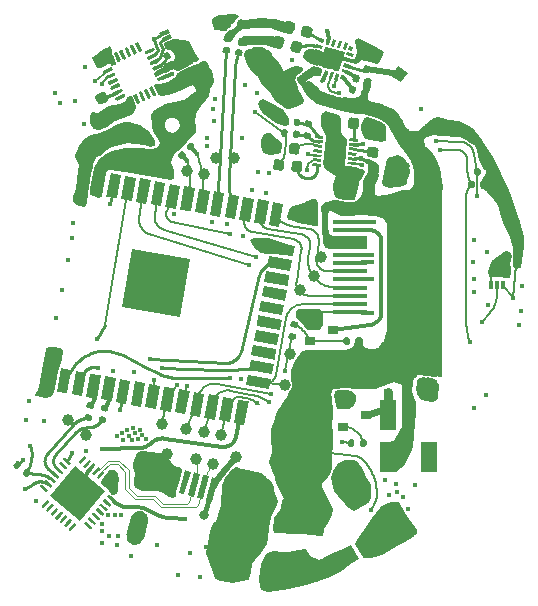
<source format=gbl>
G04 #@! TF.GenerationSoftware,KiCad,Pcbnew,5.1.7-a382d34a8~88~ubuntu18.04.1*
G04 #@! TF.CreationDate,2021-05-20T00:29:44+02:00*
G04 #@! TF.ProjectId,Emersense_V1,456d6572-7365-46e7-9365-5f56312e6b69,rev?*
G04 #@! TF.SameCoordinates,Original*
G04 #@! TF.FileFunction,Copper,L4,Bot*
G04 #@! TF.FilePolarity,Positive*
%FSLAX46Y46*%
G04 Gerber Fmt 4.6, Leading zero omitted, Abs format (unit mm)*
G04 Created by KiCad (PCBNEW 5.1.7-a382d34a8~88~ubuntu18.04.1) date 2021-05-20 00:29:44*
%MOMM*%
%LPD*%
G01*
G04 APERTURE LIST*
G04 #@! TA.AperFunction,SMDPad,CuDef*
%ADD10C,1.000000*%
G04 #@! TD*
G04 #@! TA.AperFunction,SMDPad,CuDef*
%ADD11R,0.700000X0.600000*%
G04 #@! TD*
G04 #@! TA.AperFunction,SMDPad,CuDef*
%ADD12C,0.100000*%
G04 #@! TD*
G04 #@! TA.AperFunction,SMDPad,CuDef*
%ADD13R,0.900000X0.800000*%
G04 #@! TD*
G04 #@! TA.AperFunction,ConnectorPad*
%ADD14R,3.000000X0.350000*%
G04 #@! TD*
G04 #@! TA.AperFunction,SMDPad,CuDef*
%ADD15R,1.400000X2.500000*%
G04 #@! TD*
G04 #@! TA.AperFunction,ComponentPad*
%ADD16C,0.100000*%
G04 #@! TD*
G04 #@! TA.AperFunction,SMDPad,CuDef*
%ADD17R,0.400000X0.800000*%
G04 #@! TD*
G04 #@! TA.AperFunction,ViaPad*
%ADD18C,0.450000*%
G04 #@! TD*
G04 #@! TA.AperFunction,ViaPad*
%ADD19C,0.800000*%
G04 #@! TD*
G04 #@! TA.AperFunction,Conductor*
%ADD20C,0.300000*%
G04 #@! TD*
G04 #@! TA.AperFunction,Conductor*
%ADD21C,0.200000*%
G04 #@! TD*
G04 #@! TA.AperFunction,Conductor*
%ADD22C,0.400000*%
G04 #@! TD*
G04 #@! TA.AperFunction,Conductor*
%ADD23C,0.250000*%
G04 #@! TD*
G04 #@! TA.AperFunction,Conductor*
%ADD24C,0.117000*%
G04 #@! TD*
G04 #@! TA.AperFunction,Conductor*
%ADD25C,0.280000*%
G04 #@! TD*
G04 #@! TA.AperFunction,Conductor*
%ADD26C,0.550000*%
G04 #@! TD*
G04 #@! TA.AperFunction,Conductor*
%ADD27C,0.150000*%
G04 #@! TD*
G04 #@! TA.AperFunction,Conductor*
%ADD28C,0.220000*%
G04 #@! TD*
G04 #@! TA.AperFunction,Conductor*
%ADD29C,0.180000*%
G04 #@! TD*
G04 #@! TA.AperFunction,Conductor*
%ADD30C,0.600000*%
G04 #@! TD*
G04 #@! TA.AperFunction,Conductor*
%ADD31C,0.750000*%
G04 #@! TD*
G04 #@! TA.AperFunction,Conductor*
%ADD32C,0.500000*%
G04 #@! TD*
G04 #@! TA.AperFunction,Conductor*
%ADD33C,0.350000*%
G04 #@! TD*
G04 #@! TA.AperFunction,Conductor*
%ADD34C,0.184000*%
G04 #@! TD*
G04 #@! TA.AperFunction,Conductor*
%ADD35C,0.100000*%
G04 #@! TD*
G04 #@! TA.AperFunction,Conductor*
%ADD36C,0.154000*%
G04 #@! TD*
G04 #@! TA.AperFunction,Conductor*
%ADD37C,0.254000*%
G04 #@! TD*
G04 #@! TA.AperFunction,Conductor*
%ADD38C,0.178000*%
G04 #@! TD*
G04 APERTURE END LIST*
D10*
X126695200Y-109016800D03*
X125222000Y-108610400D03*
X122732800Y-108153200D03*
X128625600Y-108458000D03*
X133197600Y-99669600D03*
X122377200Y-105664000D03*
X135788400Y-91463400D03*
X132740400Y-102362000D03*
X127365616Y-106537935D03*
X125864769Y-106273295D03*
X124363922Y-106008656D03*
X135178800Y-93116400D03*
X134010400Y-94284800D03*
X114364450Y-105278334D03*
X115873941Y-106544947D03*
D11*
X141478000Y-102935000D03*
X141478000Y-101535000D03*
D10*
X126873000Y-83121500D03*
X128397000Y-83121500D03*
X125921115Y-84493156D03*
X124416329Y-84227821D03*
X134683500Y-105918000D03*
G04 #@! TA.AperFunction,SMDPad,CuDef*
G36*
G01*
X121071891Y-81688307D02*
X121312307Y-81447891D01*
G75*
G02*
X121510297Y-81447891I98995J-98995D01*
G01*
X121708287Y-81645881D01*
G75*
G02*
X121708287Y-81843871I-98995J-98995D01*
G01*
X121467871Y-82084287D01*
G75*
G02*
X121269881Y-82084287I-98995J98995D01*
G01*
X121071891Y-81886297D01*
G75*
G02*
X121071891Y-81688307I98995J98995D01*
G01*
G37*
G04 #@! TD.AperFunction*
G04 #@! TA.AperFunction,SMDPad,CuDef*
G36*
G01*
X121750713Y-82367129D02*
X121991129Y-82126713D01*
G75*
G02*
X122189119Y-82126713I98995J-98995D01*
G01*
X122387109Y-82324703D01*
G75*
G02*
X122387109Y-82522693I-98995J-98995D01*
G01*
X122146693Y-82763109D01*
G75*
G02*
X121948703Y-82763109I-98995J98995D01*
G01*
X121750713Y-82565119D01*
G75*
G02*
X121750713Y-82367129I98995J98995D01*
G01*
G37*
G04 #@! TD.AperFunction*
G04 #@! TA.AperFunction,SMDPad,CuDef*
G36*
G01*
X119693500Y-83280000D02*
X119193500Y-83280000D01*
G75*
G02*
X118968500Y-83055000I0J225000D01*
G01*
X118968500Y-82605000D01*
G75*
G02*
X119193500Y-82380000I225000J0D01*
G01*
X119693500Y-82380000D01*
G75*
G02*
X119918500Y-82605000I0J-225000D01*
G01*
X119918500Y-83055000D01*
G75*
G02*
X119693500Y-83280000I-225000J0D01*
G01*
G37*
G04 #@! TD.AperFunction*
G04 #@! TA.AperFunction,SMDPad,CuDef*
G36*
G01*
X119693500Y-81730000D02*
X119193500Y-81730000D01*
G75*
G02*
X118968500Y-81505000I0J225000D01*
G01*
X118968500Y-81055000D01*
G75*
G02*
X119193500Y-80830000I225000J0D01*
G01*
X119693500Y-80830000D01*
G75*
G02*
X119918500Y-81055000I0J-225000D01*
G01*
X119918500Y-81505000D01*
G75*
G02*
X119693500Y-81730000I-225000J0D01*
G01*
G37*
G04 #@! TD.AperFunction*
G04 #@! TA.AperFunction,SMDPad,CuDef*
G36*
G01*
X117848894Y-83574232D02*
X117554446Y-83744232D01*
G75*
G02*
X117363202Y-83692988I-70000J121244D01*
G01*
X117223202Y-83450500D01*
G75*
G02*
X117274446Y-83259256I121244J70000D01*
G01*
X117568894Y-83089256D01*
G75*
G02*
X117760138Y-83140500I70000J-121244D01*
G01*
X117900138Y-83382988D01*
G75*
G02*
X117848894Y-83574232I-121244J-70000D01*
G01*
G37*
G04 #@! TD.AperFunction*
G04 #@! TA.AperFunction,SMDPad,CuDef*
G36*
G01*
X117368894Y-82742848D02*
X117074446Y-82912848D01*
G75*
G02*
X116883202Y-82861604I-70000J121244D01*
G01*
X116743202Y-82619116D01*
G75*
G02*
X116794446Y-82427872I121244J70000D01*
G01*
X117088894Y-82257872D01*
G75*
G02*
X117280138Y-82309116I70000J-121244D01*
G01*
X117420138Y-82551604D01*
G75*
G02*
X117368894Y-82742848I-121244J-70000D01*
G01*
G37*
G04 #@! TD.AperFunction*
G04 #@! TA.AperFunction,SMDPad,CuDef*
D12*
G36*
X131678466Y-117201213D02*
G01*
X135874469Y-117384414D01*
X135813402Y-118783081D01*
X131617399Y-118599880D01*
X131678466Y-117201213D01*
G37*
G04 #@! TD.AperFunction*
G04 #@! TA.AperFunction,SMDPad,CuDef*
G36*
X131841332Y-113470966D02*
G01*
X136037335Y-113654167D01*
X135976268Y-115052834D01*
X131780265Y-114869633D01*
X131841332Y-113470966D01*
G37*
G04 #@! TD.AperFunction*
G04 #@! TA.AperFunction,SMDPad,CuDef*
G36*
X139926839Y-116582683D02*
G01*
X139258817Y-115352339D01*
X140489161Y-114684317D01*
X141157183Y-115914661D01*
X139926839Y-116582683D01*
G37*
G04 #@! TD.AperFunction*
G04 #@! TA.AperFunction,SMDPad,CuDef*
G36*
X137806253Y-117734067D02*
G01*
X137138231Y-116503723D01*
X138368575Y-115835701D01*
X139036597Y-117066045D01*
X137806253Y-117734067D01*
G37*
G04 #@! TD.AperFunction*
G04 #@! TA.AperFunction,SMDPad,CuDef*
G36*
G01*
X135811211Y-113334677D02*
X134795363Y-111383251D01*
G75*
G02*
X134901678Y-111046062I221752J115437D01*
G01*
X135478236Y-110745924D01*
G75*
G02*
X135815425Y-110852239I115437J-221752D01*
G01*
X136831273Y-112803665D01*
G75*
G02*
X136724958Y-113140854I-221752J-115437D01*
G01*
X136148400Y-113440992D01*
G75*
G02*
X135811211Y-113334677I-115437J221752D01*
G01*
G37*
G04 #@! TD.AperFunction*
G04 #@! TA.AperFunction,SMDPad,CuDef*
G36*
G01*
X138427893Y-111972519D02*
X137412045Y-110021093D01*
G75*
G02*
X137518360Y-109683904I221752J115437D01*
G01*
X138094918Y-109383766D01*
G75*
G02*
X138432107Y-109490081I115437J-221752D01*
G01*
X139447955Y-111441507D01*
G75*
G02*
X139341640Y-111778696I-221752J-115437D01*
G01*
X138765082Y-112078834D01*
G75*
G02*
X138427893Y-111972519I-115437J221752D01*
G01*
G37*
G04 #@! TD.AperFunction*
G04 #@! TA.AperFunction,SMDPad,CuDef*
G36*
G01*
X130447643Y-112623521D02*
X130653261Y-111696039D01*
G75*
G02*
X130951445Y-111506075I244074J-54110D01*
G01*
X131439593Y-111614295D01*
G75*
G02*
X131629557Y-111912479I-54110J-244074D01*
G01*
X131423939Y-112839961D01*
G75*
G02*
X131125755Y-113029925I-244074J54110D01*
G01*
X130637607Y-112921705D01*
G75*
G02*
X130447643Y-112623521I54110J244074D01*
G01*
G37*
G04 #@! TD.AperFunction*
G04 #@! TA.AperFunction,SMDPad,CuDef*
G36*
G01*
X132302605Y-113034757D02*
X132508223Y-112107275D01*
G75*
G02*
X132806407Y-111917311I244074J-54110D01*
G01*
X133294555Y-112025531D01*
G75*
G02*
X133484519Y-112323715I-54110J-244074D01*
G01*
X133278901Y-113251197D01*
G75*
G02*
X132980717Y-113441161I-244074J54110D01*
G01*
X132492569Y-113332941D01*
G75*
G02*
X132302605Y-113034757I54110J244074D01*
G01*
G37*
G04 #@! TD.AperFunction*
G04 #@! TA.AperFunction,SMDPad,CuDef*
G36*
X119803111Y-90811015D02*
G01*
X124727150Y-91679256D01*
X123858909Y-96603295D01*
X118934870Y-95735054D01*
X119803111Y-90811015D01*
G37*
G04 #@! TD.AperFunction*
G04 #@! TA.AperFunction,SMDPad,CuDef*
G36*
X115477799Y-83955786D02*
G01*
X116364126Y-84112069D01*
X116016829Y-86081684D01*
X115130502Y-85925401D01*
X115477799Y-83955786D01*
G37*
G04 #@! TD.AperFunction*
G04 #@! TA.AperFunction,SMDPad,CuDef*
G36*
X116728504Y-84176320D02*
G01*
X117614831Y-84332603D01*
X117267534Y-86302218D01*
X116381207Y-86145935D01*
X116728504Y-84176320D01*
G37*
G04 #@! TD.AperFunction*
G04 #@! TA.AperFunction,SMDPad,CuDef*
G36*
X117979210Y-84396853D02*
G01*
X118865537Y-84553136D01*
X118518240Y-86522751D01*
X117631913Y-86366468D01*
X117979210Y-84396853D01*
G37*
G04 #@! TD.AperFunction*
G04 #@! TA.AperFunction,SMDPad,CuDef*
G36*
X119229916Y-84617386D02*
G01*
X120116243Y-84773669D01*
X119768946Y-86743284D01*
X118882619Y-86587001D01*
X119229916Y-84617386D01*
G37*
G04 #@! TD.AperFunction*
G04 #@! TA.AperFunction,SMDPad,CuDef*
G36*
X120480622Y-84837919D02*
G01*
X121366949Y-84994202D01*
X121019652Y-86963817D01*
X120133325Y-86807534D01*
X120480622Y-84837919D01*
G37*
G04 #@! TD.AperFunction*
G04 #@! TA.AperFunction,SMDPad,CuDef*
G36*
X121731328Y-85058452D02*
G01*
X122617655Y-85214735D01*
X122270358Y-87184350D01*
X121384031Y-87028067D01*
X121731328Y-85058452D01*
G37*
G04 #@! TD.AperFunction*
G04 #@! TA.AperFunction,SMDPad,CuDef*
G36*
X122982034Y-85278986D02*
G01*
X123868361Y-85435269D01*
X123521064Y-87404884D01*
X122634737Y-87248601D01*
X122982034Y-85278986D01*
G37*
G04 #@! TD.AperFunction*
G04 #@! TA.AperFunction,SMDPad,CuDef*
G36*
X124232739Y-85499519D02*
G01*
X125119066Y-85655802D01*
X124771769Y-87625417D01*
X123885442Y-87469134D01*
X124232739Y-85499519D01*
G37*
G04 #@! TD.AperFunction*
G04 #@! TA.AperFunction,SMDPad,CuDef*
G36*
X125483445Y-85720052D02*
G01*
X126369772Y-85876335D01*
X126022475Y-87845950D01*
X125136148Y-87689667D01*
X125483445Y-85720052D01*
G37*
G04 #@! TD.AperFunction*
G04 #@! TA.AperFunction,SMDPad,CuDef*
G36*
X126734151Y-85940585D02*
G01*
X127620478Y-86096868D01*
X127273181Y-88066483D01*
X126386854Y-87910200D01*
X126734151Y-85940585D01*
G37*
G04 #@! TD.AperFunction*
G04 #@! TA.AperFunction,SMDPad,CuDef*
G36*
X127984857Y-86161118D02*
G01*
X128871184Y-86317401D01*
X128523887Y-88287016D01*
X127637560Y-88130733D01*
X127984857Y-86161118D01*
G37*
G04 #@! TD.AperFunction*
G04 #@! TA.AperFunction,SMDPad,CuDef*
G36*
X129235563Y-86381651D02*
G01*
X130121890Y-86537934D01*
X129774593Y-88507549D01*
X128888266Y-88351266D01*
X129235563Y-86381651D01*
G37*
G04 #@! TD.AperFunction*
G04 #@! TA.AperFunction,SMDPad,CuDef*
G36*
X130486269Y-86602185D02*
G01*
X131372596Y-86758468D01*
X131025299Y-88728083D01*
X130138972Y-88571800D01*
X130486269Y-86602185D01*
G37*
G04 #@! TD.AperFunction*
G04 #@! TA.AperFunction,SMDPad,CuDef*
G36*
X131736975Y-86822718D02*
G01*
X132623302Y-86979001D01*
X132276005Y-88948616D01*
X131389678Y-88792333D01*
X131736975Y-86822718D01*
G37*
G04 #@! TD.AperFunction*
G04 #@! TA.AperFunction,SMDPad,CuDef*
G36*
X133570636Y-90532490D02*
G01*
X133414353Y-91418817D01*
X131444738Y-91071520D01*
X131601021Y-90185193D01*
X133570636Y-90532490D01*
G37*
G04 #@! TD.AperFunction*
G04 #@! TA.AperFunction,SMDPad,CuDef*
G36*
X133350103Y-91783195D02*
G01*
X133193820Y-92669522D01*
X131224205Y-92322225D01*
X131380488Y-91435898D01*
X133350103Y-91783195D01*
G37*
G04 #@! TD.AperFunction*
G04 #@! TA.AperFunction,SMDPad,CuDef*
G36*
X133129570Y-93033901D02*
G01*
X132973287Y-93920228D01*
X131003672Y-93572931D01*
X131159955Y-92686604D01*
X133129570Y-93033901D01*
G37*
G04 #@! TD.AperFunction*
G04 #@! TA.AperFunction,SMDPad,CuDef*
G36*
X132909037Y-94284607D02*
G01*
X132752754Y-95170934D01*
X130783139Y-94823637D01*
X130939422Y-93937310D01*
X132909037Y-94284607D01*
G37*
G04 #@! TD.AperFunction*
G04 #@! TA.AperFunction,SMDPad,CuDef*
G36*
X132688503Y-95535313D02*
G01*
X132532220Y-96421640D01*
X130562605Y-96074343D01*
X130718888Y-95188016D01*
X132688503Y-95535313D01*
G37*
G04 #@! TD.AperFunction*
G04 #@! TA.AperFunction,SMDPad,CuDef*
G36*
X132467970Y-96786019D02*
G01*
X132311687Y-97672346D01*
X130342072Y-97325049D01*
X130498355Y-96438722D01*
X132467970Y-96786019D01*
G37*
G04 #@! TD.AperFunction*
G04 #@! TA.AperFunction,SMDPad,CuDef*
G36*
X132247437Y-98036725D02*
G01*
X132091154Y-98923052D01*
X130121539Y-98575755D01*
X130277822Y-97689428D01*
X132247437Y-98036725D01*
G37*
G04 #@! TD.AperFunction*
G04 #@! TA.AperFunction,SMDPad,CuDef*
G36*
X132026904Y-99287431D02*
G01*
X131870621Y-100173758D01*
X129901006Y-99826461D01*
X130057289Y-98940134D01*
X132026904Y-99287431D01*
G37*
G04 #@! TD.AperFunction*
G04 #@! TA.AperFunction,SMDPad,CuDef*
G36*
X131806371Y-100538136D02*
G01*
X131650088Y-101424463D01*
X129680473Y-101077166D01*
X129836756Y-100190839D01*
X131806371Y-100538136D01*
G37*
G04 #@! TD.AperFunction*
G04 #@! TA.AperFunction,SMDPad,CuDef*
G36*
X131585837Y-101788842D02*
G01*
X131429554Y-102675169D01*
X129459939Y-102327872D01*
X129616222Y-101441545D01*
X131585837Y-101788842D01*
G37*
G04 #@! TD.AperFunction*
G04 #@! TA.AperFunction,SMDPad,CuDef*
G36*
X128784955Y-103564450D02*
G01*
X129671282Y-103720733D01*
X129323985Y-105690348D01*
X128437658Y-105534065D01*
X128784955Y-103564450D01*
G37*
G04 #@! TD.AperFunction*
G04 #@! TA.AperFunction,SMDPad,CuDef*
G36*
X127534250Y-103343916D02*
G01*
X128420577Y-103500199D01*
X128073280Y-105469814D01*
X127186953Y-105313531D01*
X127534250Y-103343916D01*
G37*
G04 #@! TD.AperFunction*
G04 #@! TA.AperFunction,SMDPad,CuDef*
G36*
X126283544Y-103123383D02*
G01*
X127169871Y-103279666D01*
X126822574Y-105249281D01*
X125936247Y-105092998D01*
X126283544Y-103123383D01*
G37*
G04 #@! TD.AperFunction*
G04 #@! TA.AperFunction,SMDPad,CuDef*
G36*
X125032838Y-102902850D02*
G01*
X125919165Y-103059133D01*
X125571868Y-105028748D01*
X124685541Y-104872465D01*
X125032838Y-102902850D01*
G37*
G04 #@! TD.AperFunction*
G04 #@! TA.AperFunction,SMDPad,CuDef*
G36*
X123782132Y-102682317D02*
G01*
X124668459Y-102838600D01*
X124321162Y-104808215D01*
X123434835Y-104651932D01*
X123782132Y-102682317D01*
G37*
G04 #@! TD.AperFunction*
G04 #@! TA.AperFunction,SMDPad,CuDef*
G36*
X122531426Y-102461784D02*
G01*
X123417753Y-102618067D01*
X123070456Y-104587682D01*
X122184129Y-104431399D01*
X122531426Y-102461784D01*
G37*
G04 #@! TD.AperFunction*
G04 #@! TA.AperFunction,SMDPad,CuDef*
G36*
X121280720Y-102241250D02*
G01*
X122167047Y-102397533D01*
X121819750Y-104367148D01*
X120933423Y-104210865D01*
X121280720Y-102241250D01*
G37*
G04 #@! TD.AperFunction*
G04 #@! TA.AperFunction,SMDPad,CuDef*
G36*
X120030015Y-102020717D02*
G01*
X120916342Y-102177000D01*
X120569045Y-104146615D01*
X119682718Y-103990332D01*
X120030015Y-102020717D01*
G37*
G04 #@! TD.AperFunction*
G04 #@! TA.AperFunction,SMDPad,CuDef*
G36*
X118779309Y-101800184D02*
G01*
X119665636Y-101956467D01*
X119318339Y-103926082D01*
X118432012Y-103769799D01*
X118779309Y-101800184D01*
G37*
G04 #@! TD.AperFunction*
G04 #@! TA.AperFunction,SMDPad,CuDef*
G36*
X117528603Y-101579651D02*
G01*
X118414930Y-101735934D01*
X118067633Y-103705549D01*
X117181306Y-103549266D01*
X117528603Y-101579651D01*
G37*
G04 #@! TD.AperFunction*
G04 #@! TA.AperFunction,SMDPad,CuDef*
G36*
X116277897Y-101359118D02*
G01*
X117164224Y-101515401D01*
X116816927Y-103485016D01*
X115930600Y-103328733D01*
X116277897Y-101359118D01*
G37*
G04 #@! TD.AperFunction*
G04 #@! TA.AperFunction,SMDPad,CuDef*
G36*
X115027191Y-101138585D02*
G01*
X115913518Y-101294868D01*
X115566221Y-103264483D01*
X114679894Y-103108200D01*
X115027191Y-101138585D01*
G37*
G04 #@! TD.AperFunction*
G04 #@! TA.AperFunction,SMDPad,CuDef*
G36*
X113776485Y-100918051D02*
G01*
X114662812Y-101074334D01*
X114315515Y-103043949D01*
X113429188Y-102887666D01*
X113776485Y-100918051D01*
G37*
G04 #@! TD.AperFunction*
G04 #@! TA.AperFunction,SMDPad,CuDef*
G36*
X112525779Y-100697518D02*
G01*
X113412106Y-100853801D01*
X113064809Y-102823416D01*
X112178482Y-102667133D01*
X112525779Y-100697518D01*
G37*
G04 #@! TD.AperFunction*
G04 #@! TA.AperFunction,SMDPad,CuDef*
G36*
G01*
X134898800Y-88054000D02*
X134898800Y-87714000D01*
G75*
G02*
X135038800Y-87574000I140000J0D01*
G01*
X135318800Y-87574000D01*
G75*
G02*
X135458800Y-87714000I0J-140000D01*
G01*
X135458800Y-88054000D01*
G75*
G02*
X135318800Y-88194000I-140000J0D01*
G01*
X135038800Y-88194000D01*
G75*
G02*
X134898800Y-88054000I0J140000D01*
G01*
G37*
G04 #@! TD.AperFunction*
G04 #@! TA.AperFunction,SMDPad,CuDef*
G36*
G01*
X135858800Y-88054000D02*
X135858800Y-87714000D01*
G75*
G02*
X135998800Y-87574000I140000J0D01*
G01*
X136278800Y-87574000D01*
G75*
G02*
X136418800Y-87714000I0J-140000D01*
G01*
X136418800Y-88054000D01*
G75*
G02*
X136278800Y-88194000I-140000J0D01*
G01*
X135998800Y-88194000D01*
G75*
G02*
X135858800Y-88054000I0J140000D01*
G01*
G37*
G04 #@! TD.AperFunction*
G04 #@! TA.AperFunction,SMDPad,CuDef*
G36*
G01*
X148265200Y-85529000D02*
X148265200Y-85159000D01*
G75*
G02*
X148400200Y-85024000I135000J0D01*
G01*
X148670200Y-85024000D01*
G75*
G02*
X148805200Y-85159000I0J-135000D01*
G01*
X148805200Y-85529000D01*
G75*
G02*
X148670200Y-85664000I-135000J0D01*
G01*
X148400200Y-85664000D01*
G75*
G02*
X148265200Y-85529000I0J135000D01*
G01*
G37*
G04 #@! TD.AperFunction*
G04 #@! TA.AperFunction,SMDPad,CuDef*
G36*
G01*
X149285200Y-85529000D02*
X149285200Y-85159000D01*
G75*
G02*
X149420200Y-85024000I135000J0D01*
G01*
X149690200Y-85024000D01*
G75*
G02*
X149825200Y-85159000I0J-135000D01*
G01*
X149825200Y-85529000D01*
G75*
G02*
X149690200Y-85664000I-135000J0D01*
G01*
X149420200Y-85664000D01*
G75*
G02*
X149285200Y-85529000I0J135000D01*
G01*
G37*
G04 #@! TD.AperFunction*
G04 #@! TA.AperFunction,SMDPad,CuDef*
G36*
G01*
X148775200Y-84462200D02*
X148775200Y-84092200D01*
G75*
G02*
X148910200Y-83957200I135000J0D01*
G01*
X149180200Y-83957200D01*
G75*
G02*
X149315200Y-84092200I0J-135000D01*
G01*
X149315200Y-84462200D01*
G75*
G02*
X149180200Y-84597200I-135000J0D01*
G01*
X148910200Y-84597200D01*
G75*
G02*
X148775200Y-84462200I0J135000D01*
G01*
G37*
G04 #@! TD.AperFunction*
G04 #@! TA.AperFunction,SMDPad,CuDef*
G36*
G01*
X149795200Y-84462200D02*
X149795200Y-84092200D01*
G75*
G02*
X149930200Y-83957200I135000J0D01*
G01*
X150200200Y-83957200D01*
G75*
G02*
X150335200Y-84092200I0J-135000D01*
G01*
X150335200Y-84462200D01*
G75*
G02*
X150200200Y-84597200I-135000J0D01*
G01*
X149930200Y-84597200D01*
G75*
G02*
X149795200Y-84462200I0J135000D01*
G01*
G37*
G04 #@! TD.AperFunction*
G04 #@! TA.AperFunction,SMDPad,CuDef*
G36*
G01*
X133498004Y-98507123D02*
X133133625Y-98442873D01*
G75*
G02*
X133024119Y-98286481I23443J132949D01*
G01*
X133071004Y-98020583D01*
G75*
G02*
X133227396Y-97911077I132949J-23443D01*
G01*
X133591775Y-97975327D01*
G75*
G02*
X133701281Y-98131719I-23443J-132949D01*
G01*
X133654396Y-98397617D01*
G75*
G02*
X133498004Y-98507123I-132949J23443D01*
G01*
G37*
G04 #@! TD.AperFunction*
G04 #@! TA.AperFunction,SMDPad,CuDef*
G36*
G01*
X133675126Y-97502619D02*
X133310747Y-97438369D01*
G75*
G02*
X133201241Y-97281977I23443J132949D01*
G01*
X133248126Y-97016079D01*
G75*
G02*
X133404518Y-96906573I132949J-23443D01*
G01*
X133768897Y-96970823D01*
G75*
G02*
X133878403Y-97127215I-23443J-132949D01*
G01*
X133831518Y-97393113D01*
G75*
G02*
X133675126Y-97502619I-132949J23443D01*
G01*
G37*
G04 #@! TD.AperFunction*
G04 #@! TA.AperFunction,SMDPad,CuDef*
G36*
G01*
X139260800Y-98417800D02*
X139260800Y-98787800D01*
G75*
G02*
X139125800Y-98922800I-135000J0D01*
G01*
X138855800Y-98922800D01*
G75*
G02*
X138720800Y-98787800I0J135000D01*
G01*
X138720800Y-98417800D01*
G75*
G02*
X138855800Y-98282800I135000J0D01*
G01*
X139125800Y-98282800D01*
G75*
G02*
X139260800Y-98417800I0J-135000D01*
G01*
G37*
G04 #@! TD.AperFunction*
G04 #@! TA.AperFunction,SMDPad,CuDef*
G36*
G01*
X138240800Y-98417800D02*
X138240800Y-98787800D01*
G75*
G02*
X138105800Y-98922800I-135000J0D01*
G01*
X137835800Y-98922800D01*
G75*
G02*
X137700800Y-98787800I0J135000D01*
G01*
X137700800Y-98417800D01*
G75*
G02*
X137835800Y-98282800I135000J0D01*
G01*
X138105800Y-98282800D01*
G75*
G02*
X138240800Y-98417800I0J-135000D01*
G01*
G37*
G04 #@! TD.AperFunction*
D13*
X136839200Y-97637600D03*
X134839200Y-96687600D03*
X134839200Y-98587600D03*
D14*
X138239500Y-95478600D03*
X138239500Y-94780100D03*
X138239500Y-93383100D03*
X138239500Y-96177100D03*
X138239500Y-94081600D03*
X138239500Y-92684600D03*
X138239500Y-91287600D03*
X138239500Y-91986100D03*
X138239500Y-90589100D03*
X138239500Y-89890600D03*
X138239500Y-89192100D03*
X138239500Y-88493600D03*
G04 #@! TA.AperFunction,SMDPad,CuDef*
G36*
G01*
X144432500Y-102446000D02*
X144432500Y-102786000D01*
G75*
G02*
X144292500Y-102926000I-140000J0D01*
G01*
X144012500Y-102926000D01*
G75*
G02*
X143872500Y-102786000I0J140000D01*
G01*
X143872500Y-102446000D01*
G75*
G02*
X144012500Y-102306000I140000J0D01*
G01*
X144292500Y-102306000D01*
G75*
G02*
X144432500Y-102446000I0J-140000D01*
G01*
G37*
G04 #@! TD.AperFunction*
G04 #@! TA.AperFunction,SMDPad,CuDef*
G36*
G01*
X143472500Y-102446000D02*
X143472500Y-102786000D01*
G75*
G02*
X143332500Y-102926000I-140000J0D01*
G01*
X143052500Y-102926000D01*
G75*
G02*
X142912500Y-102786000I0J140000D01*
G01*
X142912500Y-102446000D01*
G75*
G02*
X143052500Y-102306000I140000J0D01*
G01*
X143332500Y-102306000D01*
G75*
G02*
X143472500Y-102446000I0J-140000D01*
G01*
G37*
G04 #@! TD.AperFunction*
G04 #@! TA.AperFunction,SMDPad,CuDef*
G36*
G01*
X138096500Y-107436500D02*
X138096500Y-107066500D01*
G75*
G02*
X138231500Y-106931500I135000J0D01*
G01*
X138501500Y-106931500D01*
G75*
G02*
X138636500Y-107066500I0J-135000D01*
G01*
X138636500Y-107436500D01*
G75*
G02*
X138501500Y-107571500I-135000J0D01*
G01*
X138231500Y-107571500D01*
G75*
G02*
X138096500Y-107436500I0J135000D01*
G01*
G37*
G04 #@! TD.AperFunction*
G04 #@! TA.AperFunction,SMDPad,CuDef*
G36*
G01*
X139116500Y-107436500D02*
X139116500Y-107066500D01*
G75*
G02*
X139251500Y-106931500I135000J0D01*
G01*
X139521500Y-106931500D01*
G75*
G02*
X139656500Y-107066500I0J-135000D01*
G01*
X139656500Y-107436500D01*
G75*
G02*
X139521500Y-107571500I-135000J0D01*
G01*
X139251500Y-107571500D01*
G75*
G02*
X139116500Y-107436500I0J135000D01*
G01*
G37*
G04 #@! TD.AperFunction*
D13*
X139636500Y-104902000D03*
X137636500Y-103952000D03*
X137636500Y-105852000D03*
D15*
X141478000Y-104902000D03*
X141478000Y-108458000D03*
X144907000Y-108458000D03*
G04 #@! TA.AperFunction,SMDPad,CuDef*
D12*
G36*
X135989838Y-81215710D02*
G01*
X135968049Y-81464759D01*
X135270712Y-81403750D01*
X135292501Y-81154701D01*
X135989838Y-81215710D01*
G37*
G04 #@! TD.AperFunction*
G04 #@! TA.AperFunction,SMDPad,CuDef*
G36*
X135954975Y-81614188D02*
G01*
X135933186Y-81863237D01*
X135235849Y-81802228D01*
X135257638Y-81553179D01*
X135954975Y-81614188D01*
G37*
G04 #@! TD.AperFunction*
G04 #@! TA.AperFunction,SMDPad,CuDef*
G36*
X135920113Y-82012665D02*
G01*
X135898324Y-82261714D01*
X135200987Y-82200705D01*
X135222776Y-81951656D01*
X135920113Y-82012665D01*
G37*
G04 #@! TD.AperFunction*
G04 #@! TA.AperFunction,SMDPad,CuDef*
G36*
X135885251Y-82411143D02*
G01*
X135863462Y-82660192D01*
X135166125Y-82599183D01*
X135187914Y-82350134D01*
X135885251Y-82411143D01*
G37*
G04 #@! TD.AperFunction*
G04 #@! TA.AperFunction,SMDPad,CuDef*
G36*
X135850389Y-82809621D02*
G01*
X135828600Y-83058670D01*
X135131263Y-82997661D01*
X135153052Y-82748612D01*
X135850389Y-82809621D01*
G37*
G04 #@! TD.AperFunction*
G04 #@! TA.AperFunction,SMDPad,CuDef*
G36*
X135815526Y-83208099D02*
G01*
X135793737Y-83457148D01*
X135096400Y-83396139D01*
X135118189Y-83147090D01*
X135815526Y-83208099D01*
G37*
G04 #@! TD.AperFunction*
G04 #@! TA.AperFunction,SMDPad,CuDef*
G36*
X138754301Y-83465208D02*
G01*
X138732512Y-83714257D01*
X138035175Y-83653248D01*
X138056964Y-83404199D01*
X138754301Y-83465208D01*
G37*
G04 #@! TD.AperFunction*
G04 #@! TA.AperFunction,SMDPad,CuDef*
G36*
X138789163Y-83066731D02*
G01*
X138767374Y-83315780D01*
X138070037Y-83254771D01*
X138091826Y-83005722D01*
X138789163Y-83066731D01*
G37*
G04 #@! TD.AperFunction*
G04 #@! TA.AperFunction,SMDPad,CuDef*
G36*
X138824025Y-82668253D02*
G01*
X138802236Y-82917302D01*
X138104899Y-82856293D01*
X138126688Y-82607244D01*
X138824025Y-82668253D01*
G37*
G04 #@! TD.AperFunction*
G04 #@! TA.AperFunction,SMDPad,CuDef*
G36*
X138858887Y-82269775D02*
G01*
X138837098Y-82518824D01*
X138139761Y-82457815D01*
X138161550Y-82208766D01*
X138858887Y-82269775D01*
G37*
G04 #@! TD.AperFunction*
G04 #@! TA.AperFunction,SMDPad,CuDef*
G36*
X138893750Y-81871297D02*
G01*
X138871961Y-82120346D01*
X138174624Y-82059337D01*
X138196413Y-81810288D01*
X138893750Y-81871297D01*
G37*
G04 #@! TD.AperFunction*
G04 #@! TA.AperFunction,SMDPad,CuDef*
G36*
X138928612Y-81472819D02*
G01*
X138906823Y-81721868D01*
X138209486Y-81660859D01*
X138231275Y-81411810D01*
X138928612Y-81472819D01*
G37*
G04 #@! TD.AperFunction*
G04 #@! TA.AperFunction,SMDPad,CuDef*
G36*
X138719438Y-83863686D02*
G01*
X138697649Y-84112735D01*
X138000312Y-84051726D01*
X138022101Y-83802677D01*
X138719438Y-83863686D01*
G37*
G04 #@! TD.AperFunction*
G04 #@! TA.AperFunction,SMDPad,CuDef*
G36*
X135780664Y-83606577D02*
G01*
X135758875Y-83855626D01*
X135061538Y-83794617D01*
X135083327Y-83545568D01*
X135780664Y-83606577D01*
G37*
G04 #@! TD.AperFunction*
G04 #@! TA.AperFunction,SMDPad,CuDef*
G36*
X137984096Y-81540758D02*
G01*
X137779280Y-83881815D01*
X136006054Y-83726678D01*
X136210870Y-81385621D01*
X137984096Y-81540758D01*
G37*
G04 #@! TD.AperFunction*
G04 #@! TA.AperFunction,SMDPad,CuDef*
G36*
G01*
X139782319Y-84306572D02*
X139825897Y-83808474D01*
G75*
G02*
X140069651Y-83603940I224144J-19610D01*
G01*
X140517939Y-83643160D01*
G75*
G02*
X140722473Y-83886914I-19610J-224144D01*
G01*
X140678895Y-84385012D01*
G75*
G02*
X140435141Y-84589546I-224144J19610D01*
G01*
X139986853Y-84550326D01*
G75*
G02*
X139782319Y-84306572I19610J224144D01*
G01*
G37*
G04 #@! TD.AperFunction*
G04 #@! TA.AperFunction,SMDPad,CuDef*
G36*
G01*
X141326421Y-84441664D02*
X141369999Y-83943566D01*
G75*
G02*
X141613753Y-83739032I224144J-19610D01*
G01*
X142062041Y-83778252D01*
G75*
G02*
X142266575Y-84022006I-19610J-224144D01*
G01*
X142222997Y-84520104D01*
G75*
G02*
X141979243Y-84724638I-224144J19610D01*
G01*
X141530955Y-84685418D01*
G75*
G02*
X141326421Y-84441664I19610J224144D01*
G01*
G37*
G04 #@! TD.AperFunction*
G04 #@! TA.AperFunction,SMDPad,CuDef*
G36*
G01*
X127709185Y-72689045D02*
X128077777Y-72721293D01*
G75*
G02*
X128200497Y-72867545I-11766J-134486D01*
G01*
X128176965Y-73136517D01*
G75*
G02*
X128030713Y-73259237I-134486J11766D01*
G01*
X127662121Y-73226989D01*
G75*
G02*
X127539401Y-73080737I11766J134486D01*
G01*
X127562933Y-72811765D01*
G75*
G02*
X127709185Y-72689045I134486J-11766D01*
G01*
G37*
G04 #@! TD.AperFunction*
G04 #@! TA.AperFunction,SMDPad,CuDef*
G36*
G01*
X127620287Y-73705163D02*
X127988879Y-73737411D01*
G75*
G02*
X128111599Y-73883663I-11766J-134486D01*
G01*
X128088067Y-74152635D01*
G75*
G02*
X127941815Y-74275355I-134486J11766D01*
G01*
X127573223Y-74243107D01*
G75*
G02*
X127450503Y-74096855I11766J134486D01*
G01*
X127474035Y-73827883D01*
G75*
G02*
X127620287Y-73705163I134486J-11766D01*
G01*
G37*
G04 #@! TD.AperFunction*
G04 #@! TA.AperFunction,SMDPad,CuDef*
G36*
G01*
X128999385Y-72906818D02*
X129356778Y-73002582D01*
G75*
G02*
X129452237Y-73167923I-34941J-130400D01*
G01*
X129382356Y-73428723D01*
G75*
G02*
X129217015Y-73524182I-130400J34941D01*
G01*
X128859622Y-73428418D01*
G75*
G02*
X128764163Y-73263077I34941J130400D01*
G01*
X128834044Y-73002277D01*
G75*
G02*
X128999385Y-72906818I130400J-34941D01*
G01*
G37*
G04 #@! TD.AperFunction*
G04 #@! TA.AperFunction,SMDPad,CuDef*
G36*
G01*
X128735389Y-73892062D02*
X129092782Y-73987826D01*
G75*
G02*
X129188241Y-74153167I-34941J-130400D01*
G01*
X129118360Y-74413967D01*
G75*
G02*
X128953019Y-74509426I-130400J34941D01*
G01*
X128595626Y-74413662D01*
G75*
G02*
X128500167Y-74248321I34941J130400D01*
G01*
X128570048Y-73987521D01*
G75*
G02*
X128735389Y-73892062I130400J-34941D01*
G01*
G37*
G04 #@! TD.AperFunction*
G04 #@! TA.AperFunction,SMDPad,CuDef*
G36*
G01*
X127783997Y-71532005D02*
X127871996Y-71203590D01*
G75*
G02*
X128043461Y-71104595I135230J-36235D01*
G01*
X128313920Y-71177064D01*
G75*
G02*
X128412915Y-71348529I-36235J-135230D01*
G01*
X128324916Y-71676944D01*
G75*
G02*
X128153451Y-71775939I-135230J36235D01*
G01*
X127882992Y-71703470D01*
G75*
G02*
X127783997Y-71532005I36235J135230D01*
G01*
G37*
G04 #@! TD.AperFunction*
G04 #@! TA.AperFunction,SMDPad,CuDef*
G36*
G01*
X128711285Y-71780471D02*
X128799284Y-71452056D01*
G75*
G02*
X128970749Y-71353061I135230J-36235D01*
G01*
X129241208Y-71425530D01*
G75*
G02*
X129340203Y-71596995I-36235J-135230D01*
G01*
X129252204Y-71925410D01*
G75*
G02*
X129080739Y-72024405I-135230J36235D01*
G01*
X128810280Y-71951936D01*
G75*
G02*
X128711285Y-71780471I36235J135230D01*
G01*
G37*
G04 #@! TD.AperFunction*
G04 #@! TA.AperFunction,SMDPad,CuDef*
G36*
G01*
X130462772Y-74381047D02*
X130134357Y-74293048D01*
G75*
G02*
X130035362Y-74121583I36235J135230D01*
G01*
X130107831Y-73851124D01*
G75*
G02*
X130279296Y-73752129I135230J-36235D01*
G01*
X130607711Y-73840128D01*
G75*
G02*
X130706706Y-74011593I-36235J-135230D01*
G01*
X130634237Y-74282052D01*
G75*
G02*
X130462772Y-74381047I-135230J36235D01*
G01*
G37*
G04 #@! TD.AperFunction*
G04 #@! TA.AperFunction,SMDPad,CuDef*
G36*
G01*
X130711238Y-73453759D02*
X130382823Y-73365760D01*
G75*
G02*
X130283828Y-73194295I36235J135230D01*
G01*
X130356297Y-72923836D01*
G75*
G02*
X130527762Y-72824841I135230J-36235D01*
G01*
X130856177Y-72912840D01*
G75*
G02*
X130955172Y-73084305I-36235J-135230D01*
G01*
X130882703Y-73354764D01*
G75*
G02*
X130711238Y-73453759I-135230J36235D01*
G01*
G37*
G04 #@! TD.AperFunction*
G04 #@! TA.AperFunction,SMDPad,CuDef*
G36*
G01*
X140387528Y-85351630D02*
X140343950Y-85849728D01*
G75*
G02*
X140100196Y-86054262I-224144J19610D01*
G01*
X139651908Y-86015042D01*
G75*
G02*
X139447374Y-85771288I19610J224144D01*
G01*
X139490952Y-85273190D01*
G75*
G02*
X139734706Y-85068656I224144J-19610D01*
G01*
X140182994Y-85107876D01*
G75*
G02*
X140387528Y-85351630I-19610J-224144D01*
G01*
G37*
G04 #@! TD.AperFunction*
G04 #@! TA.AperFunction,SMDPad,CuDef*
G36*
G01*
X138843426Y-85216538D02*
X138799848Y-85714636D01*
G75*
G02*
X138556094Y-85919170I-224144J19610D01*
G01*
X138107806Y-85879950D01*
G75*
G02*
X137903272Y-85636196I19610J224144D01*
G01*
X137946850Y-85138098D01*
G75*
G02*
X138190604Y-84933564I224144J-19610D01*
G01*
X138638892Y-84972784D01*
G75*
G02*
X138843426Y-85216538I-19610J-224144D01*
G01*
G37*
G04 #@! TD.AperFunction*
G04 #@! TA.AperFunction,SMDPad,CuDef*
G36*
G01*
X132458523Y-80163107D02*
X132490771Y-79794515D01*
G75*
G02*
X132637023Y-79671795I134486J-11766D01*
G01*
X132905995Y-79695327D01*
G75*
G02*
X133028715Y-79841579I-11766J-134486D01*
G01*
X132996467Y-80210171D01*
G75*
G02*
X132850215Y-80332891I-134486J11766D01*
G01*
X132581243Y-80309359D01*
G75*
G02*
X132458523Y-80163107I11766J134486D01*
G01*
G37*
G04 #@! TD.AperFunction*
G04 #@! TA.AperFunction,SMDPad,CuDef*
G36*
G01*
X133474641Y-80252005D02*
X133506889Y-79883413D01*
G75*
G02*
X133653141Y-79760693I134486J-11766D01*
G01*
X133922113Y-79784225D01*
G75*
G02*
X134044833Y-79930477I-11766J-134486D01*
G01*
X134012585Y-80299069D01*
G75*
G02*
X133866333Y-80421789I-134486J11766D01*
G01*
X133597361Y-80398257D01*
G75*
G02*
X133474641Y-80252005I11766J134486D01*
G01*
G37*
G04 #@! TD.AperFunction*
G04 #@! TA.AperFunction,SMDPad,CuDef*
G36*
G01*
X134787464Y-81494209D02*
X134418872Y-81461961D01*
G75*
G02*
X134296152Y-81315709I11766J134486D01*
G01*
X134319684Y-81046737D01*
G75*
G02*
X134465936Y-80924017I134486J-11766D01*
G01*
X134834528Y-80956265D01*
G75*
G02*
X134957248Y-81102517I-11766J-134486D01*
G01*
X134933716Y-81371489D01*
G75*
G02*
X134787464Y-81494209I-134486J11766D01*
G01*
G37*
G04 #@! TD.AperFunction*
G04 #@! TA.AperFunction,SMDPad,CuDef*
G36*
G01*
X134876362Y-80478091D02*
X134507770Y-80445843D01*
G75*
G02*
X134385050Y-80299591I11766J134486D01*
G01*
X134408582Y-80030619D01*
G75*
G02*
X134554834Y-79907899I134486J-11766D01*
G01*
X134923426Y-79940147D01*
G75*
G02*
X135046146Y-80086399I-11766J-134486D01*
G01*
X135022614Y-80355371D01*
G75*
G02*
X134876362Y-80478091I-134486J11766D01*
G01*
G37*
G04 #@! TD.AperFunction*
G04 #@! TA.AperFunction,SMDPad,CuDef*
G36*
G01*
X132422158Y-81156034D02*
X132454406Y-80787442D01*
G75*
G02*
X132600658Y-80664722I134486J-11766D01*
G01*
X132869630Y-80688254D01*
G75*
G02*
X132992350Y-80834506I-11766J-134486D01*
G01*
X132960102Y-81203098D01*
G75*
G02*
X132813850Y-81325818I-134486J11766D01*
G01*
X132544878Y-81302286D01*
G75*
G02*
X132422158Y-81156034I11766J134486D01*
G01*
G37*
G04 #@! TD.AperFunction*
G04 #@! TA.AperFunction,SMDPad,CuDef*
G36*
G01*
X133438276Y-81244932D02*
X133470524Y-80876340D01*
G75*
G02*
X133616776Y-80753620I134486J-11766D01*
G01*
X133885748Y-80777152D01*
G75*
G02*
X134008468Y-80923404I-11766J-134486D01*
G01*
X133976220Y-81291996D01*
G75*
G02*
X133829968Y-81414716I-134486J11766D01*
G01*
X133560996Y-81391184D01*
G75*
G02*
X133438276Y-81244932I11766J134486D01*
G01*
G37*
G04 #@! TD.AperFunction*
G04 #@! TA.AperFunction,SMDPad,CuDef*
G36*
G01*
X134221179Y-83618263D02*
X134177601Y-84116361D01*
G75*
G02*
X133933847Y-84320895I-224144J19610D01*
G01*
X133485559Y-84281675D01*
G75*
G02*
X133281025Y-84037921I19610J224144D01*
G01*
X133324603Y-83539823D01*
G75*
G02*
X133568357Y-83335289I224144J-19610D01*
G01*
X134016645Y-83374509D01*
G75*
G02*
X134221179Y-83618263I-19610J-224144D01*
G01*
G37*
G04 #@! TD.AperFunction*
G04 #@! TA.AperFunction,SMDPad,CuDef*
G36*
G01*
X132677077Y-83483171D02*
X132633499Y-83981269D01*
G75*
G02*
X132389745Y-84185803I-224144J19610D01*
G01*
X131941457Y-84146583D01*
G75*
G02*
X131736923Y-83902829I19610J224144D01*
G01*
X131780501Y-83404731D01*
G75*
G02*
X132024255Y-83200197I224144J-19610D01*
G01*
X132472543Y-83239417D01*
G75*
G02*
X132677077Y-83483171I-19610J-224144D01*
G01*
G37*
G04 #@! TD.AperFunction*
G04 #@! TA.AperFunction,SMDPad,CuDef*
G36*
G01*
X139023833Y-79957007D02*
X138980255Y-80455105D01*
G75*
G02*
X138736501Y-80659639I-224144J19610D01*
G01*
X138288213Y-80620419D01*
G75*
G02*
X138083679Y-80376665I19610J224144D01*
G01*
X138127257Y-79878567D01*
G75*
G02*
X138371011Y-79674033I224144J-19610D01*
G01*
X138819299Y-79713253D01*
G75*
G02*
X139023833Y-79957007I-19610J-224144D01*
G01*
G37*
G04 #@! TD.AperFunction*
G04 #@! TA.AperFunction,SMDPad,CuDef*
G36*
G01*
X137479731Y-79821915D02*
X137436153Y-80320013D01*
G75*
G02*
X137192399Y-80524547I-224144J19610D01*
G01*
X136744111Y-80485327D01*
G75*
G02*
X136539577Y-80241573I19610J224144D01*
G01*
X136583155Y-79743475D01*
G75*
G02*
X136826909Y-79538941I224144J-19610D01*
G01*
X137275197Y-79578161D01*
G75*
G02*
X137479731Y-79821915I-19610J-224144D01*
G01*
G37*
G04 #@! TD.AperFunction*
G04 #@! TA.AperFunction,SMDPad,CuDef*
G36*
G01*
X140392173Y-83105411D02*
X139894075Y-83061833D01*
G75*
G02*
X139689541Y-82818079I19610J224144D01*
G01*
X139728761Y-82369791D01*
G75*
G02*
X139972515Y-82165257I224144J-19610D01*
G01*
X140470613Y-82208835D01*
G75*
G02*
X140675147Y-82452589I-19610J-224144D01*
G01*
X140635927Y-82900877D01*
G75*
G02*
X140392173Y-83105411I-224144J19610D01*
G01*
G37*
G04 #@! TD.AperFunction*
G04 #@! TA.AperFunction,SMDPad,CuDef*
G36*
G01*
X140527265Y-81561309D02*
X140029167Y-81517731D01*
G75*
G02*
X139824633Y-81273977I19610J224144D01*
G01*
X139863853Y-80825689D01*
G75*
G02*
X140107607Y-80621155I224144J-19610D01*
G01*
X140605705Y-80664733D01*
G75*
G02*
X140810239Y-80908487I-19610J-224144D01*
G01*
X140771019Y-81356775D01*
G75*
G02*
X140527265Y-81561309I-224144J19610D01*
G01*
G37*
G04 #@! TD.AperFunction*
G04 #@! TA.AperFunction,SMDPad,CuDef*
G36*
G01*
X134017979Y-82119663D02*
X133974401Y-82617761D01*
G75*
G02*
X133730647Y-82822295I-224144J19610D01*
G01*
X133282359Y-82783075D01*
G75*
G02*
X133077825Y-82539321I19610J224144D01*
G01*
X133121403Y-82041223D01*
G75*
G02*
X133365157Y-81836689I224144J-19610D01*
G01*
X133813445Y-81875909D01*
G75*
G02*
X134017979Y-82119663I-19610J-224144D01*
G01*
G37*
G04 #@! TD.AperFunction*
G04 #@! TA.AperFunction,SMDPad,CuDef*
G36*
G01*
X132473877Y-81984571D02*
X132430299Y-82482669D01*
G75*
G02*
X132186545Y-82687203I-224144J19610D01*
G01*
X131738257Y-82647983D01*
G75*
G02*
X131533723Y-82404229I19610J224144D01*
G01*
X131577301Y-81906131D01*
G75*
G02*
X131821055Y-81701597I224144J-19610D01*
G01*
X132269343Y-81740817D01*
G75*
G02*
X132473877Y-81984571I-19610J-224144D01*
G01*
G37*
G04 #@! TD.AperFunction*
G04 #@! TA.AperFunction,SMDPad,CuDef*
G36*
X122096298Y-72483963D02*
G01*
X122821344Y-72145868D01*
X122990392Y-72508391D01*
X122265346Y-72846486D01*
X122096298Y-72483963D01*
G37*
G04 #@! TD.AperFunction*
G04 #@! TA.AperFunction,SMDPad,CuDef*
G36*
X122310988Y-72944367D02*
G01*
X123036034Y-72606272D01*
X123205082Y-72968795D01*
X122480036Y-73306890D01*
X122310988Y-72944367D01*
G37*
G04 #@! TD.AperFunction*
G04 #@! TA.AperFunction,SMDPad,CuDef*
G36*
X122525678Y-73404771D02*
G01*
X123250724Y-73066676D01*
X123419772Y-73429199D01*
X122694726Y-73767294D01*
X122525678Y-73404771D01*
G37*
G04 #@! TD.AperFunction*
G04 #@! TA.AperFunction,SMDPad,CuDef*
G36*
G01*
X117846051Y-74419712D02*
X117981997Y-74356319D01*
G75*
G02*
X118081666Y-74392596I31696J-67973D01*
G01*
X118377498Y-75027011D01*
G75*
G02*
X118341221Y-75126680I-67973J-31696D01*
G01*
X118205275Y-75190073D01*
G75*
G02*
X118105606Y-75153796I-31696J67973D01*
G01*
X117809774Y-74519381D01*
G75*
G02*
X117846051Y-74419712I67973J31696D01*
G01*
G37*
G04 #@! TD.AperFunction*
G04 #@! TA.AperFunction,SMDPad,CuDef*
G36*
G01*
X118299205Y-74208403D02*
X118435151Y-74145010D01*
G75*
G02*
X118534820Y-74181287I31696J-67973D01*
G01*
X118830652Y-74815702D01*
G75*
G02*
X118794375Y-74915371I-67973J-31696D01*
G01*
X118658429Y-74978764D01*
G75*
G02*
X118558760Y-74942487I-31696J67973D01*
G01*
X118262928Y-74308072D01*
G75*
G02*
X118299205Y-74208403I67973J31696D01*
G01*
G37*
G04 #@! TD.AperFunction*
G04 #@! TA.AperFunction,SMDPad,CuDef*
G36*
G01*
X118752358Y-73997093D02*
X118888304Y-73933700D01*
G75*
G02*
X118987973Y-73969977I31696J-67973D01*
G01*
X119283805Y-74604392D01*
G75*
G02*
X119247528Y-74704061I-67973J-31696D01*
G01*
X119111582Y-74767454D01*
G75*
G02*
X119011913Y-74731177I-31696J67973D01*
G01*
X118716081Y-74096762D01*
G75*
G02*
X118752358Y-73997093I67973J31696D01*
G01*
G37*
G04 #@! TD.AperFunction*
G04 #@! TA.AperFunction,SMDPad,CuDef*
G36*
G01*
X119205512Y-73785784D02*
X119341458Y-73722391D01*
G75*
G02*
X119441127Y-73758668I31696J-67973D01*
G01*
X119736959Y-74393083D01*
G75*
G02*
X119700682Y-74492752I-67973J-31696D01*
G01*
X119564736Y-74556145D01*
G75*
G02*
X119465067Y-74519868I-31696J67973D01*
G01*
X119169235Y-73885453D01*
G75*
G02*
X119205512Y-73785784I67973J31696D01*
G01*
G37*
G04 #@! TD.AperFunction*
G04 #@! TA.AperFunction,SMDPad,CuDef*
G36*
G01*
X119658666Y-73574475D02*
X119794612Y-73511082D01*
G75*
G02*
X119894281Y-73547359I31696J-67973D01*
G01*
X120190113Y-74181774D01*
G75*
G02*
X120153836Y-74281443I-67973J-31696D01*
G01*
X120017890Y-74344836D01*
G75*
G02*
X119918221Y-74308559I-31696J67973D01*
G01*
X119622389Y-73674144D01*
G75*
G02*
X119658666Y-73574475I67973J31696D01*
G01*
G37*
G04 #@! TD.AperFunction*
G04 #@! TA.AperFunction,SMDPad,CuDef*
G36*
G01*
X120111820Y-73363166D02*
X120247766Y-73299773D01*
G75*
G02*
X120347435Y-73336050I31696J-67973D01*
G01*
X120643267Y-73970465D01*
G75*
G02*
X120606990Y-74070134I-67973J-31696D01*
G01*
X120471044Y-74133527D01*
G75*
G02*
X120371375Y-74097250I-31696J67973D01*
G01*
X120075543Y-73462835D01*
G75*
G02*
X120111820Y-73363166I67973J31696D01*
G01*
G37*
G04 #@! TD.AperFunction*
G04 #@! TA.AperFunction,SMDPad,CuDef*
G36*
G01*
X121643137Y-73807648D02*
X121706530Y-73943594D01*
G75*
G02*
X121670253Y-74043263I-67973J-31696D01*
G01*
X121035838Y-74339095D01*
G75*
G02*
X120936169Y-74302818I-31696J67973D01*
G01*
X120872776Y-74166872D01*
G75*
G02*
X120909053Y-74067203I67973J31696D01*
G01*
X121543468Y-73771371D01*
G75*
G02*
X121643137Y-73807648I31696J-67973D01*
G01*
G37*
G04 #@! TD.AperFunction*
G04 #@! TA.AperFunction,SMDPad,CuDef*
G36*
G01*
X121854446Y-74260802D02*
X121917839Y-74396748D01*
G75*
G02*
X121881562Y-74496417I-67973J-31696D01*
G01*
X121247147Y-74792249D01*
G75*
G02*
X121147478Y-74755972I-31696J67973D01*
G01*
X121084085Y-74620026D01*
G75*
G02*
X121120362Y-74520357I67973J31696D01*
G01*
X121754777Y-74224525D01*
G75*
G02*
X121854446Y-74260802I31696J-67973D01*
G01*
G37*
G04 #@! TD.AperFunction*
G04 #@! TA.AperFunction,SMDPad,CuDef*
G36*
G01*
X122065756Y-74713955D02*
X122129149Y-74849901D01*
G75*
G02*
X122092872Y-74949570I-67973J-31696D01*
G01*
X121458457Y-75245402D01*
G75*
G02*
X121358788Y-75209125I-31696J67973D01*
G01*
X121295395Y-75073179D01*
G75*
G02*
X121331672Y-74973510I67973J31696D01*
G01*
X121966087Y-74677678D01*
G75*
G02*
X122065756Y-74713955I31696J-67973D01*
G01*
G37*
G04 #@! TD.AperFunction*
G04 #@! TA.AperFunction,SMDPad,CuDef*
G36*
G01*
X122277065Y-75167109D02*
X122340458Y-75303055D01*
G75*
G02*
X122304181Y-75402724I-67973J-31696D01*
G01*
X121669766Y-75698556D01*
G75*
G02*
X121570097Y-75662279I-31696J67973D01*
G01*
X121506704Y-75526333D01*
G75*
G02*
X121542981Y-75426664I67973J31696D01*
G01*
X122177396Y-75130832D01*
G75*
G02*
X122277065Y-75167109I31696J-67973D01*
G01*
G37*
G04 #@! TD.AperFunction*
G04 #@! TA.AperFunction,SMDPad,CuDef*
G36*
G01*
X122488374Y-75620263D02*
X122551767Y-75756209D01*
G75*
G02*
X122515490Y-75855878I-67973J-31696D01*
G01*
X121881075Y-76151710D01*
G75*
G02*
X121781406Y-76115433I-31696J67973D01*
G01*
X121718013Y-75979487D01*
G75*
G02*
X121754290Y-75879818I67973J31696D01*
G01*
X122388705Y-75583986D01*
G75*
G02*
X122488374Y-75620263I31696J-67973D01*
G01*
G37*
G04 #@! TD.AperFunction*
G04 #@! TA.AperFunction,SMDPad,CuDef*
G36*
G01*
X122699683Y-76073417D02*
X122763076Y-76209363D01*
G75*
G02*
X122726799Y-76309032I-67973J-31696D01*
G01*
X122092384Y-76604864D01*
G75*
G02*
X121992715Y-76568587I-31696J67973D01*
G01*
X121929322Y-76432641D01*
G75*
G02*
X121965599Y-76332972I67973J31696D01*
G01*
X122600014Y-76037140D01*
G75*
G02*
X122699683Y-76073417I31696J-67973D01*
G01*
G37*
G04 #@! TD.AperFunction*
G04 #@! TA.AperFunction,SMDPad,CuDef*
G36*
G01*
X121760031Y-76897766D02*
X121895977Y-76834373D01*
G75*
G02*
X121995646Y-76870650I31696J-67973D01*
G01*
X122291478Y-77505065D01*
G75*
G02*
X122255201Y-77604734I-67973J-31696D01*
G01*
X122119255Y-77668127D01*
G75*
G02*
X122019586Y-77631850I-31696J67973D01*
G01*
X121723754Y-76997435D01*
G75*
G02*
X121760031Y-76897766I67973J31696D01*
G01*
G37*
G04 #@! TD.AperFunction*
G04 #@! TA.AperFunction,SMDPad,CuDef*
G36*
G01*
X121306877Y-77109075D02*
X121442823Y-77045682D01*
G75*
G02*
X121542492Y-77081959I31696J-67973D01*
G01*
X121838324Y-77716374D01*
G75*
G02*
X121802047Y-77816043I-67973J-31696D01*
G01*
X121666101Y-77879436D01*
G75*
G02*
X121566432Y-77843159I-31696J67973D01*
G01*
X121270600Y-77208744D01*
G75*
G02*
X121306877Y-77109075I67973J31696D01*
G01*
G37*
G04 #@! TD.AperFunction*
G04 #@! TA.AperFunction,SMDPad,CuDef*
G36*
G01*
X120853724Y-77320385D02*
X120989670Y-77256992D01*
G75*
G02*
X121089339Y-77293269I31696J-67973D01*
G01*
X121385171Y-77927684D01*
G75*
G02*
X121348894Y-78027353I-67973J-31696D01*
G01*
X121212948Y-78090746D01*
G75*
G02*
X121113279Y-78054469I-31696J67973D01*
G01*
X120817447Y-77420054D01*
G75*
G02*
X120853724Y-77320385I67973J31696D01*
G01*
G37*
G04 #@! TD.AperFunction*
G04 #@! TA.AperFunction,SMDPad,CuDef*
G36*
G01*
X120400570Y-77531694D02*
X120536516Y-77468301D01*
G75*
G02*
X120636185Y-77504578I31696J-67973D01*
G01*
X120932017Y-78138993D01*
G75*
G02*
X120895740Y-78238662I-67973J-31696D01*
G01*
X120759794Y-78302055D01*
G75*
G02*
X120660125Y-78265778I-31696J67973D01*
G01*
X120364293Y-77631363D01*
G75*
G02*
X120400570Y-77531694I67973J31696D01*
G01*
G37*
G04 #@! TD.AperFunction*
G04 #@! TA.AperFunction,SMDPad,CuDef*
G36*
G01*
X119947416Y-77743003D02*
X120083362Y-77679610D01*
G75*
G02*
X120183031Y-77715887I31696J-67973D01*
G01*
X120478863Y-78350302D01*
G75*
G02*
X120442586Y-78449971I-67973J-31696D01*
G01*
X120306640Y-78513364D01*
G75*
G02*
X120206971Y-78477087I-31696J67973D01*
G01*
X119911139Y-77842672D01*
G75*
G02*
X119947416Y-77743003I67973J31696D01*
G01*
G37*
G04 #@! TD.AperFunction*
G04 #@! TA.AperFunction,SMDPad,CuDef*
G36*
G01*
X119494262Y-77954312D02*
X119630208Y-77890919D01*
G75*
G02*
X119729877Y-77927196I31696J-67973D01*
G01*
X120025709Y-78561611D01*
G75*
G02*
X119989432Y-78661280I-67973J-31696D01*
G01*
X119853486Y-78724673D01*
G75*
G02*
X119753817Y-78688396I-31696J67973D01*
G01*
X119457985Y-78053981D01*
G75*
G02*
X119494262Y-77954312I67973J31696D01*
G01*
G37*
G04 #@! TD.AperFunction*
G04 #@! TA.AperFunction,SMDPad,CuDef*
G36*
G01*
X119165083Y-77721628D02*
X119228476Y-77857574D01*
G75*
G02*
X119192199Y-77957243I-67973J-31696D01*
G01*
X118557784Y-78253075D01*
G75*
G02*
X118458115Y-78216798I-31696J67973D01*
G01*
X118394722Y-78080852D01*
G75*
G02*
X118430999Y-77981183I67973J31696D01*
G01*
X119065414Y-77685351D01*
G75*
G02*
X119165083Y-77721628I31696J-67973D01*
G01*
G37*
G04 #@! TD.AperFunction*
G04 #@! TA.AperFunction,SMDPad,CuDef*
G36*
G01*
X118953774Y-77268474D02*
X119017167Y-77404420D01*
G75*
G02*
X118980890Y-77504089I-67973J-31696D01*
G01*
X118346475Y-77799921D01*
G75*
G02*
X118246806Y-77763644I-31696J67973D01*
G01*
X118183413Y-77627698D01*
G75*
G02*
X118219690Y-77528029I67973J31696D01*
G01*
X118854105Y-77232197D01*
G75*
G02*
X118953774Y-77268474I31696J-67973D01*
G01*
G37*
G04 #@! TD.AperFunction*
G04 #@! TA.AperFunction,SMDPad,CuDef*
G36*
G01*
X118742464Y-76815321D02*
X118805857Y-76951267D01*
G75*
G02*
X118769580Y-77050936I-67973J-31696D01*
G01*
X118135165Y-77346768D01*
G75*
G02*
X118035496Y-77310491I-31696J67973D01*
G01*
X117972103Y-77174545D01*
G75*
G02*
X118008380Y-77074876I67973J31696D01*
G01*
X118642795Y-76779044D01*
G75*
G02*
X118742464Y-76815321I31696J-67973D01*
G01*
G37*
G04 #@! TD.AperFunction*
G04 #@! TA.AperFunction,SMDPad,CuDef*
G36*
G01*
X118531155Y-76362167D02*
X118594548Y-76498113D01*
G75*
G02*
X118558271Y-76597782I-67973J-31696D01*
G01*
X117923856Y-76893614D01*
G75*
G02*
X117824187Y-76857337I-31696J67973D01*
G01*
X117760794Y-76721391D01*
G75*
G02*
X117797071Y-76621722I67973J31696D01*
G01*
X118431486Y-76325890D01*
G75*
G02*
X118531155Y-76362167I31696J-67973D01*
G01*
G37*
G04 #@! TD.AperFunction*
G04 #@! TA.AperFunction,SMDPad,CuDef*
G36*
G01*
X118319846Y-75909013D02*
X118383239Y-76044959D01*
G75*
G02*
X118346962Y-76144628I-67973J-31696D01*
G01*
X117712547Y-76440460D01*
G75*
G02*
X117612878Y-76404183I-31696J67973D01*
G01*
X117549485Y-76268237D01*
G75*
G02*
X117585762Y-76168568I67973J31696D01*
G01*
X118220177Y-75872736D01*
G75*
G02*
X118319846Y-75909013I31696J-67973D01*
G01*
G37*
G04 #@! TD.AperFunction*
G04 #@! TA.AperFunction,SMDPad,CuDef*
G36*
G01*
X118108537Y-75455859D02*
X118171930Y-75591805D01*
G75*
G02*
X118135653Y-75691474I-67973J-31696D01*
G01*
X117501238Y-75987306D01*
G75*
G02*
X117401569Y-75951029I-31696J67973D01*
G01*
X117338176Y-75815083D01*
G75*
G02*
X117374453Y-75715414I67973J31696D01*
G01*
X118008868Y-75419582D01*
G75*
G02*
X118108537Y-75455859I31696J-67973D01*
G01*
G37*
G04 #@! TD.AperFunction*
G04 #@! TA.AperFunction,SMDPad,CuDef*
G36*
G01*
X125058481Y-82188352D02*
X124796852Y-82449981D01*
G75*
G02*
X124605934Y-82449981I-95459J95459D01*
G01*
X124415015Y-82259062D01*
G75*
G02*
X124415015Y-82068144I95459J95459D01*
G01*
X124676644Y-81806515D01*
G75*
G02*
X124867562Y-81806515I95459J-95459D01*
G01*
X125058481Y-81997434D01*
G75*
G02*
X125058481Y-82188352I-95459J-95459D01*
G01*
G37*
G04 #@! TD.AperFunction*
G04 #@! TA.AperFunction,SMDPad,CuDef*
G36*
G01*
X124337233Y-81467104D02*
X124075604Y-81728733D01*
G75*
G02*
X123884686Y-81728733I-95459J95459D01*
G01*
X123693767Y-81537814D01*
G75*
G02*
X123693767Y-81346896I95459J95459D01*
G01*
X123955396Y-81085267D01*
G75*
G02*
X124146314Y-81085267I95459J-95459D01*
G01*
X124337233Y-81276186D01*
G75*
G02*
X124337233Y-81467104I-95459J-95459D01*
G01*
G37*
G04 #@! TD.AperFunction*
G04 #@! TA.AperFunction,SMDPad,CuDef*
G36*
G01*
X124337233Y-82927604D02*
X124075604Y-83189233D01*
G75*
G02*
X123884686Y-83189233I-95459J95459D01*
G01*
X123693767Y-82998314D01*
G75*
G02*
X123693767Y-82807396I95459J95459D01*
G01*
X123955396Y-82545767D01*
G75*
G02*
X124146314Y-82545767I95459J-95459D01*
G01*
X124337233Y-82736686D01*
G75*
G02*
X124337233Y-82927604I-95459J-95459D01*
G01*
G37*
G04 #@! TD.AperFunction*
G04 #@! TA.AperFunction,SMDPad,CuDef*
G36*
G01*
X123615985Y-82206356D02*
X123354356Y-82467985D01*
G75*
G02*
X123163438Y-82467985I-95459J95459D01*
G01*
X122972519Y-82277066D01*
G75*
G02*
X122972519Y-82086148I95459J95459D01*
G01*
X123234148Y-81824519D01*
G75*
G02*
X123425066Y-81824519I95459J-95459D01*
G01*
X123615985Y-82015438D01*
G75*
G02*
X123615985Y-82206356I-95459J-95459D01*
G01*
G37*
G04 #@! TD.AperFunction*
G04 #@! TA.AperFunction,SMDPad,CuDef*
G36*
G01*
X124229257Y-74682115D02*
X124537402Y-74538425D01*
G75*
G02*
X124723452Y-74606141I59167J-126883D01*
G01*
X124841785Y-74859907D01*
G75*
G02*
X124774069Y-75045957I-126883J-59167D01*
G01*
X124465924Y-75189647D01*
G75*
G02*
X124279874Y-75121931I-59167J126883D01*
G01*
X124161541Y-74868165D01*
G75*
G02*
X124229257Y-74682115I126883J59167D01*
G01*
G37*
G04 #@! TD.AperFunction*
G04 #@! TA.AperFunction,SMDPad,CuDef*
G36*
G01*
X124634971Y-75552171D02*
X124943116Y-75408481D01*
G75*
G02*
X125129166Y-75476197I59167J-126883D01*
G01*
X125247499Y-75729963D01*
G75*
G02*
X125179783Y-75916013I-126883J-59167D01*
G01*
X124871638Y-76059703D01*
G75*
G02*
X124685588Y-75991987I-59167J126883D01*
G01*
X124567255Y-75738221D01*
G75*
G02*
X124634971Y-75552171I126883J59167D01*
G01*
G37*
G04 #@! TD.AperFunction*
G04 #@! TA.AperFunction,SMDPad,CuDef*
G36*
G01*
X124322944Y-76322438D02*
X124014799Y-76466128D01*
G75*
G02*
X123828749Y-76398412I-59167J126883D01*
G01*
X123710416Y-76144646D01*
G75*
G02*
X123778132Y-75958596I126883J59167D01*
G01*
X124086277Y-75814906D01*
G75*
G02*
X124272327Y-75882622I59167J-126883D01*
G01*
X124390660Y-76136388D01*
G75*
G02*
X124322944Y-76322438I-126883J-59167D01*
G01*
G37*
G04 #@! TD.AperFunction*
G04 #@! TA.AperFunction,SMDPad,CuDef*
G36*
G01*
X123917230Y-75452382D02*
X123609085Y-75596072D01*
G75*
G02*
X123423035Y-75528356I-59167J126883D01*
G01*
X123304702Y-75274590D01*
G75*
G02*
X123372418Y-75088540I126883J59167D01*
G01*
X123680563Y-74944850D01*
G75*
G02*
X123866613Y-75012566I59167J-126883D01*
G01*
X123984946Y-75266332D01*
G75*
G02*
X123917230Y-75452382I-126883J-59167D01*
G01*
G37*
G04 #@! TD.AperFunction*
G04 #@! TA.AperFunction,SMDPad,CuDef*
G36*
G01*
X123837129Y-73800654D02*
X123980819Y-74108799D01*
G75*
G02*
X123913103Y-74294849I-126883J-59167D01*
G01*
X123659337Y-74413182D01*
G75*
G02*
X123473287Y-74345466I-59167J126883D01*
G01*
X123329597Y-74037321D01*
G75*
G02*
X123397313Y-73851271I126883J59167D01*
G01*
X123651079Y-73732938D01*
G75*
G02*
X123837129Y-73800654I59167J-126883D01*
G01*
G37*
G04 #@! TD.AperFunction*
G04 #@! TA.AperFunction,SMDPad,CuDef*
G36*
G01*
X122967073Y-74206368D02*
X123110763Y-74514513D01*
G75*
G02*
X123043047Y-74700563I-126883J-59167D01*
G01*
X122789281Y-74818896D01*
G75*
G02*
X122603231Y-74751180I-59167J126883D01*
G01*
X122459541Y-74443035D01*
G75*
G02*
X122527257Y-74256985I126883J59167D01*
G01*
X122781023Y-74138652D01*
G75*
G02*
X122967073Y-74206368I59167J-126883D01*
G01*
G37*
G04 #@! TD.AperFunction*
G04 #@! TA.AperFunction,SMDPad,CuDef*
G36*
G01*
X118302848Y-79731301D02*
X117849694Y-79942610D01*
G75*
G02*
X117550686Y-79833780I-95089J203919D01*
G01*
X117360508Y-79425941D01*
G75*
G02*
X117469338Y-79126933I203919J95089D01*
G01*
X117922492Y-78915624D01*
G75*
G02*
X118221500Y-79024454I95089J-203919D01*
G01*
X118411678Y-79432293D01*
G75*
G02*
X118302848Y-79731301I-203919J-95089D01*
G01*
G37*
G04 #@! TD.AperFunction*
G04 #@! TA.AperFunction,SMDPad,CuDef*
G36*
G01*
X117647790Y-78326523D02*
X117194636Y-78537832D01*
G75*
G02*
X116895628Y-78429002I-95089J203919D01*
G01*
X116705450Y-78021163D01*
G75*
G02*
X116814280Y-77722155I203919J95089D01*
G01*
X117267434Y-77510846D01*
G75*
G02*
X117566442Y-77619676I95089J-203919D01*
G01*
X117756620Y-78027515D01*
G75*
G02*
X117647790Y-78326523I-203919J-95089D01*
G01*
G37*
G04 #@! TD.AperFunction*
G04 #@! TA.AperFunction,ComponentPad*
D16*
G36*
X143126864Y-75886712D02*
G01*
X142553288Y-76705864D01*
X141734136Y-76132288D01*
X142307712Y-75313136D01*
X143126864Y-75886712D01*
G37*
G04 #@! TD.AperFunction*
G04 #@! TA.AperFunction,SMDPad,CuDef*
D12*
G36*
X137863481Y-76165563D02*
G01*
X137775482Y-76493978D01*
X137447067Y-76405979D01*
X137535066Y-76077564D01*
X137863481Y-76165563D01*
G37*
G04 #@! TD.AperFunction*
G04 #@! TA.AperFunction,SMDPad,CuDef*
G36*
X137801817Y-74135428D02*
G01*
X137361825Y-75777502D01*
X135719751Y-75337510D01*
X136159743Y-73695436D01*
X137801817Y-74135428D01*
G37*
G04 #@! TD.AperFunction*
G04 #@! TA.AperFunction,SMDPad,CuDef*
G36*
X136074501Y-73066959D02*
G01*
X135986502Y-73395374D01*
X135658087Y-73307375D01*
X135746086Y-72978960D01*
X136074501Y-73066959D01*
G37*
G04 #@! TD.AperFunction*
G04 #@! TA.AperFunction,SMDPad,CuDef*
G36*
X135980793Y-73590546D02*
G01*
X135908324Y-73861005D01*
X135319109Y-73703126D01*
X135391578Y-73432667D01*
X135980793Y-73590546D01*
G37*
G04 #@! TD.AperFunction*
G04 #@! TA.AperFunction,SMDPad,CuDef*
G36*
X135851384Y-74073509D02*
G01*
X135778915Y-74343968D01*
X135189700Y-74186089D01*
X135262169Y-73915630D01*
X135851384Y-74073509D01*
G37*
G04 #@! TD.AperFunction*
G04 #@! TA.AperFunction,SMDPad,CuDef*
G36*
X135721974Y-74556472D02*
G01*
X135649505Y-74826931D01*
X135060290Y-74669052D01*
X135132759Y-74398593D01*
X135721974Y-74556472D01*
G37*
G04 #@! TD.AperFunction*
G04 #@! TA.AperFunction,SMDPad,CuDef*
G36*
X135592565Y-75039435D02*
G01*
X135520096Y-75309894D01*
X134930881Y-75152015D01*
X135003350Y-74881556D01*
X135592565Y-75039435D01*
G37*
G04 #@! TD.AperFunction*
G04 #@! TA.AperFunction,SMDPad,CuDef*
G36*
X138210223Y-75740834D02*
G01*
X138137754Y-76011293D01*
X137548539Y-75853414D01*
X137621008Y-75582955D01*
X138210223Y-75740834D01*
G37*
G04 #@! TD.AperFunction*
G04 #@! TA.AperFunction,SMDPad,CuDef*
G36*
X138339633Y-75257871D02*
G01*
X138267164Y-75528330D01*
X137677949Y-75370451D01*
X137750418Y-75099992D01*
X138339633Y-75257871D01*
G37*
G04 #@! TD.AperFunction*
G04 #@! TA.AperFunction,SMDPad,CuDef*
G36*
X138469043Y-74774908D02*
G01*
X138396574Y-75045367D01*
X137807359Y-74887488D01*
X137879828Y-74617029D01*
X138469043Y-74774908D01*
G37*
G04 #@! TD.AperFunction*
G04 #@! TA.AperFunction,SMDPad,CuDef*
G36*
X138598452Y-74291946D02*
G01*
X138525983Y-74562405D01*
X137936768Y-74404526D01*
X138009237Y-74134067D01*
X138598452Y-74291946D01*
G37*
G04 #@! TD.AperFunction*
G04 #@! TA.AperFunction,SMDPad,CuDef*
G36*
X138518293Y-73721771D02*
G01*
X138430294Y-74050186D01*
X138101879Y-73962187D01*
X138189878Y-73633772D01*
X138518293Y-73721771D01*
G37*
G04 #@! TD.AperFunction*
G04 #@! TA.AperFunction,SMDPad,CuDef*
G36*
X138064586Y-73367263D02*
G01*
X137906707Y-73956478D01*
X137636248Y-73884009D01*
X137794127Y-73294794D01*
X138064586Y-73367263D01*
G37*
G04 #@! TD.AperFunction*
G04 #@! TA.AperFunction,SMDPad,CuDef*
G36*
X137581623Y-73237854D02*
G01*
X137423744Y-73827069D01*
X137153285Y-73754600D01*
X137311164Y-73165385D01*
X137581623Y-73237854D01*
G37*
G04 #@! TD.AperFunction*
G04 #@! TA.AperFunction,SMDPad,CuDef*
G36*
X137098660Y-73108444D02*
G01*
X136940781Y-73697659D01*
X136670322Y-73625190D01*
X136828201Y-73035975D01*
X137098660Y-73108444D01*
G37*
G04 #@! TD.AperFunction*
G04 #@! TA.AperFunction,SMDPad,CuDef*
G36*
X136615697Y-72979035D02*
G01*
X136457818Y-73568250D01*
X136187359Y-73495781D01*
X136345238Y-72906566D01*
X136615697Y-72979035D01*
G37*
G04 #@! TD.AperFunction*
G04 #@! TA.AperFunction,SMDPad,CuDef*
G36*
X135419689Y-75510751D02*
G01*
X135331690Y-75839166D01*
X135003275Y-75751167D01*
X135091274Y-75422752D01*
X135419689Y-75510751D01*
G37*
G04 #@! TD.AperFunction*
G04 #@! TA.AperFunction,SMDPad,CuDef*
G36*
X135914298Y-75596693D02*
G01*
X135756419Y-76185908D01*
X135485960Y-76113439D01*
X135643839Y-75524224D01*
X135914298Y-75596693D01*
G37*
G04 #@! TD.AperFunction*
G04 #@! TA.AperFunction,SMDPad,CuDef*
G36*
X136397261Y-75726103D02*
G01*
X136239382Y-76315318D01*
X135968923Y-76242849D01*
X136126802Y-75653634D01*
X136397261Y-75726103D01*
G37*
G04 #@! TD.AperFunction*
G04 #@! TA.AperFunction,SMDPad,CuDef*
G36*
X136880224Y-75855513D02*
G01*
X136722345Y-76444728D01*
X136451886Y-76372259D01*
X136609765Y-75783044D01*
X136880224Y-75855513D01*
G37*
G04 #@! TD.AperFunction*
G04 #@! TA.AperFunction,SMDPad,CuDef*
G36*
X137363186Y-75984922D02*
G01*
X137205307Y-76574137D01*
X136934848Y-76501668D01*
X137092727Y-75912453D01*
X137363186Y-75984922D01*
G37*
G04 #@! TD.AperFunction*
G04 #@! TA.AperFunction,SMDPad,CuDef*
G36*
G01*
X139767613Y-77496214D02*
X139671849Y-77853607D01*
G75*
G02*
X139506508Y-77949066I-130400J34941D01*
G01*
X139245708Y-77879185D01*
G75*
G02*
X139150249Y-77713844I34941J130400D01*
G01*
X139246013Y-77356451D01*
G75*
G02*
X139411354Y-77260992I130400J-34941D01*
G01*
X139672154Y-77330873D01*
G75*
G02*
X139767613Y-77496214I-34941J-130400D01*
G01*
G37*
G04 #@! TD.AperFunction*
G04 #@! TA.AperFunction,SMDPad,CuDef*
G36*
G01*
X138782369Y-77232218D02*
X138686605Y-77589611D01*
G75*
G02*
X138521264Y-77685070I-130400J34941D01*
G01*
X138260464Y-77615189D01*
G75*
G02*
X138165005Y-77449848I34941J130400D01*
G01*
X138260769Y-77092455D01*
G75*
G02*
X138426110Y-76996996I130400J-34941D01*
G01*
X138686910Y-77066877D01*
G75*
G02*
X138782369Y-77232218I-34941J-130400D01*
G01*
G37*
G04 #@! TD.AperFunction*
G04 #@! TA.AperFunction,SMDPad,CuDef*
G36*
G01*
X138466896Y-76481617D02*
X138562660Y-76124224D01*
G75*
G02*
X138728001Y-76028765I130400J-34941D01*
G01*
X138988801Y-76098646D01*
G75*
G02*
X139084260Y-76263987I-34941J-130400D01*
G01*
X138988496Y-76621380D01*
G75*
G02*
X138823155Y-76716839I-130400J34941D01*
G01*
X138562355Y-76646958D01*
G75*
G02*
X138466896Y-76481617I34941J130400D01*
G01*
G37*
G04 #@! TD.AperFunction*
G04 #@! TA.AperFunction,SMDPad,CuDef*
G36*
G01*
X139452140Y-76745613D02*
X139547904Y-76388220D01*
G75*
G02*
X139713245Y-76292761I130400J-34941D01*
G01*
X139974045Y-76362642D01*
G75*
G02*
X140069504Y-76527983I-34941J-130400D01*
G01*
X139973740Y-76885376D01*
G75*
G02*
X139808399Y-76980835I-130400J34941D01*
G01*
X139547599Y-76910954D01*
G75*
G02*
X139452140Y-76745613I34941J130400D01*
G01*
G37*
G04 #@! TD.AperFunction*
G04 #@! TA.AperFunction,SMDPad,CuDef*
G36*
G01*
X139765251Y-75917630D02*
X139432007Y-75828338D01*
G75*
G02*
X139327709Y-75647688I38176J142474D01*
G01*
X139404061Y-75362740D01*
G75*
G02*
X139584711Y-75258442I142474J-38176D01*
G01*
X139917955Y-75347734D01*
G75*
G02*
X140022253Y-75528384I-38176J-142474D01*
G01*
X139945901Y-75813332D01*
G75*
G02*
X139765251Y-75917630I-142474J38176D01*
G01*
G37*
G04 #@! TD.AperFunction*
G04 #@! TA.AperFunction,SMDPad,CuDef*
G36*
G01*
X140016305Y-74980682D02*
X139683061Y-74891390D01*
G75*
G02*
X139578763Y-74710740I38176J142474D01*
G01*
X139655115Y-74425792D01*
G75*
G02*
X139835765Y-74321494I142474J-38176D01*
G01*
X140169009Y-74410786D01*
G75*
G02*
X140273307Y-74591436I-38176J-142474D01*
G01*
X140196955Y-74876384D01*
G75*
G02*
X140016305Y-74980682I-142474J38176D01*
G01*
G37*
G04 #@! TD.AperFunction*
G04 #@! TA.AperFunction,SMDPad,CuDef*
G36*
G01*
X131715085Y-73420709D02*
X131844494Y-72937746D01*
G75*
G02*
X132120061Y-72778647I217333J-58234D01*
G01*
X132554728Y-72895116D01*
G75*
G02*
X132713827Y-73170683I-58234J-217333D01*
G01*
X132584418Y-73653646D01*
G75*
G02*
X132308851Y-73812745I-217333J58234D01*
G01*
X131874184Y-73696276D01*
G75*
G02*
X131715085Y-73420709I58234J217333D01*
G01*
G37*
G04 #@! TD.AperFunction*
G04 #@! TA.AperFunction,SMDPad,CuDef*
G36*
G01*
X133212271Y-73821879D02*
X133341680Y-73338916D01*
G75*
G02*
X133617247Y-73179817I217333J-58234D01*
G01*
X134051914Y-73296286D01*
G75*
G02*
X134211013Y-73571853I-58234J-217333D01*
G01*
X134081604Y-74054816D01*
G75*
G02*
X133806037Y-74213915I-217333J58234D01*
G01*
X133371370Y-74097446D01*
G75*
G02*
X133212271Y-73821879I58234J217333D01*
G01*
G37*
G04 #@! TD.AperFunction*
G04 #@! TA.AperFunction,SMDPad,CuDef*
G36*
G01*
X132597869Y-72145115D02*
X132727278Y-71662152D01*
G75*
G02*
X133002845Y-71503053I217333J-58234D01*
G01*
X133437512Y-71619522D01*
G75*
G02*
X133596611Y-71895089I-58234J-217333D01*
G01*
X133467202Y-72378052D01*
G75*
G02*
X133191635Y-72537151I-217333J58234D01*
G01*
X132756968Y-72420682D01*
G75*
G02*
X132597869Y-72145115I58234J217333D01*
G01*
G37*
G04 #@! TD.AperFunction*
G04 #@! TA.AperFunction,SMDPad,CuDef*
G36*
G01*
X134095055Y-72546285D02*
X134224464Y-72063322D01*
G75*
G02*
X134500031Y-71904223I217333J-58234D01*
G01*
X134934698Y-72020692D01*
G75*
G02*
X135093797Y-72296259I-58234J-217333D01*
G01*
X134964388Y-72779222D01*
G75*
G02*
X134688821Y-72938321I-217333J58234D01*
G01*
X134254154Y-72821852D01*
G75*
G02*
X134095055Y-72546285I58234J217333D01*
G01*
G37*
G04 #@! TD.AperFunction*
G04 #@! TA.AperFunction,SMDPad,CuDef*
G36*
G01*
X133404718Y-78629206D02*
X133154718Y-78196194D01*
G75*
G02*
X133237074Y-77888838I194856J112500D01*
G01*
X133626786Y-77663838D01*
G75*
G02*
X133934142Y-77746194I112500J-194856D01*
G01*
X134184142Y-78179206D01*
G75*
G02*
X134101786Y-78486562I-194856J-112500D01*
G01*
X133712074Y-78711562D01*
G75*
G02*
X133404718Y-78629206I-112500J194856D01*
G01*
G37*
G04 #@! TD.AperFunction*
G04 #@! TA.AperFunction,SMDPad,CuDef*
G36*
G01*
X134747058Y-77854206D02*
X134497058Y-77421194D01*
G75*
G02*
X134579414Y-77113838I194856J112500D01*
G01*
X134969126Y-76888838D01*
G75*
G02*
X135276482Y-76971194I112500J-194856D01*
G01*
X135526482Y-77404206D01*
G75*
G02*
X135444126Y-77711562I-194856J-112500D01*
G01*
X135054414Y-77936562D01*
G75*
G02*
X134747058Y-77854206I-112500J194856D01*
G01*
G37*
G04 #@! TD.AperFunction*
G04 #@! TA.AperFunction,SMDPad,CuDef*
G36*
G01*
X133157820Y-77286024D02*
X132987820Y-76991576D01*
G75*
G02*
X133039064Y-76800332I121244J70000D01*
G01*
X133281552Y-76660332D01*
G75*
G02*
X133472796Y-76711576I70000J-121244D01*
G01*
X133642796Y-77006024D01*
G75*
G02*
X133591552Y-77197268I-121244J-70000D01*
G01*
X133349064Y-77337268D01*
G75*
G02*
X133157820Y-77286024I-70000J121244D01*
G01*
G37*
G04 #@! TD.AperFunction*
G04 #@! TA.AperFunction,SMDPad,CuDef*
G36*
G01*
X133989204Y-76806024D02*
X133819204Y-76511576D01*
G75*
G02*
X133870448Y-76320332I121244J70000D01*
G01*
X134112936Y-76180332D01*
G75*
G02*
X134304180Y-76231576I70000J-121244D01*
G01*
X134474180Y-76526024D01*
G75*
G02*
X134422936Y-76717268I-121244J-70000D01*
G01*
X134180448Y-76857268D01*
G75*
G02*
X133989204Y-76806024I-70000J121244D01*
G01*
G37*
G04 #@! TD.AperFunction*
G04 #@! TA.AperFunction,SMDPad,CuDef*
G36*
G01*
X115824000Y-108318418D02*
X115919756Y-108398766D01*
G75*
G02*
X115927460Y-108486818I-40174J-47878D01*
G01*
X115493578Y-109003898D01*
G75*
G02*
X115405526Y-109011602I-47878J40174D01*
G01*
X115309770Y-108931254D01*
G75*
G02*
X115302066Y-108843202I40174J47878D01*
G01*
X115735948Y-108326122D01*
G75*
G02*
X115824000Y-108318418I47878J-40174D01*
G01*
G37*
G04 #@! TD.AperFunction*
G04 #@! TA.AperFunction,SMDPad,CuDef*
G36*
G01*
X116207022Y-108639812D02*
X116302778Y-108720160D01*
G75*
G02*
X116310482Y-108808212I-40174J-47878D01*
G01*
X115876600Y-109325292D01*
G75*
G02*
X115788548Y-109332996I-47878J40174D01*
G01*
X115692792Y-109252648D01*
G75*
G02*
X115685088Y-109164596I40174J47878D01*
G01*
X116118970Y-108647516D01*
G75*
G02*
X116207022Y-108639812I47878J-40174D01*
G01*
G37*
G04 #@! TD.AperFunction*
G04 #@! TA.AperFunction,SMDPad,CuDef*
G36*
G01*
X116590044Y-108961205D02*
X116685800Y-109041553D01*
G75*
G02*
X116693504Y-109129605I-40174J-47878D01*
G01*
X116259622Y-109646685D01*
G75*
G02*
X116171570Y-109654389I-47878J40174D01*
G01*
X116075814Y-109574041D01*
G75*
G02*
X116068110Y-109485989I40174J47878D01*
G01*
X116501992Y-108968909D01*
G75*
G02*
X116590044Y-108961205I47878J-40174D01*
G01*
G37*
G04 #@! TD.AperFunction*
G04 #@! TA.AperFunction,SMDPad,CuDef*
G36*
G01*
X116973067Y-109282599D02*
X117068823Y-109362947D01*
G75*
G02*
X117076527Y-109450999I-40174J-47878D01*
G01*
X116642645Y-109968079D01*
G75*
G02*
X116554593Y-109975783I-47878J40174D01*
G01*
X116458837Y-109895435D01*
G75*
G02*
X116451133Y-109807383I40174J47878D01*
G01*
X116885015Y-109290303D01*
G75*
G02*
X116973067Y-109282599I47878J-40174D01*
G01*
G37*
G04 #@! TD.AperFunction*
G04 #@! TA.AperFunction,SMDPad,CuDef*
G36*
G01*
X117356089Y-109603993D02*
X117451845Y-109684341D01*
G75*
G02*
X117459549Y-109772393I-40174J-47878D01*
G01*
X117025667Y-110289473D01*
G75*
G02*
X116937615Y-110297177I-47878J40174D01*
G01*
X116841859Y-110216829D01*
G75*
G02*
X116834155Y-110128777I40174J47878D01*
G01*
X117268037Y-109611697D01*
G75*
G02*
X117356089Y-109603993I47878J-40174D01*
G01*
G37*
G04 #@! TD.AperFunction*
G04 #@! TA.AperFunction,SMDPad,CuDef*
G36*
G01*
X117739111Y-109925387D02*
X117834867Y-110005735D01*
G75*
G02*
X117842571Y-110093787I-40174J-47878D01*
G01*
X117408689Y-110610867D01*
G75*
G02*
X117320637Y-110618571I-47878J40174D01*
G01*
X117224881Y-110538223D01*
G75*
G02*
X117217177Y-110450171I40174J47878D01*
G01*
X117651059Y-109933091D01*
G75*
G02*
X117739111Y-109925387I47878J-40174D01*
G01*
G37*
G04 #@! TD.AperFunction*
G04 #@! TA.AperFunction,SMDPad,CuDef*
G36*
G01*
X118122133Y-110246781D02*
X118217889Y-110327129D01*
G75*
G02*
X118225593Y-110415181I-40174J-47878D01*
G01*
X117791711Y-110932261D01*
G75*
G02*
X117703659Y-110939965I-47878J40174D01*
G01*
X117607903Y-110859617D01*
G75*
G02*
X117600199Y-110771565I40174J47878D01*
G01*
X118034081Y-110254485D01*
G75*
G02*
X118122133Y-110246781I47878J-40174D01*
G01*
G37*
G04 #@! TD.AperFunction*
G04 #@! TA.AperFunction,SMDPad,CuDef*
G36*
G01*
X117851798Y-111619066D02*
X118368878Y-112052948D01*
G75*
G02*
X118376582Y-112141000I-40174J-47878D01*
G01*
X118296234Y-112236756D01*
G75*
G02*
X118208182Y-112244460I-47878J40174D01*
G01*
X117691102Y-111810578D01*
G75*
G02*
X117683398Y-111722526I40174J47878D01*
G01*
X117763746Y-111626770D01*
G75*
G02*
X117851798Y-111619066I47878J-40174D01*
G01*
G37*
G04 #@! TD.AperFunction*
G04 #@! TA.AperFunction,SMDPad,CuDef*
G36*
G01*
X117530404Y-112002088D02*
X118047484Y-112435970D01*
G75*
G02*
X118055188Y-112524022I-40174J-47878D01*
G01*
X117974840Y-112619778D01*
G75*
G02*
X117886788Y-112627482I-47878J40174D01*
G01*
X117369708Y-112193600D01*
G75*
G02*
X117362004Y-112105548I40174J47878D01*
G01*
X117442352Y-112009792D01*
G75*
G02*
X117530404Y-112002088I47878J-40174D01*
G01*
G37*
G04 #@! TD.AperFunction*
G04 #@! TA.AperFunction,SMDPad,CuDef*
G36*
G01*
X117209011Y-112385110D02*
X117726091Y-112818992D01*
G75*
G02*
X117733795Y-112907044I-40174J-47878D01*
G01*
X117653447Y-113002800D01*
G75*
G02*
X117565395Y-113010504I-47878J40174D01*
G01*
X117048315Y-112576622D01*
G75*
G02*
X117040611Y-112488570I40174J47878D01*
G01*
X117120959Y-112392814D01*
G75*
G02*
X117209011Y-112385110I47878J-40174D01*
G01*
G37*
G04 #@! TD.AperFunction*
G04 #@! TA.AperFunction,SMDPad,CuDef*
G36*
G01*
X116887617Y-112768133D02*
X117404697Y-113202015D01*
G75*
G02*
X117412401Y-113290067I-40174J-47878D01*
G01*
X117332053Y-113385823D01*
G75*
G02*
X117244001Y-113393527I-47878J40174D01*
G01*
X116726921Y-112959645D01*
G75*
G02*
X116719217Y-112871593I40174J47878D01*
G01*
X116799565Y-112775837D01*
G75*
G02*
X116887617Y-112768133I47878J-40174D01*
G01*
G37*
G04 #@! TD.AperFunction*
G04 #@! TA.AperFunction,SMDPad,CuDef*
G36*
G01*
X116566223Y-113151155D02*
X117083303Y-113585037D01*
G75*
G02*
X117091007Y-113673089I-40174J-47878D01*
G01*
X117010659Y-113768845D01*
G75*
G02*
X116922607Y-113776549I-47878J40174D01*
G01*
X116405527Y-113342667D01*
G75*
G02*
X116397823Y-113254615I40174J47878D01*
G01*
X116478171Y-113158859D01*
G75*
G02*
X116566223Y-113151155I47878J-40174D01*
G01*
G37*
G04 #@! TD.AperFunction*
G04 #@! TA.AperFunction,SMDPad,CuDef*
G36*
G01*
X116244829Y-113534177D02*
X116761909Y-113968059D01*
G75*
G02*
X116769613Y-114056111I-40174J-47878D01*
G01*
X116689265Y-114151867D01*
G75*
G02*
X116601213Y-114159571I-47878J40174D01*
G01*
X116084133Y-113725689D01*
G75*
G02*
X116076429Y-113637637I40174J47878D01*
G01*
X116156777Y-113541881D01*
G75*
G02*
X116244829Y-113534177I47878J-40174D01*
G01*
G37*
G04 #@! TD.AperFunction*
G04 #@! TA.AperFunction,SMDPad,CuDef*
G36*
G01*
X115923435Y-113917199D02*
X116440515Y-114351081D01*
G75*
G02*
X116448219Y-114439133I-40174J-47878D01*
G01*
X116367871Y-114534889D01*
G75*
G02*
X116279819Y-114542593I-47878J40174D01*
G01*
X115762739Y-114108711D01*
G75*
G02*
X115755035Y-114020659I40174J47878D01*
G01*
X115835383Y-113924903D01*
G75*
G02*
X115923435Y-113917199I47878J-40174D01*
G01*
G37*
G04 #@! TD.AperFunction*
G04 #@! TA.AperFunction,SMDPad,CuDef*
G36*
G01*
X114972474Y-114000398D02*
X115068230Y-114080746D01*
G75*
G02*
X115075934Y-114168798I-40174J-47878D01*
G01*
X114642052Y-114685878D01*
G75*
G02*
X114554000Y-114693582I-47878J40174D01*
G01*
X114458244Y-114613234D01*
G75*
G02*
X114450540Y-114525182I40174J47878D01*
G01*
X114884422Y-114008102D01*
G75*
G02*
X114972474Y-114000398I47878J-40174D01*
G01*
G37*
G04 #@! TD.AperFunction*
G04 #@! TA.AperFunction,SMDPad,CuDef*
G36*
G01*
X114589452Y-113679004D02*
X114685208Y-113759352D01*
G75*
G02*
X114692912Y-113847404I-40174J-47878D01*
G01*
X114259030Y-114364484D01*
G75*
G02*
X114170978Y-114372188I-47878J40174D01*
G01*
X114075222Y-114291840D01*
G75*
G02*
X114067518Y-114203788I40174J47878D01*
G01*
X114501400Y-113686708D01*
G75*
G02*
X114589452Y-113679004I47878J-40174D01*
G01*
G37*
G04 #@! TD.AperFunction*
G04 #@! TA.AperFunction,SMDPad,CuDef*
G36*
G01*
X114206430Y-113357611D02*
X114302186Y-113437959D01*
G75*
G02*
X114309890Y-113526011I-40174J-47878D01*
G01*
X113876008Y-114043091D01*
G75*
G02*
X113787956Y-114050795I-47878J40174D01*
G01*
X113692200Y-113970447D01*
G75*
G02*
X113684496Y-113882395I40174J47878D01*
G01*
X114118378Y-113365315D01*
G75*
G02*
X114206430Y-113357611I47878J-40174D01*
G01*
G37*
G04 #@! TD.AperFunction*
G04 #@! TA.AperFunction,SMDPad,CuDef*
G36*
G01*
X113823407Y-113036217D02*
X113919163Y-113116565D01*
G75*
G02*
X113926867Y-113204617I-40174J-47878D01*
G01*
X113492985Y-113721697D01*
G75*
G02*
X113404933Y-113729401I-47878J40174D01*
G01*
X113309177Y-113649053D01*
G75*
G02*
X113301473Y-113561001I40174J47878D01*
G01*
X113735355Y-113043921D01*
G75*
G02*
X113823407Y-113036217I47878J-40174D01*
G01*
G37*
G04 #@! TD.AperFunction*
G04 #@! TA.AperFunction,SMDPad,CuDef*
G36*
G01*
X113440385Y-112714823D02*
X113536141Y-112795171D01*
G75*
G02*
X113543845Y-112883223I-40174J-47878D01*
G01*
X113109963Y-113400303D01*
G75*
G02*
X113021911Y-113408007I-47878J40174D01*
G01*
X112926155Y-113327659D01*
G75*
G02*
X112918451Y-113239607I40174J47878D01*
G01*
X113352333Y-112722527D01*
G75*
G02*
X113440385Y-112714823I47878J-40174D01*
G01*
G37*
G04 #@! TD.AperFunction*
G04 #@! TA.AperFunction,SMDPad,CuDef*
G36*
G01*
X113057363Y-112393429D02*
X113153119Y-112473777D01*
G75*
G02*
X113160823Y-112561829I-40174J-47878D01*
G01*
X112726941Y-113078909D01*
G75*
G02*
X112638889Y-113086613I-47878J40174D01*
G01*
X112543133Y-113006265D01*
G75*
G02*
X112535429Y-112918213I40174J47878D01*
G01*
X112969311Y-112401133D01*
G75*
G02*
X113057363Y-112393429I47878J-40174D01*
G01*
G37*
G04 #@! TD.AperFunction*
G04 #@! TA.AperFunction,SMDPad,CuDef*
G36*
G01*
X112674341Y-112072035D02*
X112770097Y-112152383D01*
G75*
G02*
X112777801Y-112240435I-40174J-47878D01*
G01*
X112343919Y-112757515D01*
G75*
G02*
X112255867Y-112765219I-47878J40174D01*
G01*
X112160111Y-112684871D01*
G75*
G02*
X112152407Y-112596819I40174J47878D01*
G01*
X112586289Y-112079739D01*
G75*
G02*
X112674341Y-112072035I47878J-40174D01*
G01*
G37*
G04 #@! TD.AperFunction*
G04 #@! TA.AperFunction,SMDPad,CuDef*
G36*
G01*
X112169818Y-110767540D02*
X112686898Y-111201422D01*
G75*
G02*
X112694602Y-111289474I-40174J-47878D01*
G01*
X112614254Y-111385230D01*
G75*
G02*
X112526202Y-111392934I-47878J40174D01*
G01*
X112009122Y-110959052D01*
G75*
G02*
X112001418Y-110871000I40174J47878D01*
G01*
X112081766Y-110775244D01*
G75*
G02*
X112169818Y-110767540I47878J-40174D01*
G01*
G37*
G04 #@! TD.AperFunction*
G04 #@! TA.AperFunction,SMDPad,CuDef*
G36*
G01*
X112491212Y-110384518D02*
X113008292Y-110818400D01*
G75*
G02*
X113015996Y-110906452I-40174J-47878D01*
G01*
X112935648Y-111002208D01*
G75*
G02*
X112847596Y-111009912I-47878J40174D01*
G01*
X112330516Y-110576030D01*
G75*
G02*
X112322812Y-110487978I40174J47878D01*
G01*
X112403160Y-110392222D01*
G75*
G02*
X112491212Y-110384518I47878J-40174D01*
G01*
G37*
G04 #@! TD.AperFunction*
G04 #@! TA.AperFunction,SMDPad,CuDef*
G36*
G01*
X112812605Y-110001496D02*
X113329685Y-110435378D01*
G75*
G02*
X113337389Y-110523430I-40174J-47878D01*
G01*
X113257041Y-110619186D01*
G75*
G02*
X113168989Y-110626890I-47878J40174D01*
G01*
X112651909Y-110193008D01*
G75*
G02*
X112644205Y-110104956I40174J47878D01*
G01*
X112724553Y-110009200D01*
G75*
G02*
X112812605Y-110001496I47878J-40174D01*
G01*
G37*
G04 #@! TD.AperFunction*
G04 #@! TA.AperFunction,SMDPad,CuDef*
G36*
G01*
X113133999Y-109618473D02*
X113651079Y-110052355D01*
G75*
G02*
X113658783Y-110140407I-40174J-47878D01*
G01*
X113578435Y-110236163D01*
G75*
G02*
X113490383Y-110243867I-47878J40174D01*
G01*
X112973303Y-109809985D01*
G75*
G02*
X112965599Y-109721933I40174J47878D01*
G01*
X113045947Y-109626177D01*
G75*
G02*
X113133999Y-109618473I47878J-40174D01*
G01*
G37*
G04 #@! TD.AperFunction*
G04 #@! TA.AperFunction,SMDPad,CuDef*
G36*
G01*
X113455393Y-109235451D02*
X113972473Y-109669333D01*
G75*
G02*
X113980177Y-109757385I-40174J-47878D01*
G01*
X113899829Y-109853141D01*
G75*
G02*
X113811777Y-109860845I-47878J40174D01*
G01*
X113294697Y-109426963D01*
G75*
G02*
X113286993Y-109338911I40174J47878D01*
G01*
X113367341Y-109243155D01*
G75*
G02*
X113455393Y-109235451I47878J-40174D01*
G01*
G37*
G04 #@! TD.AperFunction*
G04 #@! TA.AperFunction,SMDPad,CuDef*
G36*
G01*
X113776787Y-108852429D02*
X114293867Y-109286311D01*
G75*
G02*
X114301571Y-109374363I-40174J-47878D01*
G01*
X114221223Y-109470119D01*
G75*
G02*
X114133171Y-109477823I-47878J40174D01*
G01*
X113616091Y-109043941D01*
G75*
G02*
X113608387Y-108955889I40174J47878D01*
G01*
X113688735Y-108860133D01*
G75*
G02*
X113776787Y-108852429I47878J-40174D01*
G01*
G37*
G04 #@! TD.AperFunction*
G04 #@! TA.AperFunction,SMDPad,CuDef*
G36*
G01*
X114098181Y-108469407D02*
X114615261Y-108903289D01*
G75*
G02*
X114622965Y-108991341I-40174J-47878D01*
G01*
X114542617Y-109087097D01*
G75*
G02*
X114454565Y-109094801I-47878J40174D01*
G01*
X113937485Y-108660919D01*
G75*
G02*
X113929781Y-108572867I40174J47878D01*
G01*
X114010129Y-108477111D01*
G75*
G02*
X114098181Y-108469407I47878J-40174D01*
G01*
G37*
G04 #@! TD.AperFunction*
G04 #@! TA.AperFunction,SMDPad,CuDef*
G36*
X114982545Y-109146206D02*
G01*
X117548794Y-111299545D01*
X115395455Y-113865794D01*
X112829206Y-111712455D01*
X114982545Y-109146206D01*
G37*
G04 #@! TD.AperFunction*
G04 #@! TA.AperFunction,SMDPad,CuDef*
G36*
G01*
X109757852Y-109086566D02*
X109995684Y-108803129D01*
G75*
G02*
X110185876Y-108786489I103416J-86776D01*
G01*
X110392708Y-108960042D01*
G75*
G02*
X110409348Y-109150234I-86776J-103416D01*
G01*
X110171516Y-109433671D01*
G75*
G02*
X109981324Y-109450311I-103416J86776D01*
G01*
X109774492Y-109276758D01*
G75*
G02*
X109757852Y-109086566I86776J103416D01*
G01*
G37*
G04 #@! TD.AperFunction*
G04 #@! TA.AperFunction,SMDPad,CuDef*
G36*
G01*
X110539218Y-109742210D02*
X110777050Y-109458773D01*
G75*
G02*
X110967242Y-109442133I103416J-86776D01*
G01*
X111174074Y-109615686D01*
G75*
G02*
X111190714Y-109805878I-86776J-103416D01*
G01*
X110952882Y-110089315D01*
G75*
G02*
X110762690Y-110105955I-103416J86776D01*
G01*
X110555858Y-109932402D01*
G75*
G02*
X110539218Y-109742210I86776J103416D01*
G01*
G37*
G04 #@! TD.AperFunction*
G04 #@! TA.AperFunction,SMDPad,CuDef*
G36*
G01*
X116132857Y-103771525D02*
X116497236Y-103835775D01*
G75*
G02*
X116606742Y-103992167I-23443J-132949D01*
G01*
X116559857Y-104258065D01*
G75*
G02*
X116403465Y-104367571I-132949J23443D01*
G01*
X116039086Y-104303321D01*
G75*
G02*
X115929580Y-104146929I23443J132949D01*
G01*
X115976465Y-103881031D01*
G75*
G02*
X116132857Y-103771525I132949J-23443D01*
G01*
G37*
G04 #@! TD.AperFunction*
G04 #@! TA.AperFunction,SMDPad,CuDef*
G36*
G01*
X115955735Y-104776029D02*
X116320114Y-104840279D01*
G75*
G02*
X116429620Y-104996671I-23443J-132949D01*
G01*
X116382735Y-105262569D01*
G75*
G02*
X116226343Y-105372075I-132949J23443D01*
G01*
X115861964Y-105307825D01*
G75*
G02*
X115752458Y-105151433I23443J132949D01*
G01*
X115799343Y-104885535D01*
G75*
G02*
X115955735Y-104776029I132949J-23443D01*
G01*
G37*
G04 #@! TD.AperFunction*
G04 #@! TA.AperFunction,SMDPad,CuDef*
G36*
G01*
X117339018Y-103980473D02*
X117703397Y-104044723D01*
G75*
G02*
X117812903Y-104201115I-23443J-132949D01*
G01*
X117766018Y-104467013D01*
G75*
G02*
X117609626Y-104576519I-132949J23443D01*
G01*
X117245247Y-104512269D01*
G75*
G02*
X117135741Y-104355877I23443J132949D01*
G01*
X117182626Y-104089979D01*
G75*
G02*
X117339018Y-103980473I132949J-23443D01*
G01*
G37*
G04 #@! TD.AperFunction*
G04 #@! TA.AperFunction,SMDPad,CuDef*
G36*
G01*
X117161896Y-104984977D02*
X117526275Y-105049227D01*
G75*
G02*
X117635781Y-105205619I-23443J-132949D01*
G01*
X117588896Y-105471517D01*
G75*
G02*
X117432504Y-105581023I-132949J23443D01*
G01*
X117068125Y-105516773D01*
G75*
G02*
X116958619Y-105360381I23443J132949D01*
G01*
X117005504Y-105094483D01*
G75*
G02*
X117161896Y-104984977I132949J-23443D01*
G01*
G37*
G04 #@! TD.AperFunction*
G04 #@! TA.AperFunction,SMDPad,CuDef*
G36*
X127072499Y-110270003D02*
G01*
X126554860Y-112201855D01*
X126071897Y-112072445D01*
X126589536Y-110140593D01*
X127072499Y-110270003D01*
G37*
G04 #@! TD.AperFunction*
G04 #@! TA.AperFunction,SMDPad,CuDef*
G36*
X121879998Y-109109232D02*
G01*
X121388242Y-110944491D01*
X119987650Y-110569204D01*
X120479406Y-108733945D01*
X121879998Y-109109232D01*
G37*
G04 #@! TD.AperFunction*
G04 #@! TA.AperFunction,SMDPad,CuDef*
G36*
X125527018Y-109855892D02*
G01*
X125009379Y-111787744D01*
X124526416Y-111658334D01*
X125044055Y-109726482D01*
X125527018Y-109855892D01*
G37*
G04 #@! TD.AperFunction*
G04 #@! TA.AperFunction,SMDPad,CuDef*
G36*
X124754277Y-109648837D02*
G01*
X124236638Y-111580689D01*
X123753675Y-111451279D01*
X124271314Y-109519427D01*
X124754277Y-109648837D01*
G37*
G04 #@! TD.AperFunction*
G04 #@! TA.AperFunction,SMDPad,CuDef*
G36*
X129976388Y-111278653D02*
G01*
X129484632Y-113113912D01*
X128084040Y-112738625D01*
X128575796Y-110903366D01*
X129976388Y-111278653D01*
G37*
G04 #@! TD.AperFunction*
G04 #@! TA.AperFunction,SMDPad,CuDef*
G36*
X123981537Y-109441782D02*
G01*
X123463898Y-111373634D01*
X122980935Y-111244224D01*
X123498574Y-109312372D01*
X123981537Y-109441782D01*
G37*
G04 #@! TD.AperFunction*
G04 #@! TA.AperFunction,SMDPad,CuDef*
G36*
X126299759Y-110062947D02*
G01*
X125782120Y-111994799D01*
X125299157Y-111865389D01*
X125816796Y-109933537D01*
X126299759Y-110062947D01*
G37*
G04 #@! TD.AperFunction*
G04 #@! TA.AperFunction,ComponentPad*
G36*
G01*
X121162158Y-113896670D02*
X120773930Y-115345558D01*
G75*
G02*
X119855372Y-115875888I-724444J194114D01*
G01*
X119855372Y-115875888D01*
G75*
G02*
X119325042Y-114957330I194114J724444D01*
G01*
X119713270Y-113508442D01*
G75*
G02*
X120631828Y-112978112I724444J-194114D01*
G01*
X120631828Y-112978112D01*
G75*
G02*
X121162158Y-113896670I-194114J-724444D01*
G01*
G37*
G04 #@! TD.AperFunction*
G04 #@! TA.AperFunction,ComponentPad*
G36*
G01*
X128255920Y-115784289D02*
X127867692Y-117233177D01*
G75*
G02*
X126949134Y-117763507I-724444J194114D01*
G01*
X126949134Y-117763507D01*
G75*
G02*
X126418804Y-116844949I194114J724444D01*
G01*
X126807032Y-115396061D01*
G75*
G02*
X127725590Y-114865731I724444J-194114D01*
G01*
X127725590Y-114865731D01*
G75*
G02*
X128255920Y-115784289I-194114J-724444D01*
G01*
G37*
G04 #@! TD.AperFunction*
D17*
X150190200Y-93827600D03*
X150698200Y-93827600D03*
X151206200Y-93827600D03*
G04 #@! TA.AperFunction,SMDPad,CuDef*
G36*
G01*
X152603800Y-91955800D02*
X152603800Y-92295800D01*
G75*
G02*
X152463800Y-92435800I-140000J0D01*
G01*
X152183800Y-92435800D01*
G75*
G02*
X152043800Y-92295800I0J140000D01*
G01*
X152043800Y-91955800D01*
G75*
G02*
X152183800Y-91815800I140000J0D01*
G01*
X152463800Y-91815800D01*
G75*
G02*
X152603800Y-91955800I0J-140000D01*
G01*
G37*
G04 #@! TD.AperFunction*
G04 #@! TA.AperFunction,SMDPad,CuDef*
G36*
G01*
X151643800Y-91955800D02*
X151643800Y-92295800D01*
G75*
G02*
X151503800Y-92435800I-140000J0D01*
G01*
X151223800Y-92435800D01*
G75*
G02*
X151083800Y-92295800I0J140000D01*
G01*
X151083800Y-91955800D01*
G75*
G02*
X151223800Y-91815800I140000J0D01*
G01*
X151503800Y-91815800D01*
G75*
G02*
X151643800Y-91955800I0J-140000D01*
G01*
G37*
G04 #@! TD.AperFunction*
D18*
X115531900Y-85051900D03*
X112903000Y-99568000D03*
X113538000Y-99695000D03*
X113347500Y-100330000D03*
X112712500Y-103124000D03*
X134239000Y-87312500D03*
X135191500Y-86931500D03*
X120015000Y-94805500D03*
X120904000Y-94869000D03*
X122110500Y-95059500D03*
X123253500Y-95377000D03*
X123571000Y-94170500D03*
X122555000Y-94043500D03*
X121412000Y-93726000D03*
X120142000Y-93853000D03*
X120332500Y-92710000D03*
X121285000Y-92837000D03*
X122428000Y-93154500D03*
X123571000Y-93345000D03*
X123888500Y-92202000D03*
X122872500Y-92011500D03*
X121475500Y-91821000D03*
X120396000Y-91694000D03*
X116014500Y-112268000D03*
X113792000Y-112014000D03*
X113347500Y-111696500D03*
X113792000Y-111315500D03*
X114236500Y-110871000D03*
X114490500Y-110172500D03*
X115760500Y-110236000D03*
X115633500Y-111125000D03*
X116141500Y-111569500D03*
X116713000Y-111569500D03*
X151739600Y-91363800D03*
X150850600Y-92659200D03*
X152844500Y-93980000D03*
X152717500Y-96075500D03*
X152590500Y-97282000D03*
X151612600Y-92913200D03*
X115570000Y-84137500D03*
X116332000Y-83058000D03*
X115570000Y-82359500D03*
X115189000Y-82804000D03*
X112712500Y-100203000D03*
X116141500Y-82296000D03*
X115824000Y-81724500D03*
X138430000Y-103441500D03*
X137223500Y-103124000D03*
X137795000Y-103124000D03*
X142748000Y-111823500D03*
X142113000Y-110744000D03*
X142176500Y-112712500D03*
X142240000Y-115633500D03*
X142875000Y-115316000D03*
X143510000Y-114998500D03*
X142240000Y-114173000D03*
X140779500Y-114236500D03*
X143192500Y-112839500D03*
X142938500Y-113792000D03*
X141605000Y-114490500D03*
X140843000Y-113474500D03*
X141224000Y-110363000D03*
X141478000Y-113093500D03*
X141541500Y-111633000D03*
X142240000Y-111379000D03*
X141414500Y-115443000D03*
X139509500Y-116522500D03*
X139065000Y-115951000D03*
X141033500Y-114808000D03*
X128714500Y-116420900D03*
X130733800Y-115455700D03*
X129908300Y-114173000D03*
X129438400Y-113779300D03*
X129133600Y-118491000D03*
X127927100Y-113982500D03*
X128295400Y-117208300D03*
X129349500Y-117297200D03*
X129578100Y-116687600D03*
X127508000Y-118541800D03*
X130289300Y-114693700D03*
X127508000Y-114490500D03*
X138747500Y-109118400D03*
X138023600Y-109029500D03*
X139166600Y-112306100D03*
X138544300Y-112433100D03*
X137083800Y-110248700D03*
X139077700Y-109766100D03*
X139382500Y-110401100D03*
X139674600Y-112077500D03*
X137731500Y-111518700D03*
X137452100Y-110896400D03*
X137998200Y-112026700D03*
X139712700Y-110972600D03*
X137363200Y-109359700D03*
X115570000Y-83616800D03*
X115138200Y-86258400D03*
X115646200Y-86918800D03*
X115671600Y-86385400D03*
X115087400Y-86741000D03*
X115722400Y-83083400D03*
X116230400Y-83616800D03*
X132918200Y-78638400D03*
X132715000Y-77470000D03*
X132207000Y-77139800D03*
X132359400Y-78206600D03*
X134010400Y-75666600D03*
X133400800Y-75971400D03*
X111950500Y-102997000D03*
X118186200Y-101142800D03*
X119964200Y-101244400D03*
X126174500Y-81407000D03*
X126174500Y-82105500D03*
X129946400Y-85852000D03*
X123393200Y-87884000D03*
X131114800Y-86055200D03*
X129006600Y-101803200D03*
X134112000Y-88341200D03*
X130149600Y-90119200D03*
X133248400Y-88036400D03*
X120599200Y-108254800D03*
X121666000Y-108407200D03*
X122072400Y-109778800D03*
X120294400Y-110693200D03*
X120142000Y-109220000D03*
X121564400Y-110947200D03*
X122224800Y-109169200D03*
X120853200Y-110947200D03*
X121970800Y-110439200D03*
X129235200Y-89712800D03*
X127863600Y-88696800D03*
X139141200Y-84328000D03*
X126593600Y-88493600D03*
X135229600Y-88544400D03*
X131064000Y-90932000D03*
X131216400Y-90170000D03*
X149809200Y-103174800D03*
X148742400Y-104241600D03*
X149860000Y-91033600D03*
X148742400Y-90068400D03*
X148691600Y-91897200D03*
X137261600Y-85598000D03*
X137477500Y-86296500D03*
X138366500Y-86360000D03*
X137312400Y-84886800D03*
X142595600Y-85191600D03*
X143002000Y-84277200D03*
X141579600Y-85242400D03*
X140462000Y-80111600D03*
X141046200Y-80518000D03*
X143052800Y-83718400D03*
X139700000Y-80060800D03*
X130403600Y-77571600D03*
X131013200Y-78435200D03*
X126746000Y-79959200D03*
X126644400Y-78943200D03*
X136271000Y-79451200D03*
X136169400Y-80492600D03*
X132029200Y-79756000D03*
X130505200Y-84328000D03*
X131114800Y-82397600D03*
X131368800Y-81330800D03*
X136144000Y-79933800D03*
X132334000Y-79146400D03*
X129336800Y-76962000D03*
X126847600Y-78079600D03*
X131368800Y-84378800D03*
X129133600Y-81381600D03*
X140262352Y-73965155D03*
X137061467Y-75265077D03*
X136174589Y-75036705D03*
X137317357Y-74401288D03*
X136402961Y-74149826D03*
X134734202Y-74601788D03*
X134820871Y-74135259D03*
X138951315Y-74717281D03*
X139074999Y-73508100D03*
X139635148Y-73790555D03*
X139185377Y-74186863D03*
X131168311Y-76392590D03*
X130340100Y-74879200D03*
X129781300Y-74764900D03*
X129616200Y-74256900D03*
X122911027Y-75334660D03*
X116789200Y-80467200D03*
X116535200Y-79959200D03*
X118957970Y-79403074D03*
X118927930Y-78768276D03*
X119660775Y-78984628D03*
X123959556Y-73330649D03*
X124492188Y-73590014D03*
X124336250Y-74139095D03*
X124901779Y-74191605D03*
X117526484Y-74989842D03*
X117061217Y-75209027D03*
X116865122Y-74716242D03*
X117328176Y-74471754D03*
X117792181Y-73946716D03*
X127685800Y-72072500D03*
X127355600Y-71208900D03*
X126923800Y-71831200D03*
X140157200Y-91287600D03*
X140157200Y-91948000D03*
X140258800Y-88493600D03*
X140157200Y-96215200D03*
X140157200Y-93370400D03*
X123126500Y-111569500D03*
X134937500Y-97409000D03*
X133985000Y-96329500D03*
X135636000Y-97218500D03*
X135636000Y-96647000D03*
X150164800Y-92862400D03*
X144843500Y-101917500D03*
X145415000Y-102108000D03*
X145415000Y-102679500D03*
X145288000Y-103251000D03*
X144589500Y-103378000D03*
X144843500Y-102679500D03*
X118872000Y-113347500D03*
X118364000Y-113347500D03*
X117792500Y-113347500D03*
X117284500Y-114109500D03*
X117284500Y-114681000D03*
X117856000Y-115125500D03*
X118618000Y-115125500D03*
X118554500Y-115887500D03*
X117221000Y-115697000D03*
X117157500Y-81216500D03*
X117348000Y-81788000D03*
X119253000Y-80391000D03*
X118681500Y-80581500D03*
X120523000Y-81470500D03*
X120904000Y-80962500D03*
X139446000Y-80581500D03*
X142303500Y-83248500D03*
X128168400Y-110083600D03*
X128016000Y-110591600D03*
X128778000Y-110185200D03*
X130619500Y-110617000D03*
X131381500Y-110807500D03*
X130937000Y-111125000D03*
X131572000Y-111379000D03*
X131013200Y-81762600D03*
X137566400Y-83058000D03*
X137236200Y-83794600D03*
X136956800Y-83134200D03*
X126466600Y-115150900D03*
X126034800Y-116052600D03*
X124688600Y-116547900D03*
X119735600Y-116789200D03*
X123710700Y-118414800D03*
X125539500Y-118618000D03*
X115824000Y-75399900D03*
X113284000Y-77635100D03*
X113665000Y-78486000D03*
X115697000Y-80264000D03*
X113398300Y-96672400D03*
X113868200Y-94272100D03*
X114350800Y-91782900D03*
X114693700Y-89839800D03*
X114808000Y-88595200D03*
X111099600Y-103720900D03*
X110820200Y-105295700D03*
X131482235Y-116926570D03*
X132150247Y-116941101D03*
X132710897Y-116918530D03*
X133281493Y-116971505D03*
X133974689Y-116982720D03*
X134674513Y-117044302D03*
X134359694Y-116598985D03*
X130924300Y-117919500D03*
X131343400Y-118300500D03*
X130947227Y-118700681D03*
X131080476Y-119323618D03*
X131961553Y-119399766D03*
X131497296Y-118986931D03*
X132346559Y-119016028D03*
X132824396Y-119337408D03*
X133427440Y-119053062D03*
X134070269Y-119070910D03*
X136017000Y-117284500D03*
X136359900Y-117856000D03*
X136410700Y-118376700D03*
X134670800Y-119037100D03*
X131368800Y-117614700D03*
X131076700Y-117195600D03*
X149453600Y-96977200D03*
X110591600Y-108686600D03*
X114681000Y-108077000D03*
X111709200Y-112115600D03*
X117233700Y-107784900D03*
X111201200Y-107467400D03*
X112318800Y-105359200D03*
X117957600Y-86969600D03*
X124282200Y-113665000D03*
X135945199Y-76534599D03*
X136296391Y-72348861D03*
X133321948Y-74825748D03*
X121686373Y-72994089D03*
X126020483Y-75904020D03*
X125596015Y-76298115D03*
X125057051Y-76549244D03*
X139379921Y-81915130D03*
D19*
X134556500Y-99936300D03*
X134213600Y-100812600D03*
X134023100Y-101714300D03*
X135229600Y-100723700D03*
X134975600Y-101561900D03*
X134785100Y-102438200D03*
X135686800Y-102158800D03*
X135953500Y-101320600D03*
X136131300Y-100266500D03*
X135407400Y-99796600D03*
D18*
X140017500Y-112903000D03*
X119380000Y-83820000D03*
X119951500Y-83883500D03*
X120523000Y-84010500D03*
X121031000Y-84074000D03*
X121602500Y-84137500D03*
X122174000Y-84201000D03*
X122745500Y-84264500D03*
X123126500Y-84645500D03*
X118808500Y-83820000D03*
D19*
X132588000Y-108394500D03*
X133540500Y-108458000D03*
X134493000Y-108521500D03*
X135382000Y-108585000D03*
X136271000Y-108775500D03*
X135636000Y-109410500D03*
X134810500Y-109347000D03*
X133921500Y-109283500D03*
X133032500Y-109220000D03*
X132207000Y-109156500D03*
X132588000Y-109982000D03*
X133477000Y-110045500D03*
X134366000Y-110109000D03*
X135191500Y-110172500D03*
X133921500Y-110807500D03*
X132969000Y-110744000D03*
D18*
X119380000Y-106108500D03*
X118935500Y-106362500D03*
X118554500Y-106680000D03*
X119062500Y-106997500D03*
X119507000Y-106616500D03*
X119824500Y-106997500D03*
X120332500Y-106934000D03*
X120015000Y-106426000D03*
X119888000Y-105981500D03*
X120459500Y-106108500D03*
X120650000Y-106553000D03*
X120967500Y-106934000D03*
X118237000Y-111252000D03*
X118059200Y-109880400D03*
X152079000Y-94954400D03*
X139191871Y-83117194D03*
X122885200Y-77050900D03*
X116636800Y-76606400D03*
X124486234Y-83389034D03*
X137287000Y-77597000D03*
X117297200Y-76809600D03*
X125313831Y-82794231D03*
X136880600Y-77012800D03*
X121305244Y-100131956D03*
X122357715Y-100908285D03*
X110744000Y-111099600D03*
X123221618Y-75970410D03*
X148793200Y-93370400D03*
X131572000Y-103073200D03*
X148793200Y-94437200D03*
X131368800Y-103784400D03*
X149961600Y-95554800D03*
X130422705Y-103853231D03*
X134645400Y-84099400D03*
X134721600Y-82753200D03*
X130251200Y-79248000D03*
X128117600Y-89509600D03*
X139242800Y-83718400D03*
X137588702Y-107115863D03*
X123596400Y-102298500D03*
X128066800Y-101727000D03*
X132734270Y-101098130D03*
D19*
X125933200Y-113334800D03*
D18*
X115942767Y-107878267D03*
X116916200Y-100850700D03*
X143738600Y-110832900D03*
X121627900Y-101879400D03*
X124434600Y-102412800D03*
X144272000Y-78917800D03*
X114935000Y-78320900D03*
X118770400Y-104444800D03*
X149047200Y-86360000D03*
X130276600Y-91516200D03*
X145516600Y-81661000D03*
X148386800Y-98653600D03*
X129743200Y-92202000D03*
X145846800Y-82410300D03*
X116840000Y-98450400D03*
X121920000Y-115836700D03*
D20*
X138239500Y-91287600D02*
X140157200Y-91287600D01*
X138239500Y-91986100D02*
X140157200Y-91948000D01*
X138239500Y-88493600D02*
X140258800Y-88493600D01*
X138239500Y-96177100D02*
X140157200Y-96215200D01*
X138239500Y-93383100D02*
X140157200Y-93370400D01*
D21*
X135778794Y-96166889D02*
X136114718Y-96168282D01*
X135778794Y-96166889D02*
X135710176Y-96168746D01*
X135710176Y-96168746D02*
X135641809Y-96174883D01*
X135641809Y-96174883D02*
X135573958Y-96185275D01*
X135573958Y-96185275D02*
X135506887Y-96199882D01*
X135506887Y-96199882D02*
X135440859Y-96218645D01*
X135440859Y-96218645D02*
X135376131Y-96241493D01*
X135376131Y-96241493D02*
X135312955Y-96268337D01*
X135312955Y-96268337D02*
X135251578Y-96299070D01*
X135251578Y-96299070D02*
X135192238Y-96333575D01*
X135192238Y-96333575D02*
X135135167Y-96371715D01*
X135135167Y-96371715D02*
X135080588Y-96413343D01*
X135080588Y-96413343D02*
X135028713Y-96458297D01*
X135028713Y-96458297D02*
X134979745Y-96506400D01*
X134979745Y-96506400D02*
X134933875Y-96557465D01*
X134933875Y-96557465D02*
X134891281Y-96611294D01*
X134891281Y-96611294D02*
X134852131Y-96667677D01*
X134852131Y-96667677D02*
X134839200Y-96687600D01*
D22*
X123126500Y-111569500D02*
X123481236Y-110343003D01*
D21*
X134852131Y-96667677D02*
X134852131Y-96667677D01*
X135135167Y-96371715D02*
X135135167Y-96371715D01*
X136114718Y-96168282D02*
X138239500Y-96177100D01*
X135710176Y-96168746D02*
X135710176Y-96168746D01*
X150190200Y-93827600D02*
X150164800Y-92862400D01*
D20*
X116249904Y-109455113D02*
X116380807Y-109307797D01*
X116249904Y-109455113D02*
X116213284Y-109497167D01*
X116213284Y-109497167D02*
X116177518Y-109539949D01*
X116177518Y-109539949D02*
X116142618Y-109583442D01*
X116142618Y-109583442D02*
X116108600Y-109627627D01*
X116108600Y-109627627D02*
X116075476Y-109672487D01*
X116075476Y-109672487D02*
X116043261Y-109718003D01*
X116043261Y-109718003D02*
X116011967Y-109764158D01*
X116011967Y-109764158D02*
X115981607Y-109810932D01*
X115981607Y-109810932D02*
X115952193Y-109858307D01*
X115952193Y-109858307D02*
X115923737Y-109906263D01*
X115923737Y-109906263D02*
X115896250Y-109954782D01*
X115896250Y-109954782D02*
X115869744Y-110003843D01*
X115869744Y-110003843D02*
X115844230Y-110053427D01*
X115844230Y-110053427D02*
X115819717Y-110103514D01*
X115819717Y-110103514D02*
X115796216Y-110154083D01*
X115796216Y-110154083D02*
X115773736Y-110205115D01*
X115773736Y-110205115D02*
X115760500Y-110236000D01*
D22*
X122732800Y-108153200D02*
X120933824Y-109839218D01*
D21*
X150708676Y-94504111D02*
X150698200Y-93802200D01*
X150708676Y-94504111D02*
X150707747Y-94623551D01*
X150707747Y-94623551D02*
X150701398Y-94742827D01*
X150701398Y-94742827D02*
X150689643Y-94861692D01*
X150689643Y-94861692D02*
X150672506Y-94979901D01*
X150672506Y-94979901D02*
X150650021Y-95097210D01*
X150650021Y-95097210D02*
X150622236Y-95213378D01*
X150622236Y-95213378D02*
X150589208Y-95328165D01*
X150589208Y-95328165D02*
X150551004Y-95441335D01*
X150551004Y-95441335D02*
X150507703Y-95552655D01*
X150507703Y-95552655D02*
X150459395Y-95661895D01*
X150459395Y-95661895D02*
X150406179Y-95768829D01*
X150406179Y-95768829D02*
X150348164Y-95873239D01*
X150348164Y-95873239D02*
X150285472Y-95974908D01*
X150285472Y-95974908D02*
X150218229Y-96073627D01*
X150218229Y-96073627D02*
X150146576Y-96169193D01*
X150146576Y-96169193D02*
X150070660Y-96261409D01*
X150070660Y-96261409D02*
X149453600Y-96977200D01*
D23*
X110591600Y-108686600D02*
X110083600Y-109118400D01*
X114276373Y-108782104D02*
X114681000Y-108077000D01*
D20*
X120253000Y-107670600D02*
X120128033Y-107670820D01*
X120128033Y-107670820D02*
X120003068Y-107671482D01*
X120003068Y-107671482D02*
X119878106Y-107672586D01*
X119878106Y-107672586D02*
X119753149Y-107674132D01*
X119753149Y-107674132D02*
X119628198Y-107676119D01*
X119628198Y-107676119D02*
X119503255Y-107678548D01*
X119503255Y-107678548D02*
X119378322Y-107681418D01*
X119378322Y-107681418D02*
X119253399Y-107684730D01*
X119253399Y-107684730D02*
X119128489Y-107688483D01*
X119128489Y-107688483D02*
X119003593Y-107692678D01*
X119003593Y-107692678D02*
X118878712Y-107697314D01*
X118878712Y-107697314D02*
X118753848Y-107702391D01*
X118753848Y-107702391D02*
X118629004Y-107707910D01*
X118629004Y-107707910D02*
X118504179Y-107713870D01*
X118504179Y-107713870D02*
X118379377Y-107720270D01*
X118379377Y-107720270D02*
X118254598Y-107727113D01*
X118254598Y-107727113D02*
X117233700Y-107784900D01*
X120304100Y-107670600D02*
X120253000Y-107670600D01*
X120304100Y-107670600D02*
X120387500Y-107668660D01*
X120387500Y-107668660D02*
X120470721Y-107662850D01*
X120470721Y-107662850D02*
X120553582Y-107653180D01*
X120553582Y-107653180D02*
X120635905Y-107639670D01*
X120635905Y-107639670D02*
X120717511Y-107622351D01*
X120717511Y-107622351D02*
X120798224Y-107601260D01*
X120798224Y-107601260D02*
X120877870Y-107576442D01*
X120877870Y-107576442D02*
X120956278Y-107547951D01*
X120956278Y-107547951D02*
X121033277Y-107515848D01*
X121033277Y-107515848D02*
X121108702Y-107480202D01*
X121108702Y-107480202D02*
X121182389Y-107441092D01*
X121182389Y-107441092D02*
X121254180Y-107398600D01*
X121254180Y-107398600D02*
X121323919Y-107352819D01*
X121323919Y-107352819D02*
X121391457Y-107303848D01*
X121391457Y-107303848D02*
X121456646Y-107251792D01*
X121456646Y-107251792D02*
X121519348Y-107196765D01*
X122564938Y-106865259D02*
X122495330Y-106857410D01*
X122495330Y-106857410D02*
X122425396Y-106853415D01*
X122425396Y-106853415D02*
X122355347Y-106853285D01*
X122355347Y-106853285D02*
X122285398Y-106857021D01*
X122285398Y-106857021D02*
X122215762Y-106864612D01*
X122215762Y-106864612D02*
X122146651Y-106876034D01*
X122146651Y-106876034D02*
X122078276Y-106891253D01*
X122078276Y-106891253D02*
X122010845Y-106910222D01*
X122010845Y-106910222D02*
X121944563Y-106932884D01*
X121944563Y-106932884D02*
X121879633Y-106959169D01*
X121879633Y-106959169D02*
X121816253Y-106988997D01*
X121816253Y-106988997D02*
X121754615Y-107022277D01*
X121754615Y-107022277D02*
X121694908Y-107058908D01*
X121694908Y-107058908D02*
X121637313Y-107098779D01*
X121637313Y-107098779D02*
X121582007Y-107141767D01*
X121582007Y-107141767D02*
X121529158Y-107187743D01*
X121529158Y-107187743D02*
X121519348Y-107196765D01*
X128619770Y-106710153D02*
X129054470Y-104627399D01*
X128619770Y-106710153D02*
X128594651Y-106807390D01*
X128594651Y-106807390D02*
X128560511Y-106901840D01*
X128560511Y-106901840D02*
X128517652Y-106992665D01*
X128517652Y-106992665D02*
X128466452Y-107079063D01*
X128466452Y-107079063D02*
X128407364Y-107160272D01*
X128407364Y-107160272D02*
X128340910Y-107235571D01*
X128340910Y-107235571D02*
X128267678Y-107304297D01*
X128267678Y-107304297D02*
X128188315Y-107365840D01*
X128188315Y-107365840D02*
X128103522Y-107419658D01*
X128103522Y-107419658D02*
X128014050Y-107465275D01*
X128014050Y-107465275D02*
X127920689Y-107502286D01*
X127920689Y-107502286D02*
X127824264Y-107530366D01*
X127824264Y-107530366D02*
X127725629Y-107549266D01*
X127725629Y-107549266D02*
X127625654Y-107558818D01*
X127625654Y-107558818D02*
X127525225Y-107558938D01*
X127525225Y-107558938D02*
X127425228Y-107549627D01*
X127425228Y-107549627D02*
X122564938Y-106865259D01*
D23*
X112883856Y-110237625D02*
X112990797Y-110314193D01*
X112883856Y-110237625D02*
X112826807Y-110198305D01*
X112826807Y-110198305D02*
X112768388Y-110161054D01*
X112768388Y-110161054D02*
X112708672Y-110125918D01*
X112708672Y-110125918D02*
X112647736Y-110092944D01*
X112647736Y-110092944D02*
X112585658Y-110062172D01*
X112522519Y-110033643D02*
X112458398Y-110007393D01*
X112458398Y-110007393D02*
X112393379Y-109983457D01*
X112393379Y-109983457D02*
X112327544Y-109961863D01*
X112327544Y-109961863D02*
X112260978Y-109942642D01*
X112260978Y-109942642D02*
X112193766Y-109925816D01*
X112193766Y-109925816D02*
X112125995Y-109911407D01*
X112125995Y-109911407D02*
X112057752Y-109899435D01*
X112057752Y-109899435D02*
X111989124Y-109889914D01*
X111989124Y-109889914D02*
X111920198Y-109882856D01*
X111920198Y-109882856D02*
X111851065Y-109878272D01*
X111851065Y-109878272D02*
X111845883Y-109878022D01*
X110864966Y-109774044D02*
X111851065Y-109878272D01*
X111032439Y-109415041D02*
X110864966Y-109774044D01*
X111032439Y-109415041D02*
X111080942Y-109305063D01*
X111080942Y-109305063D02*
X111124759Y-109193136D01*
X111124759Y-109193136D02*
X111163812Y-109079459D01*
X111163812Y-109079459D02*
X111198031Y-108964234D01*
X111198031Y-108964234D02*
X111227354Y-108847668D01*
X111227354Y-108847668D02*
X111251729Y-108729967D01*
X111251729Y-108729967D02*
X111271114Y-108611342D01*
X111271114Y-108611342D02*
X111285472Y-108492004D01*
X111285472Y-108492004D02*
X111294780Y-108372167D01*
X111294780Y-108372167D02*
X111299020Y-108252044D01*
X111299020Y-108252044D02*
X111298184Y-108131848D01*
X111298184Y-108131848D02*
X111292274Y-108011795D01*
X111292274Y-108011795D02*
X111281301Y-107892099D01*
X111281301Y-107892099D02*
X111265285Y-107772973D01*
X111265285Y-107772973D02*
X111244253Y-107654629D01*
X111244253Y-107654629D02*
X111218243Y-107537279D01*
X111218243Y-107537279D02*
X111201200Y-107467400D01*
X118248725Y-85459802D02*
X117957600Y-86969600D01*
X113315415Y-108248211D02*
X113266387Y-108307691D01*
X113266387Y-108307691D02*
X113223623Y-108371821D01*
X113223623Y-108371821D02*
X113187559Y-108439946D01*
X113187559Y-108439946D02*
X113158565Y-108511366D01*
X113158565Y-108511366D02*
X113136938Y-108585352D01*
X113136938Y-108585352D02*
X113122899Y-108661144D01*
X113122899Y-108661144D02*
X113116592Y-108737967D01*
X113116592Y-108737967D02*
X113118081Y-108815034D01*
X113118081Y-108815034D02*
X113127352Y-108891556D01*
X113127352Y-108891556D02*
X113144309Y-108966749D01*
X113144309Y-108966749D02*
X113168778Y-109039843D01*
X113168778Y-109039843D02*
X113200510Y-109110090D01*
X113200510Y-109110090D02*
X113239179Y-109176770D01*
X113239179Y-109176770D02*
X113284389Y-109239201D01*
X113284389Y-109239201D02*
X113335678Y-109296743D01*
X113335678Y-109296743D02*
X113392519Y-109348807D01*
X113392519Y-109348807D02*
X113633585Y-109548148D01*
X116036000Y-105918000D02*
X116101656Y-105916504D01*
X116101656Y-105916504D02*
X116167176Y-105912020D01*
X116167176Y-105912020D02*
X116232424Y-105904557D01*
X116232424Y-105904557D02*
X116297265Y-105894130D01*
X116297265Y-105894130D02*
X116361563Y-105880762D01*
X116361563Y-105880762D02*
X116425186Y-105864479D01*
X116425186Y-105864479D02*
X116488002Y-105845317D01*
X116488002Y-105845317D02*
X116549880Y-105823313D01*
X116549880Y-105823313D02*
X116610691Y-105798515D01*
X116610691Y-105798515D02*
X116670310Y-105770973D01*
X116670310Y-105770973D02*
X116728614Y-105740744D01*
X116728614Y-105740744D02*
X116785480Y-105707893D01*
X116785480Y-105707893D02*
X116840791Y-105672485D01*
X116840791Y-105672485D02*
X116894432Y-105634596D01*
X116894432Y-105634596D02*
X116946293Y-105594303D01*
X116946293Y-105594303D02*
X116996265Y-105551691D01*
X116996265Y-105551691D02*
X117297200Y-105283000D01*
X115072151Y-106324166D02*
X113315415Y-108248211D01*
X115072151Y-106324166D02*
X115117030Y-106277504D01*
X115117030Y-106277504D02*
X115164272Y-106233235D01*
X115164272Y-106233235D02*
X115213747Y-106191477D01*
X115213747Y-106191477D02*
X115265323Y-106152344D01*
X115265323Y-106152344D02*
X115318861Y-106115940D01*
X115318861Y-106115940D02*
X115374216Y-106082364D01*
X115374216Y-106082364D02*
X115431239Y-106051707D01*
X115431239Y-106051707D02*
X115489776Y-106024051D01*
X115489776Y-106024051D02*
X115549670Y-105999470D01*
X115549670Y-105999470D02*
X115610759Y-105978030D01*
X115610759Y-105978030D02*
X115672879Y-105959791D01*
X115672879Y-105959791D02*
X115735861Y-105944800D01*
X115735861Y-105944800D02*
X115799537Y-105933098D01*
X115799537Y-105933098D02*
X115863734Y-105924718D01*
X115863734Y-105924718D02*
X115928279Y-105919680D01*
X115928279Y-105919680D02*
X115993000Y-105918000D01*
X115993000Y-105918000D02*
X116036000Y-105918000D01*
X115873941Y-106544947D02*
X115863734Y-105924718D01*
X112702692Y-109418398D02*
X113312191Y-109931170D01*
X112702692Y-109418398D02*
X112638648Y-109358815D01*
X112638648Y-109358815D02*
X112580860Y-109293148D01*
X112580860Y-109293148D02*
X112529903Y-109222049D01*
X112529903Y-109222049D02*
X112486284Y-109146227D01*
X112486284Y-109146227D02*
X112450437Y-109066436D01*
X112450437Y-109066436D02*
X112422719Y-108983470D01*
X112422719Y-108983470D02*
X112403406Y-108898155D01*
X112403406Y-108898155D02*
X112392690Y-108811340D01*
X112392690Y-108811340D02*
X112390678Y-108723890D01*
X112390678Y-108723890D02*
X112397390Y-108636674D01*
X112397390Y-108636674D02*
X112412758Y-108550561D01*
X112412758Y-108550561D02*
X112436631Y-108466408D01*
X112436631Y-108466408D02*
X112468770Y-108385053D01*
X112468770Y-108385053D02*
X112508856Y-108307305D01*
X112508856Y-108307305D02*
X112556489Y-108233938D01*
X112556489Y-108233938D02*
X112611198Y-108165684D01*
X116044898Y-105077726D02*
X116091039Y-105074052D01*
X116044898Y-105077726D02*
X115956259Y-105086923D01*
X115956259Y-105086923D02*
X115868161Y-105100351D01*
X115868161Y-105100351D02*
X115780807Y-105117979D01*
X115780807Y-105117979D02*
X115694397Y-105139765D01*
X115694397Y-105139765D02*
X115609127Y-105165661D01*
X115609127Y-105165661D02*
X115525194Y-105195606D01*
X115525194Y-105195606D02*
X115442790Y-105229533D01*
X115442790Y-105229533D02*
X115362104Y-105267363D01*
X115362104Y-105267363D02*
X115283319Y-105309010D01*
X115283319Y-105309010D02*
X115206618Y-105354379D01*
X115206618Y-105354379D02*
X115132174Y-105403365D01*
X115132174Y-105403365D02*
X115060160Y-105455857D01*
X115060160Y-105455857D02*
X114990739Y-105511734D01*
X114990739Y-105511734D02*
X114924072Y-105570868D01*
X114924072Y-105570868D02*
X114860309Y-105633124D01*
X114860309Y-105633124D02*
X114799599Y-105698360D01*
X114799599Y-105698360D02*
X112611198Y-108165684D01*
X114364450Y-105278334D02*
X114860309Y-105633124D01*
D24*
X125799458Y-110964168D02*
X125425200Y-112445800D01*
X125425200Y-112445800D02*
X125239700Y-112631300D01*
X125239700Y-112631300D02*
X122270604Y-112631300D01*
X122270604Y-112631300D02*
X121610204Y-111970900D01*
X121610204Y-111970900D02*
X120086204Y-111970900D01*
X120086204Y-111970900D02*
X119245300Y-111129996D01*
X119245300Y-111129996D02*
X119245300Y-109656796D01*
X119245300Y-109656796D02*
X118613004Y-109024500D01*
X118613004Y-109024500D02*
X117911796Y-109024500D01*
X117911796Y-109024500D02*
X117290848Y-109645448D01*
X117146852Y-109950585D02*
X117290848Y-109645448D01*
X126005122Y-110200705D02*
X125799458Y-110964168D01*
X126005122Y-110200705D02*
X126028704Y-110118523D01*
X126028704Y-110118523D02*
X126054957Y-110037155D01*
X126054957Y-110037155D02*
X126083851Y-109956687D01*
X126083851Y-109956687D02*
X126115356Y-109877205D01*
X126115356Y-109877205D02*
X126149439Y-109798794D01*
X126149439Y-109798794D02*
X126186062Y-109721536D01*
X126186062Y-109721536D02*
X126225187Y-109645515D01*
X126225187Y-109645515D02*
X126266772Y-109570812D01*
X126266772Y-109570812D02*
X126310772Y-109497505D01*
X126310772Y-109497505D02*
X126357142Y-109425673D01*
X126357142Y-109425673D02*
X126405832Y-109355393D01*
X126405832Y-109355393D02*
X126456789Y-109286739D01*
X126456789Y-109286739D02*
X126509959Y-109219785D01*
X126509959Y-109219785D02*
X126565286Y-109154602D01*
X126565286Y-109154602D02*
X126622711Y-109091259D01*
X126622711Y-109091259D02*
X126682174Y-109029825D01*
X126682174Y-109029825D02*
X126695200Y-109016800D01*
X125026717Y-110757113D02*
X124612400Y-112191800D01*
X124612400Y-112191800D02*
X124442300Y-112361900D01*
X124442300Y-112361900D02*
X122382196Y-112361900D01*
X122382196Y-112361900D02*
X121721796Y-111701500D01*
X121721796Y-111701500D02*
X120197796Y-111701500D01*
X120197796Y-111701500D02*
X119514700Y-111018404D01*
X119514700Y-111018404D02*
X119514700Y-109545204D01*
X119514700Y-109545204D02*
X118724596Y-108755100D01*
X118724596Y-108755100D02*
X117800204Y-108755100D01*
X117800204Y-108755100D02*
X117100352Y-109454952D01*
X116763830Y-109629191D02*
X117100352Y-109454952D01*
X125231615Y-110045099D02*
X125026717Y-110757113D01*
X125231615Y-110045099D02*
X125253828Y-109962687D01*
X125253828Y-109962687D02*
X125273246Y-109879572D01*
X125273246Y-109879572D02*
X125289843Y-109795849D01*
X125289843Y-109795849D02*
X125303601Y-109711612D01*
X125303601Y-109711612D02*
X125314505Y-109626958D01*
X125314505Y-109626958D02*
X125322542Y-109541985D01*
X125322542Y-109541985D02*
X125327703Y-109456788D01*
X125327703Y-109456788D02*
X125329982Y-109371466D01*
X125329982Y-109371466D02*
X125329376Y-109286115D01*
X125329376Y-109286115D02*
X125325886Y-109200834D01*
X125325886Y-109200834D02*
X125319516Y-109115719D01*
X125319516Y-109115719D02*
X125310273Y-109030868D01*
X125310273Y-109030868D02*
X125298168Y-108946378D01*
X125298168Y-108946378D02*
X125283215Y-108862345D01*
X125283215Y-108862345D02*
X125265430Y-108778865D01*
X125265430Y-108778865D02*
X125244836Y-108696035D01*
X125244836Y-108696035D02*
X125222000Y-108610400D01*
D20*
X118245041Y-112146814D02*
X118029990Y-111931763D01*
X118245041Y-112146814D02*
X118313311Y-112211617D01*
X118313311Y-112211617D02*
X118384864Y-112272776D01*
X118384864Y-112272776D02*
X118459505Y-112330125D01*
X118459505Y-112330125D02*
X118537032Y-112383510D01*
X118537032Y-112383510D02*
X118617234Y-112432784D01*
X118617234Y-112432784D02*
X118699893Y-112477814D01*
X118699893Y-112477814D02*
X118784786Y-112518477D01*
X118784786Y-112518477D02*
X118871681Y-112554664D01*
X118871681Y-112554664D02*
X118960343Y-112586277D01*
X118960343Y-112586277D02*
X119050531Y-112613228D01*
X119050531Y-112613228D02*
X119142001Y-112635446D01*
X119142001Y-112635446D02*
X119234503Y-112652870D01*
X119234503Y-112652870D02*
X119327787Y-112665452D01*
X119327787Y-112665452D02*
X119421601Y-112673159D01*
X119421601Y-112673159D02*
X119515688Y-112675970D01*
X119515688Y-112675970D02*
X119609794Y-112673877D01*
X121353082Y-113005273D02*
X121266611Y-112960223D01*
X121266611Y-112960223D02*
X121178655Y-112918148D01*
X121178655Y-112918148D02*
X121089315Y-112879096D01*
X121089315Y-112879096D02*
X120998696Y-112843113D01*
X120998696Y-112843113D02*
X120906902Y-112810241D01*
X120906902Y-112810241D02*
X120814042Y-112780517D01*
X120814042Y-112780517D02*
X120720221Y-112753977D01*
X120720221Y-112753977D02*
X120625551Y-112730652D01*
X120625551Y-112730652D02*
X120530140Y-112710568D01*
X120530140Y-112710568D02*
X120434099Y-112693748D01*
X120434099Y-112693748D02*
X120337542Y-112680213D01*
X120337542Y-112680213D02*
X120240578Y-112669978D01*
X120240578Y-112669978D02*
X120143323Y-112663055D01*
X120143323Y-112663055D02*
X120045887Y-112659452D01*
X120045887Y-112659452D02*
X119948386Y-112659173D01*
X119948386Y-112659173D02*
X119850932Y-112662221D01*
X119850932Y-112662221D02*
X119609794Y-112673877D01*
X123227325Y-113621648D02*
X124282200Y-113665000D01*
X123227325Y-113621648D02*
X123129219Y-113616214D01*
X123129219Y-113616214D02*
X123031309Y-113607985D01*
X123031309Y-113607985D02*
X122933672Y-113596968D01*
X122933672Y-113596968D02*
X122836390Y-113583171D01*
X122836390Y-113583171D02*
X122739541Y-113566606D01*
X122739541Y-113566606D02*
X122643203Y-113547287D01*
X122643203Y-113547287D02*
X122547455Y-113525228D01*
X122547455Y-113525228D02*
X122452376Y-113500449D01*
X122452376Y-113500449D02*
X122358041Y-113472968D01*
X122358041Y-113472968D02*
X122264528Y-113442809D01*
X122264528Y-113442809D02*
X122171914Y-113409995D01*
X122171914Y-113409995D02*
X122080272Y-113374555D01*
X122080272Y-113374555D02*
X121989678Y-113336515D01*
X121989678Y-113336515D02*
X121900206Y-113295908D01*
X121900206Y-113295908D02*
X121811928Y-113252767D01*
X121811928Y-113252767D02*
X121724917Y-113207126D01*
X121724917Y-113207126D02*
X121353082Y-113005273D01*
X136156687Y-76070828D02*
X136183092Y-75984476D01*
X136156687Y-76070828D02*
X136119633Y-76180418D01*
X136119633Y-76180418D02*
X136076222Y-76287648D01*
X136076222Y-76287648D02*
X136026605Y-76392152D01*
X136026605Y-76392152D02*
X135970952Y-76493570D01*
X135970952Y-76493570D02*
X135945199Y-76534599D01*
X135945199Y-76534599D02*
X135909453Y-76591553D01*
X136403707Y-73229321D02*
X136401528Y-73237408D01*
X136403707Y-73229321D02*
X136416010Y-73179300D01*
X136416010Y-73179300D02*
X136426105Y-73128788D01*
X136426105Y-73128788D02*
X136433969Y-73077881D01*
X136433969Y-73077881D02*
X136439589Y-73026678D01*
X136439589Y-73026678D02*
X136442951Y-72975277D01*
X136442951Y-72975277D02*
X136444053Y-72923778D01*
X136444053Y-72923778D02*
X136442889Y-72872280D01*
X136442889Y-72872280D02*
X136439464Y-72820883D01*
X136439464Y-72820883D02*
X136433783Y-72769687D01*
X136433783Y-72769687D02*
X136425857Y-72718789D01*
X136425857Y-72718789D02*
X136415702Y-72668290D01*
X136415702Y-72668290D02*
X136403337Y-72618284D01*
X136403337Y-72618284D02*
X136388786Y-72568871D01*
X136388786Y-72568871D02*
X136372077Y-72520146D01*
X136372077Y-72520146D02*
X136353243Y-72472201D01*
X136353243Y-72472201D02*
X136332321Y-72425132D01*
X136332321Y-72425132D02*
X136296391Y-72348861D01*
D23*
X135866293Y-73187166D02*
X134594426Y-72421272D01*
X135647311Y-73646331D02*
X135649951Y-73646836D01*
X135647311Y-73646331D02*
X135538003Y-73626833D01*
X135538003Y-73626833D02*
X135428247Y-73610036D01*
X135428247Y-73610036D02*
X135318110Y-73595951D01*
X135318110Y-73595951D02*
X135207660Y-73584586D01*
X135207660Y-73584586D02*
X135096963Y-73575949D01*
X135096963Y-73575949D02*
X134986086Y-73570044D01*
X134986086Y-73570044D02*
X134875097Y-73566875D01*
X134875097Y-73566875D02*
X134764065Y-73566444D01*
X134764065Y-73566444D02*
X134653055Y-73568752D01*
X134653055Y-73568752D02*
X134542137Y-73573795D01*
X134542137Y-73573795D02*
X134431376Y-73581573D01*
X134431376Y-73581573D02*
X134320840Y-73592081D01*
X134320840Y-73592081D02*
X134210598Y-73605311D01*
X134210598Y-73605311D02*
X134100715Y-73621255D01*
X134100715Y-73621255D02*
X133991259Y-73639904D01*
X133991259Y-73639904D02*
X133882297Y-73661248D01*
X133882297Y-73661248D02*
X133711642Y-73696866D01*
D20*
X137655274Y-76285771D02*
X138473687Y-77341034D01*
D25*
X139470816Y-75705910D02*
X139674982Y-75588036D01*
X138008790Y-75314162D02*
X139470816Y-75705910D01*
D26*
X142430500Y-76009500D02*
X139674981Y-75588036D01*
D23*
X122543345Y-72496177D02*
X121686373Y-72994089D01*
X121686373Y-72994089D02*
X121742669Y-73346123D01*
X121742669Y-73346123D02*
X121957426Y-73760783D01*
X121957426Y-73760783D02*
X121998226Y-73935693D01*
X121998226Y-73935693D02*
X121872971Y-74252615D01*
X121872971Y-74252615D02*
X121500963Y-74508386D01*
X121686373Y-72994089D02*
X121686373Y-72994089D01*
X139379921Y-81915130D02*
X138534187Y-81965316D01*
X138429600Y-83160750D02*
X139191871Y-83117194D01*
D21*
X149555200Y-85344000D02*
X150065200Y-84277200D01*
X139571917Y-108904284D02*
X139533433Y-108846016D01*
X139533433Y-108846016D02*
X139491725Y-108790012D01*
X139491725Y-108790012D02*
X139446927Y-108736447D01*
X139446927Y-108736447D02*
X139399179Y-108685494D01*
X139399179Y-108685494D02*
X139348635Y-108637314D01*
X139348635Y-108637314D02*
X139295454Y-108592060D01*
X139295454Y-108592060D02*
X139239807Y-108549877D01*
X139239807Y-108549877D02*
X139181870Y-108510898D01*
X139181870Y-108510898D02*
X139121827Y-108475248D01*
X139121827Y-108475248D02*
X139059870Y-108443039D01*
X139059870Y-108443039D02*
X138996196Y-108414375D01*
X138996196Y-108414375D02*
X138931007Y-108389347D01*
X138931007Y-108389347D02*
X138864510Y-108368034D01*
X138864510Y-108368034D02*
X138796917Y-108350504D01*
X138796917Y-108350504D02*
X138728444Y-108336813D01*
X138728444Y-108336813D02*
X138659308Y-108327006D01*
X138659308Y-108327006D02*
X135890000Y-108013500D01*
X140464758Y-110832330D02*
X140455594Y-110759144D01*
X140455594Y-110759144D02*
X140444400Y-110686242D01*
X140444400Y-110686242D02*
X140431184Y-110613679D01*
X140431184Y-110613679D02*
X140415955Y-110541511D01*
X140415955Y-110541511D02*
X140398726Y-110469795D01*
X140398726Y-110469795D02*
X140379511Y-110398585D01*
X140379511Y-110398585D02*
X140358323Y-110327937D01*
X140358323Y-110327937D02*
X140335179Y-110257906D01*
X140335179Y-110257906D02*
X140310098Y-110188545D01*
X140310098Y-110188545D02*
X140283098Y-110119907D01*
X140283098Y-110119907D02*
X140254201Y-110052047D01*
X140254201Y-110052047D02*
X140223428Y-109985017D01*
X140223428Y-109985017D02*
X140190804Y-109918867D01*
X140190804Y-109918867D02*
X140156353Y-109853651D01*
X140156353Y-109853651D02*
X140120103Y-109789417D01*
X140120103Y-109789417D02*
X140082082Y-109726216D01*
X140082082Y-109726216D02*
X139571917Y-108904284D01*
X140280302Y-112464995D02*
X140017500Y-112903000D01*
X140280302Y-112464995D02*
X140316244Y-112402231D01*
X140316244Y-112402231D02*
X140349603Y-112338056D01*
X140349603Y-112338056D02*
X140380324Y-112272578D01*
X140380324Y-112272578D02*
X140408356Y-112205905D01*
X140408356Y-112205905D02*
X140433652Y-112138146D01*
X140433652Y-112138146D02*
X140456171Y-112069414D01*
X140456171Y-112069414D02*
X140475875Y-111999823D01*
X140475875Y-111999823D02*
X140492732Y-111929488D01*
X140492732Y-111929488D02*
X140506713Y-111858526D01*
X140506713Y-111858526D02*
X140517797Y-111787053D01*
X140517797Y-111787053D02*
X140525963Y-111715189D01*
X140525963Y-111715189D02*
X140531199Y-111643052D01*
X140531199Y-111643052D02*
X140533496Y-111570762D01*
X140533496Y-111570762D02*
X140532850Y-111498438D01*
X140532850Y-111498438D02*
X140529263Y-111426200D01*
X140529263Y-111426200D02*
X140522740Y-111354169D01*
X140522740Y-111354169D02*
X140464758Y-110832330D01*
X152323800Y-92125800D02*
X152079000Y-94954400D01*
X152079000Y-94954400D02*
X151206200Y-93827600D01*
D23*
X139191871Y-83117194D02*
X139191871Y-83117194D01*
X118442077Y-77595129D02*
X118600289Y-77516060D01*
X118442077Y-77595129D02*
X118375047Y-77628032D01*
X118375047Y-77628032D02*
X118307551Y-77659971D01*
X118307551Y-77659971D02*
X118239605Y-77690940D01*
X118239605Y-77690940D02*
X118171222Y-77720933D01*
X118171222Y-77720933D02*
X118102417Y-77749944D01*
X118102417Y-77749944D02*
X118033204Y-77777966D01*
X118033204Y-77777966D02*
X117963597Y-77804995D01*
X117963597Y-77804995D02*
X117893609Y-77831025D01*
X117893609Y-77831025D02*
X117823256Y-77856048D01*
X117823256Y-77856048D02*
X117752552Y-77880063D01*
X117752552Y-77880063D02*
X117681511Y-77903063D01*
X117681511Y-77903063D02*
X117610148Y-77925043D01*
X117610148Y-77925043D02*
X117538478Y-77945999D01*
X117538478Y-77945999D02*
X117466515Y-77965927D01*
X117466515Y-77965927D02*
X117394274Y-77984822D01*
X117394274Y-77984822D02*
X117321770Y-78002679D01*
X117321770Y-78002679D02*
X117231034Y-78024339D01*
X122776054Y-74501799D02*
X122785153Y-74478774D01*
X122776054Y-74501799D02*
X122748146Y-74568234D01*
X122748146Y-74568234D02*
X122717428Y-74633417D01*
X122717428Y-74633417D02*
X122683957Y-74697230D01*
X122683957Y-74697230D02*
X122647795Y-74759558D01*
X122647795Y-74759558D02*
X122609007Y-74820287D01*
X122609007Y-74820287D02*
X122567665Y-74879306D01*
X122567665Y-74879306D02*
X122523843Y-74936508D01*
X122523843Y-74936508D02*
X122477620Y-74991788D01*
X122477620Y-74991788D02*
X122429081Y-75045046D01*
X122429081Y-75045046D02*
X122378315Y-75096185D01*
X122378315Y-75096185D02*
X122325412Y-75145112D01*
X122325412Y-75145112D02*
X122270472Y-75191738D01*
X122270472Y-75191738D02*
X122213593Y-75235978D01*
X122213593Y-75235978D02*
X122154878Y-75277752D01*
X122154878Y-75277752D02*
X122094434Y-75316982D01*
X122094434Y-75316982D02*
X122032372Y-75353598D01*
X122032372Y-75353598D02*
X121923581Y-75414695D01*
D20*
X137883507Y-75798453D02*
X137879382Y-75797124D01*
X137883507Y-75798453D02*
X137945560Y-75819702D01*
X137945560Y-75819702D02*
X138006801Y-75843187D01*
X138006801Y-75843187D02*
X138067151Y-75868878D01*
X138067151Y-75868878D02*
X138126529Y-75896741D01*
X138126529Y-75896741D02*
X138184858Y-75926740D01*
X138184858Y-75926740D02*
X138242060Y-75958834D01*
X138242060Y-75958834D02*
X138298060Y-75992982D01*
X138298060Y-75992982D02*
X138352785Y-76029139D01*
X138352785Y-76029139D02*
X138406163Y-76067256D01*
X138406163Y-76067256D02*
X138458122Y-76107284D01*
X138458122Y-76107284D02*
X138508596Y-76149172D01*
X138508596Y-76149172D02*
X138557517Y-76192861D01*
X138557517Y-76192861D02*
X138604822Y-76238297D01*
X138604822Y-76238297D02*
X138650447Y-76285418D01*
X138650447Y-76285418D02*
X138694334Y-76334164D01*
X138694334Y-76334164D02*
X138736424Y-76384469D01*
X138736424Y-76384469D02*
X138748238Y-76399121D01*
D27*
X117755053Y-75703444D02*
X116636800Y-76606400D01*
X124651896Y-85568150D02*
X124502254Y-86562468D01*
X124651896Y-85568150D02*
X124670171Y-85434145D01*
X124670171Y-85434145D02*
X124684735Y-85299687D01*
X124684735Y-85299687D02*
X124695575Y-85164877D01*
X124695575Y-85164877D02*
X124702684Y-85029819D01*
X124702684Y-85029819D02*
X124706055Y-84894616D01*
X124706055Y-84894616D02*
X124705687Y-84759372D01*
X124705687Y-84759372D02*
X124701579Y-84624189D01*
X124701579Y-84624189D02*
X124693734Y-84489172D01*
X124693734Y-84489172D02*
X124682159Y-84354423D01*
X124682159Y-84354423D02*
X124666863Y-84220046D01*
X124666863Y-84220046D02*
X124647857Y-84086143D01*
X124647857Y-84086143D02*
X124625155Y-83952817D01*
X124625155Y-83952817D02*
X124598776Y-83820170D01*
X124598776Y-83820170D02*
X124568738Y-83688303D01*
X124568738Y-83688303D02*
X124535066Y-83557317D01*
X124535066Y-83557317D02*
X124497786Y-83427312D01*
X124497786Y-83427312D02*
X124486234Y-83389034D01*
D20*
X124015500Y-82867500D02*
X124486234Y-83389034D01*
D27*
X136438845Y-77157725D02*
X136419198Y-77089993D01*
X136500532Y-77284313D02*
X136466074Y-77222780D01*
X136541769Y-77341524D02*
X136500532Y-77284313D01*
X136419198Y-77089993D02*
X136407389Y-77020464D01*
X136403571Y-76950044D02*
X136407794Y-76879646D01*
X136420003Y-76810187D02*
X136440042Y-76742570D01*
X136828236Y-77539197D02*
X136762635Y-77513310D01*
X136966114Y-77567828D02*
X136896357Y-77557449D01*
X136440042Y-76742570D02*
X136666055Y-76113886D01*
X136466074Y-77222780D02*
X136438845Y-77157725D01*
X136407389Y-77020464D02*
X136403571Y-76950044D01*
X136896357Y-77557449D02*
X136828236Y-77539197D01*
X136589252Y-77393669D02*
X136541769Y-77341524D01*
X136700407Y-77480124D02*
X136642361Y-77440070D01*
X136407794Y-76879646D02*
X136420003Y-76810187D01*
X136642361Y-77440070D02*
X136589252Y-77393669D01*
X136966114Y-77567828D02*
X137287000Y-77597000D01*
X136762635Y-77513310D02*
X136700407Y-77480124D01*
X117898134Y-76192706D02*
X117966362Y-76156598D01*
X117898134Y-76192706D02*
X117850527Y-76219093D01*
X117850527Y-76219093D02*
X117803979Y-76247308D01*
X117803979Y-76247308D02*
X117758560Y-76277305D01*
X117758560Y-76277305D02*
X117714339Y-76309041D01*
X117714339Y-76309041D02*
X117671380Y-76342466D01*
X117671380Y-76342466D02*
X117629750Y-76377532D01*
X117629750Y-76377532D02*
X117589510Y-76414186D01*
X117589510Y-76414186D02*
X117550721Y-76452372D01*
X117550721Y-76452372D02*
X117513442Y-76492032D01*
X117513442Y-76492032D02*
X117477728Y-76533108D01*
X117477728Y-76533108D02*
X117443634Y-76575538D01*
X117443634Y-76575538D02*
X117411209Y-76619257D01*
X117411209Y-76619257D02*
X117380504Y-76664201D01*
X117380504Y-76664201D02*
X117351564Y-76710301D01*
X117351564Y-76710301D02*
X117324433Y-76757488D01*
X117324433Y-76757488D02*
X117299153Y-76805692D01*
X117299153Y-76805692D02*
X117297200Y-76809600D01*
X125798156Y-85925780D02*
X125752960Y-86783001D01*
X125798156Y-85925780D02*
X125806029Y-85728720D01*
X125806029Y-85728720D02*
X125808880Y-85531523D01*
X125808880Y-85531523D02*
X125806707Y-85334318D01*
X125806707Y-85334318D02*
X125799510Y-85137233D01*
X125799510Y-85137233D02*
X125787294Y-84940394D01*
X125787294Y-84940394D02*
X125770067Y-84743931D01*
X125770067Y-84743931D02*
X125747841Y-84547971D01*
X125747841Y-84547971D02*
X125720629Y-84352640D01*
X125720629Y-84352640D02*
X125688450Y-84158066D01*
X125688450Y-84158066D02*
X125651324Y-83964375D01*
X125651324Y-83964375D02*
X125609275Y-83771693D01*
X125609275Y-83771693D02*
X125562332Y-83580144D01*
X125562332Y-83580144D02*
X125510523Y-83389854D01*
X125510523Y-83389854D02*
X125453883Y-83200945D01*
X125453883Y-83200945D02*
X125392449Y-83013541D01*
X125392449Y-83013541D02*
X125326261Y-82827763D01*
X125326261Y-82827763D02*
X125313831Y-82794231D01*
X137149017Y-76243295D02*
X136880600Y-77012800D01*
D20*
X124736748Y-82128248D02*
X125313831Y-82794231D01*
D23*
X121259600Y-100126800D02*
X121305244Y-100131956D01*
X127772602Y-100429919D02*
X121305244Y-100131956D01*
X127772602Y-100429919D02*
X127877093Y-100430224D01*
X127877093Y-100430224D02*
X127981223Y-100421533D01*
X127981223Y-100421533D02*
X128084218Y-100403909D01*
X128084218Y-100403909D02*
X128185313Y-100377483D01*
X128185313Y-100377483D02*
X128283757Y-100342450D01*
X128283757Y-100342450D02*
X128378819Y-100299071D01*
X128378819Y-100299071D02*
X128469794Y-100247669D01*
X128469794Y-100247669D02*
X128556005Y-100188625D01*
X128556005Y-100188625D02*
X128636812Y-100122377D01*
X128636812Y-100122377D02*
X128711615Y-100049417D01*
X128711615Y-100049417D02*
X128779859Y-99970289D01*
X128779859Y-99970289D02*
X128841036Y-99885578D01*
X128841036Y-99885578D02*
X128894692Y-99795914D01*
X128894692Y-99795914D02*
X128940430Y-99701964D01*
X128940430Y-99701964D02*
X128977908Y-99604424D01*
X128977908Y-99604424D02*
X129006850Y-99504021D01*
X132048440Y-92018182D02*
X132287154Y-92052710D01*
X132048440Y-92018182D02*
X131927372Y-92006340D01*
X131927372Y-92006340D02*
X131805728Y-92005709D01*
X131805728Y-92005709D02*
X131684544Y-92016294D01*
X131684544Y-92016294D02*
X131564851Y-92038003D01*
X131564851Y-92038003D02*
X131447669Y-92070653D01*
X131447669Y-92070653D02*
X131333995Y-92113966D01*
X131333995Y-92113966D02*
X131224798Y-92167572D01*
X131224798Y-92167572D02*
X131121007Y-92231015D01*
X131121007Y-92231015D02*
X131023505Y-92303754D01*
X131023505Y-92303754D02*
X130933124Y-92385172D01*
X130933124Y-92385172D02*
X130850632Y-92474574D01*
X130850632Y-92474574D02*
X130776732Y-92571199D01*
X130776732Y-92571199D02*
X130712053Y-92674224D01*
X130712053Y-92674224D02*
X130657145Y-92782773D01*
X130657145Y-92782773D02*
X130612477Y-92895921D01*
X130612477Y-92895921D02*
X130578431Y-93012705D01*
X130578431Y-93012705D02*
X129006850Y-99504021D01*
X127080313Y-101041315D02*
X122357715Y-100908285D01*
X127080313Y-101041315D02*
X127304649Y-101046374D01*
X127304649Y-101046374D02*
X127529029Y-101048916D01*
X127529029Y-101048916D02*
X127753423Y-101048940D01*
X127753423Y-101048940D02*
X127977803Y-101046446D01*
X127977803Y-101046446D02*
X128202141Y-101041434D01*
X128202141Y-101041434D02*
X128426409Y-101033904D01*
X128426409Y-101033904D02*
X128650578Y-101023858D01*
X128650578Y-101023858D02*
X128874620Y-101011298D01*
X128874620Y-101011298D02*
X129098507Y-100996223D01*
X129098507Y-100996223D02*
X129322211Y-100978638D01*
X129322211Y-100978638D02*
X129545703Y-100958543D01*
X129545703Y-100958543D02*
X129768956Y-100935941D01*
X129768956Y-100935941D02*
X129991941Y-100910835D01*
X129991941Y-100910835D02*
X130214630Y-100883228D01*
X130214630Y-100883228D02*
X130436996Y-100853125D01*
X130436996Y-100853125D02*
X130659010Y-100820528D01*
X130659010Y-100820528D02*
X130743422Y-100807651D01*
X112607278Y-110658311D02*
X112669404Y-110697215D01*
X112607278Y-110658311D02*
X112539760Y-110619276D01*
X112539760Y-110619276D02*
X112469658Y-110585097D01*
X112469658Y-110585097D02*
X112397321Y-110555946D01*
X112397321Y-110555946D02*
X112323110Y-110531965D01*
X112323110Y-110531965D02*
X112247392Y-110513276D01*
X112247392Y-110513276D02*
X112170546Y-110499970D01*
X112170546Y-110499970D02*
X112092953Y-110492115D01*
X112092953Y-110492115D02*
X112014999Y-110489748D01*
X112014999Y-110489748D02*
X111937072Y-110492882D01*
X111937072Y-110492882D02*
X111859560Y-110501502D01*
X111859560Y-110501502D02*
X111782848Y-110515564D01*
X111782848Y-110515564D02*
X111707319Y-110534998D01*
X111707319Y-110534998D02*
X111633347Y-110559708D01*
X111633347Y-110559708D02*
X111561301Y-110589571D01*
X111561301Y-110589571D02*
X111491540Y-110624438D01*
X111491540Y-110624438D02*
X111424410Y-110664137D01*
X111424410Y-110664137D02*
X110744000Y-111099600D01*
D20*
X122346199Y-76321002D02*
X123221618Y-75970410D01*
D23*
X122758035Y-72956581D02*
X122265184Y-73198420D01*
X122265184Y-73198420D02*
X122181681Y-73409702D01*
X122181681Y-73409702D02*
X122403079Y-73900273D01*
X122403079Y-73900273D02*
X122231645Y-74272230D01*
X122231645Y-74272230D02*
X122163638Y-74660635D01*
X122163638Y-74660635D02*
X121712272Y-74961541D01*
D21*
X126958406Y-102237980D02*
X131572000Y-103073200D01*
X126958406Y-102237980D02*
X126831412Y-102221331D01*
X126831412Y-102221331D02*
X126703400Y-102217124D01*
X126703400Y-102217124D02*
X126575587Y-102225397D01*
X126575587Y-102225397D02*
X126449186Y-102246072D01*
X126449186Y-102246072D02*
X126325398Y-102278952D01*
X126325398Y-102278952D02*
X126205398Y-102323725D01*
X126205398Y-102323725D02*
X126090326Y-102379967D01*
X126090326Y-102379967D02*
X125981275Y-102447142D01*
X125981275Y-102447142D02*
X125879281Y-102524613D01*
X125879281Y-102524613D02*
X125785312Y-102611644D01*
X125785312Y-102611644D02*
X125700260Y-102707409D01*
X125700260Y-102707409D02*
X125624934Y-102810998D01*
X125624934Y-102810998D02*
X125560049Y-102921427D01*
X125560049Y-102921427D02*
X125506221Y-103037647D01*
X125506221Y-103037647D02*
X125463961Y-103158555D01*
X125463961Y-103158555D02*
X125433673Y-103283003D01*
X125433673Y-103283003D02*
X125302353Y-103965799D01*
X124363922Y-106008656D02*
X125302353Y-103965799D01*
X129871049Y-103130326D02*
X129967543Y-103149611D01*
X129967543Y-103149611D02*
X130063476Y-103171523D01*
X130063476Y-103171523D02*
X130158775Y-103196044D01*
X130158775Y-103196044D02*
X130253369Y-103223156D01*
X130253369Y-103223156D02*
X130347189Y-103252840D01*
X130347189Y-103252840D02*
X130440163Y-103285072D01*
X130440163Y-103285072D02*
X130532223Y-103319829D01*
X130532223Y-103319829D02*
X130623301Y-103357085D01*
X130623301Y-103357085D02*
X130713328Y-103396813D01*
X130713328Y-103396813D02*
X130802238Y-103438982D01*
X130802238Y-103438982D02*
X130889964Y-103483561D01*
X130889964Y-103483561D02*
X130976441Y-103530518D01*
X130976441Y-103530518D02*
X131061605Y-103579816D01*
X131061605Y-103579816D02*
X131145391Y-103631420D01*
X131145391Y-103631420D02*
X131227739Y-103685291D01*
X131227739Y-103685291D02*
X131308586Y-103741390D01*
X131308586Y-103741390D02*
X131368800Y-103784400D01*
X128084788Y-102798592D02*
X129871049Y-103130326D01*
X128084788Y-102798592D02*
X127982515Y-102784252D01*
X127982515Y-102784252D02*
X127879375Y-102779023D01*
X127879375Y-102779023D02*
X127776177Y-102782946D01*
X127776177Y-102782946D02*
X127673731Y-102795990D01*
X127673731Y-102795990D02*
X127572843Y-102818052D01*
X127572843Y-102818052D02*
X127474304Y-102848960D01*
X127474304Y-102848960D02*
X127378888Y-102888469D01*
X127378888Y-102888469D02*
X127287344Y-102936271D01*
X127287344Y-102936271D02*
X127200392Y-102991990D01*
X127200392Y-102991990D02*
X127118714Y-103055187D01*
X127118714Y-103055187D02*
X127042952Y-103125368D01*
X127042952Y-103125368D02*
X126973701Y-103201980D01*
X126973701Y-103201980D02*
X126911503Y-103284423D01*
X126911503Y-103284423D02*
X126856849Y-103372048D01*
X126856849Y-103372048D02*
X126810167Y-103464168D01*
X126810167Y-103464168D02*
X126771825Y-103560059D01*
X126771825Y-103560059D02*
X126553059Y-104186332D01*
X125864769Y-106273295D02*
X126553059Y-104186332D01*
X129321419Y-103385083D02*
X129439067Y-103411125D01*
X129439067Y-103411125D02*
X129555551Y-103441958D01*
X129555551Y-103441958D02*
X129670678Y-103477529D01*
X129670678Y-103477529D02*
X129784252Y-103517780D01*
X129784252Y-103517780D02*
X129896086Y-103562641D01*
X129896086Y-103562641D02*
X130005991Y-103612039D01*
X130005991Y-103612039D02*
X130113784Y-103665891D01*
X130113784Y-103665891D02*
X130219285Y-103724107D01*
X130219285Y-103724107D02*
X130322316Y-103786588D01*
X130322316Y-103786588D02*
X130422705Y-103853231D01*
X130422705Y-103853231D02*
X130520285Y-103923924D01*
X128263709Y-103652505D02*
X127803765Y-104406865D01*
X128263709Y-103652505D02*
X128293848Y-103607065D01*
X128293848Y-103607065D02*
X128327364Y-103564055D01*
X128327364Y-103564055D02*
X128364060Y-103523725D01*
X128364060Y-103523725D02*
X128403724Y-103486310D01*
X128403724Y-103486310D02*
X128446124Y-103452026D01*
X128446124Y-103452026D02*
X128491014Y-103421073D01*
X128491014Y-103421073D02*
X128538132Y-103393632D01*
X128538132Y-103393632D02*
X128587204Y-103369862D01*
X128587204Y-103369862D02*
X128637946Y-103349901D01*
X128637946Y-103349901D02*
X128690061Y-103333866D01*
X128690061Y-103333866D02*
X128743247Y-103321849D01*
X128743247Y-103321849D02*
X128797194Y-103313921D01*
X128797194Y-103313921D02*
X128851589Y-103310128D01*
X128851589Y-103310128D02*
X128906114Y-103310491D01*
X128906114Y-103310491D02*
X128960453Y-103315010D01*
X128960453Y-103315010D02*
X129014290Y-103323657D01*
X129014290Y-103323657D02*
X129321419Y-103385083D01*
X130422705Y-103853231D02*
X130422705Y-103853231D01*
X127365616Y-106537935D02*
X127803765Y-104406865D01*
D20*
X140919200Y-96129600D02*
X140914573Y-96231851D01*
X140914573Y-96231851D02*
X140900731Y-96333266D01*
X140900731Y-96333266D02*
X140877786Y-96433018D01*
X140877786Y-96433018D02*
X140845928Y-96530289D01*
X140845928Y-96530289D02*
X140805414Y-96624286D01*
X140805414Y-96624286D02*
X140756578Y-96714240D01*
X140756578Y-96714240D02*
X140699817Y-96799416D01*
X140699817Y-96799416D02*
X140635596Y-96879118D01*
X140635596Y-96879118D02*
X140564440Y-96952694D01*
X140564440Y-96952694D02*
X140486929Y-97019544D01*
X140486929Y-97019544D02*
X140403699Y-97079121D01*
X140403699Y-97079121D02*
X140315428Y-97130937D01*
X140315428Y-97130937D02*
X140222838Y-97174570D01*
X140222838Y-97174570D02*
X140126686Y-97209664D01*
X140126686Y-97209664D02*
X140027758Y-97235930D01*
X140027758Y-97235930D02*
X139926862Y-97253155D01*
X139926862Y-97253155D02*
X136839200Y-97637600D01*
X139919211Y-89200060D02*
X138239500Y-89192100D01*
X139919211Y-89200060D02*
X140017373Y-89205334D01*
X140017373Y-89205334D02*
X140114551Y-89220176D01*
X140114551Y-89220176D02*
X140209813Y-89244443D01*
X140209813Y-89244443D02*
X140302247Y-89277903D01*
X140302247Y-89277903D02*
X140390969Y-89320236D01*
X140390969Y-89320236D02*
X140475130Y-89371037D01*
X140475130Y-89371037D02*
X140553924Y-89429819D01*
X140553924Y-89429819D02*
X140626596Y-89496019D01*
X140626596Y-89496019D02*
X140692451Y-89569004D01*
X140692451Y-89569004D02*
X140750859Y-89648076D01*
X140750859Y-89648076D02*
X140801260Y-89732476D01*
X140801260Y-89732476D02*
X140843172Y-89821398D01*
X140843172Y-89821398D02*
X140876193Y-89913990D01*
X140876193Y-89913990D02*
X140900009Y-90009366D01*
X140900009Y-90009366D02*
X140914390Y-90106613D01*
X140914390Y-90106613D02*
X140919200Y-90204800D01*
X140919200Y-90204800D02*
X140919200Y-96129600D01*
D21*
X135048658Y-81955244D02*
X135560550Y-82106685D01*
X135048658Y-81955244D02*
X134991227Y-81939717D01*
X134991227Y-81939717D02*
X134933127Y-81926919D01*
X134933127Y-81926919D02*
X134874487Y-81916879D01*
X134874487Y-81916879D02*
X134815439Y-81909617D01*
X134815439Y-81909617D02*
X134756115Y-81905151D01*
X134756115Y-81905151D02*
X134696645Y-81903490D01*
X134696645Y-81903490D02*
X134637163Y-81904638D01*
X134637163Y-81904638D02*
X134577802Y-81908592D01*
X134577802Y-81908592D02*
X134518694Y-81915345D01*
X134518694Y-81915345D02*
X134459970Y-81924879D01*
X134459970Y-81924879D02*
X134401762Y-81937176D01*
X134401762Y-81937176D02*
X134344199Y-81952206D01*
X134344199Y-81952206D02*
X134287410Y-81969936D01*
X134287410Y-81969936D02*
X134231521Y-81990328D01*
X134231521Y-81990328D02*
X134176657Y-82013334D01*
X134176657Y-82013334D02*
X134122941Y-82038907D01*
X134122941Y-82038907D02*
X133547902Y-82329492D01*
D23*
X138499324Y-82363794D02*
X140182344Y-82635335D01*
X138553756Y-80166837D02*
X138569049Y-81566839D01*
D28*
X134608447Y-84788388D02*
X134536723Y-84787429D01*
X134536723Y-84787429D02*
X134465378Y-84780012D01*
X134465378Y-84780012D02*
X134394991Y-84766199D01*
X134394991Y-84766199D02*
X134326135Y-84746100D01*
X134326135Y-84746100D02*
X134259370Y-84719880D01*
X134259370Y-84719880D02*
X134195238Y-84687752D01*
X134195238Y-84687752D02*
X134134261Y-84649976D01*
X134134261Y-84649976D02*
X134076936Y-84606861D01*
X134076936Y-84606861D02*
X134023727Y-84558757D01*
X134023727Y-84558757D02*
X133975069Y-84506055D01*
X133975069Y-84506055D02*
X133931357Y-84449184D01*
X133931357Y-84449184D02*
X133892945Y-84388606D01*
X133892945Y-84388606D02*
X133860148Y-84324814D01*
X133860148Y-84324814D02*
X133833230Y-84258326D01*
X133833230Y-84258326D02*
X133812412Y-84189684D01*
X133812412Y-84189684D02*
X133797865Y-84119446D01*
X133797865Y-84119446D02*
X133751102Y-83828092D01*
X135451108Y-84062197D02*
X135421101Y-83700597D01*
X135451108Y-84062197D02*
X135453271Y-84129555D01*
X135453271Y-84129555D02*
X135448608Y-84196788D01*
X135448608Y-84196788D02*
X135437165Y-84263203D01*
X135437165Y-84263203D02*
X135419060Y-84328119D01*
X135419060Y-84328119D02*
X135394479Y-84390870D01*
X135394479Y-84390870D02*
X135363674Y-84450811D01*
X135363674Y-84450811D02*
X135326962Y-84507328D01*
X135326962Y-84507328D02*
X135284719Y-84559839D01*
X135284719Y-84559839D02*
X135237379Y-84607806D01*
X135237379Y-84607806D02*
X135185428Y-84650737D01*
X135185428Y-84650737D02*
X135129400Y-84688190D01*
X135129400Y-84688190D02*
X135069869Y-84719781D01*
X135069869Y-84719781D02*
X135007447Y-84745186D01*
X135007447Y-84745186D02*
X134942775Y-84764144D01*
X134942775Y-84764144D02*
X134876516Y-84776460D01*
X134876516Y-84776460D02*
X134809352Y-84782010D01*
X134809352Y-84782010D02*
X134608447Y-84788388D01*
D29*
X135341693Y-83293811D02*
X135455963Y-83302119D01*
X135341693Y-83293811D02*
X135269009Y-83292533D01*
X135269009Y-83292533D02*
X135196624Y-83299245D01*
X135196624Y-83299245D02*
X135125415Y-83313865D01*
X135125415Y-83313865D02*
X135056241Y-83336217D01*
X135056241Y-83336217D02*
X134989940Y-83366029D01*
X134989940Y-83366029D02*
X134927313Y-83402941D01*
X134927313Y-83402941D02*
X134869119Y-83446506D01*
X134869119Y-83446506D02*
X134816060Y-83496199D01*
X134816060Y-83496199D02*
X134768779Y-83551417D01*
X134768779Y-83551417D02*
X134727847Y-83611493D01*
X134727847Y-83611493D02*
X134693760Y-83675701D01*
X134693760Y-83675701D02*
X134666929Y-83743263D01*
X134666929Y-83743263D02*
X134647679Y-83813363D01*
X134647679Y-83813363D02*
X134636243Y-83885153D01*
X134636243Y-83885153D02*
X134632760Y-83957765D01*
X134632760Y-83957765D02*
X134637272Y-84030320D01*
X134637272Y-84030320D02*
X134645400Y-84099400D01*
X135490826Y-82903641D02*
X134721600Y-82753200D01*
D23*
X135452122Y-81693232D02*
X135595413Y-81708208D01*
X135452122Y-81693232D02*
X135392598Y-81685443D01*
X135392598Y-81685443D02*
X135333557Y-81674576D01*
X135333557Y-81674576D02*
X135275158Y-81660660D01*
X135275158Y-81660660D02*
X135217562Y-81643730D01*
X135217562Y-81643730D02*
X135160923Y-81623834D01*
X135160923Y-81623834D02*
X135105391Y-81601025D01*
X135105391Y-81601025D02*
X135051117Y-81575365D01*
X135051117Y-81575365D02*
X134998251Y-81546920D01*
X134998251Y-81546920D02*
X134946932Y-81515772D01*
X134946932Y-81515772D02*
X134897298Y-81482001D01*
X134897298Y-81482001D02*
X134849484Y-81445701D01*
X134849484Y-81445701D02*
X134803618Y-81406967D01*
X134803618Y-81406967D02*
X134759825Y-81365903D01*
X134759825Y-81365903D02*
X134718223Y-81322624D01*
X134718223Y-81322624D02*
X134678923Y-81277242D01*
X134678923Y-81277242D02*
X134642030Y-81229883D01*
X134642030Y-81229883D02*
X134626700Y-81209114D01*
X133723373Y-81084169D02*
X134626700Y-81209114D01*
X134715600Y-80192995D02*
X135630275Y-81309730D01*
X133818587Y-80132448D02*
X134715600Y-80192995D01*
D21*
X130251200Y-79248000D02*
X132707254Y-80995270D01*
X132769321Y-82511264D02*
X132761343Y-82583361D01*
X132761343Y-82583361D02*
X132750556Y-82655091D01*
X132750556Y-82655091D02*
X132736976Y-82726346D01*
X132736976Y-82726346D02*
X132720623Y-82797016D01*
X132720623Y-82797016D02*
X132701522Y-82866993D01*
X132701522Y-82866993D02*
X132679703Y-82936171D01*
X132679703Y-82936171D02*
X132655198Y-83004444D01*
X132655198Y-83004444D02*
X132628046Y-83071708D01*
X132628046Y-83071708D02*
X132598287Y-83137859D01*
X132598287Y-83137859D02*
X132565967Y-83202798D01*
X132565967Y-83202798D02*
X132531135Y-83266425D01*
X132531135Y-83266425D02*
X132493845Y-83328644D01*
X132493845Y-83328644D02*
X132454153Y-83389358D01*
X132454153Y-83389358D02*
X132412120Y-83448475D01*
X132412120Y-83448475D02*
X132367810Y-83505906D01*
X132367810Y-83505906D02*
X132321292Y-83561563D01*
X132321292Y-83561563D02*
X132207000Y-83693000D01*
X132729800Y-81056811D02*
X132707254Y-80995270D01*
X132729800Y-81056811D02*
X132746079Y-81103221D01*
X132746079Y-81103221D02*
X132761071Y-81150062D01*
X132761071Y-81150062D02*
X132774763Y-81197300D01*
X132774763Y-81197300D02*
X132787147Y-81244898D01*
X132787147Y-81244898D02*
X132798211Y-81292820D01*
X132798211Y-81292820D02*
X132807948Y-81341029D01*
X132807948Y-81341029D02*
X132816350Y-81389488D01*
X132816350Y-81389488D02*
X132823411Y-81438161D01*
X132823411Y-81438161D02*
X132829125Y-81487011D01*
X132829125Y-81487011D02*
X132833488Y-81535999D01*
X132833488Y-81535999D02*
X132836497Y-81585089D01*
X132836497Y-81585089D02*
X132838150Y-81634244D01*
X132838150Y-81634244D02*
X132838444Y-81683425D01*
X132838444Y-81683425D02*
X132837381Y-81732596D01*
X132837381Y-81732596D02*
X132834960Y-81781719D01*
X132834960Y-81781719D02*
X132831185Y-81830757D01*
X132831185Y-81830757D02*
X132769321Y-82511264D01*
D23*
X128484580Y-75678963D02*
X128490497Y-75586425D01*
X128490497Y-75586425D02*
X128498503Y-75494044D01*
X128498503Y-75494044D02*
X128508591Y-75401868D01*
X128508591Y-75401868D02*
X128520758Y-75309942D01*
X128520758Y-75309942D02*
X128534996Y-75218315D01*
X128534996Y-75218315D02*
X128551298Y-75127033D01*
X128551298Y-75127033D02*
X128569657Y-75036141D01*
X128569657Y-75036141D02*
X128590062Y-74945688D01*
X128590062Y-74945688D02*
X128612504Y-74855717D01*
X128612504Y-74855717D02*
X128636971Y-74766277D01*
X128636971Y-74766277D02*
X128663450Y-74677411D01*
X128663450Y-74677411D02*
X128691928Y-74589165D01*
X128691928Y-74589165D02*
X128722390Y-74501585D01*
X128722390Y-74501585D02*
X128754822Y-74414715D01*
X128754822Y-74414715D02*
X128789206Y-74328598D01*
X128789206Y-74328598D02*
X128825526Y-74243281D01*
X128825526Y-74243281D02*
X128844204Y-74200744D01*
X128092654Y-86286290D02*
X128254372Y-87224067D01*
X128092654Y-86286290D02*
X128077431Y-86194180D01*
X128077431Y-86194180D02*
X128063495Y-86101867D01*
X128063495Y-86101867D02*
X128050849Y-86009368D01*
X128050849Y-86009368D02*
X128039496Y-85916702D01*
X128039496Y-85916702D02*
X128029438Y-85823886D01*
X128029438Y-85823886D02*
X128020676Y-85730939D01*
X128020676Y-85730939D02*
X128013212Y-85637878D01*
X128013212Y-85637878D02*
X128007048Y-85544723D01*
X128007048Y-85544723D02*
X128002185Y-85451490D01*
X128002185Y-85451490D02*
X127998624Y-85358199D01*
X127998624Y-85358199D02*
X127996365Y-85264867D01*
X127996365Y-85264867D02*
X127995410Y-85171513D01*
X127995410Y-85171513D02*
X127995758Y-85078155D01*
X127995758Y-85078155D02*
X127997408Y-84984810D01*
X127997408Y-84984810D02*
X128000362Y-84891498D01*
X128000362Y-84891498D02*
X128004619Y-84798236D01*
D29*
X128397000Y-83121500D02*
X128098550Y-83013550D01*
D23*
X128004619Y-84798236D02*
X128098550Y-83013550D01*
X128098550Y-83013550D02*
X128484580Y-75678963D01*
X127781051Y-73990259D02*
X127236609Y-83104109D01*
D29*
X126873000Y-83121500D02*
X127236609Y-83104109D01*
D23*
X127236609Y-83104109D02*
X127003666Y-87003534D01*
D21*
X138394738Y-83559228D02*
X139242800Y-83718400D01*
X122732701Y-87601499D02*
X123251549Y-86341935D01*
X122732701Y-87601499D02*
X122708731Y-87670179D01*
X122708731Y-87670179D02*
X122692442Y-87741076D01*
X122692442Y-87741076D02*
X122684030Y-87813331D01*
X122684030Y-87813331D02*
X122683596Y-87886073D01*
X122683596Y-87886073D02*
X122691146Y-87958424D01*
X122691146Y-87958424D02*
X122706589Y-88029510D01*
X122706589Y-88029510D02*
X122729737Y-88098472D01*
X122729737Y-88098472D02*
X122760312Y-88164478D01*
X122760312Y-88164478D02*
X122797944Y-88226731D01*
X122797944Y-88226731D02*
X122842179Y-88284479D01*
X122842179Y-88284479D02*
X122892483Y-88337025D01*
X122892483Y-88337025D02*
X122948249Y-88383735D01*
X122948249Y-88383735D02*
X123008802Y-88424045D01*
X123008802Y-88424045D02*
X123073413Y-88457467D01*
X123073413Y-88457467D02*
X123141301Y-88483599D01*
X123141301Y-88483599D02*
X123211646Y-88502127D01*
X123211646Y-88502127D02*
X128117600Y-89509600D01*
D30*
X139636500Y-104902000D02*
X141478000Y-104267000D01*
D31*
X141478000Y-102935000D02*
X141478000Y-104902000D01*
D21*
X137869900Y-105873158D02*
X137636500Y-105852000D01*
X137869900Y-105873158D02*
X137999299Y-105889932D01*
X137999299Y-105889932D02*
X138127024Y-105916615D01*
X138127024Y-105916615D02*
X138252317Y-105953048D01*
X138252317Y-105953048D02*
X138374435Y-105999015D01*
X138374435Y-105999015D02*
X138492653Y-106054242D01*
X138492653Y-106054242D02*
X138606271Y-106118402D01*
X138606271Y-106118402D02*
X138714615Y-106191116D01*
X138714615Y-106191116D02*
X138817042Y-106271951D01*
X138817042Y-106271951D02*
X138912945Y-106360429D01*
X138912945Y-106360429D02*
X139001756Y-106456024D01*
X139001756Y-106456024D02*
X139082946Y-106558169D01*
X139082946Y-106558169D02*
X139156036Y-106666260D01*
X139156036Y-106666260D02*
X139220591Y-106779654D01*
X139220591Y-106779654D02*
X139276229Y-106897680D01*
X139276229Y-106897680D02*
X139322619Y-107019637D01*
X139322619Y-107019637D02*
X139359489Y-107144803D01*
X139359489Y-107144803D02*
X139386500Y-107251500D01*
X138366500Y-107251500D02*
X137588702Y-107115863D01*
X122800941Y-103524733D02*
X123596400Y-102298500D01*
X122377200Y-105664000D02*
X122800941Y-103524733D01*
X133173915Y-88828319D02*
X133083635Y-88810446D01*
X133083635Y-88810446D02*
X132994602Y-88787141D01*
X132994602Y-88787141D02*
X132907144Y-88758489D01*
X132907144Y-88758489D02*
X132821581Y-88724594D01*
X132821581Y-88724594D02*
X132738227Y-88685582D01*
X132738227Y-88685582D02*
X132657387Y-88641595D01*
X132657387Y-88641595D02*
X132579359Y-88592794D01*
X132579359Y-88592794D02*
X132504428Y-88539359D01*
X132504428Y-88539359D02*
X132432870Y-88481486D01*
X132432870Y-88481486D02*
X132364947Y-88419387D01*
X132364947Y-88419387D02*
X132300908Y-88353289D01*
X132300908Y-88353289D02*
X132240988Y-88283436D01*
X132240988Y-88283436D02*
X132185406Y-88210083D01*
X132185406Y-88210083D02*
X132134368Y-88133500D01*
X132134368Y-88133500D02*
X132088059Y-88053968D01*
X132088059Y-88053968D02*
X132046652Y-87971778D01*
X132046652Y-87971778D02*
X132006490Y-87885667D01*
X134751206Y-89091200D02*
X133173915Y-88828319D01*
X134751206Y-89091200D02*
X134848208Y-89112205D01*
X134848208Y-89112205D02*
X134942745Y-89142430D01*
X134942745Y-89142430D02*
X135033942Y-89181596D01*
X135033942Y-89181596D02*
X135120955Y-89229340D01*
X135120955Y-89229340D02*
X135202980Y-89285221D01*
X135202980Y-89285221D02*
X135279258Y-89348722D01*
X135279258Y-89348722D02*
X135349085Y-89419256D01*
X135349085Y-89419256D02*
X135411813Y-89496171D01*
X135411813Y-89496171D02*
X135466864Y-89578755D01*
X135466864Y-89578755D02*
X135513729Y-89666245D01*
X135513729Y-89666245D02*
X135551973Y-89757832D01*
X135551973Y-89757832D02*
X135581243Y-89852669D01*
X135581243Y-89852669D02*
X135601269Y-89949879D01*
X135601269Y-89949879D02*
X135611865Y-90048563D01*
X135611865Y-90048563D02*
X135612934Y-90147808D01*
X135612934Y-90147808D02*
X135604467Y-90246698D01*
X136280363Y-92667783D02*
X138239500Y-92684600D01*
X136280363Y-92667783D02*
X136187078Y-92662031D01*
X136187078Y-92662031D02*
X136094926Y-92646444D01*
X136094926Y-92646444D02*
X136004939Y-92621196D01*
X136004939Y-92621196D02*
X135918129Y-92586570D01*
X135918129Y-92586570D02*
X135835468Y-92542956D01*
X135835468Y-92542956D02*
X135757885Y-92490841D01*
X135757885Y-92490841D02*
X135686250Y-92430812D01*
X135686250Y-92430812D02*
X135621368Y-92363542D01*
X135621368Y-92363542D02*
X135563965Y-92289786D01*
X135563965Y-92289786D02*
X135514687Y-92210371D01*
X135514687Y-92210371D02*
X135474087Y-92126189D01*
X135474087Y-92126189D02*
X135442619Y-92038185D01*
X135442619Y-92038185D02*
X135420638Y-91947345D01*
X135420638Y-91947345D02*
X135408389Y-91854690D01*
X135408389Y-91854690D02*
X135406011Y-91761259D01*
X135406011Y-91761259D02*
X135413532Y-91668101D01*
X135788400Y-91463400D02*
X135430172Y-91544228D01*
X135413532Y-91668101D02*
X135430172Y-91544228D01*
X135430172Y-91544228D02*
X135604467Y-90246698D01*
X134037136Y-89515858D02*
X134133277Y-89534932D01*
X134133277Y-89534932D02*
X134227079Y-89563358D01*
X134227079Y-89563358D02*
X134317636Y-89600860D01*
X134317636Y-89600860D02*
X134404071Y-89647077D01*
X134404071Y-89647077D02*
X134485549Y-89701560D01*
X134485549Y-89701560D02*
X134561281Y-89763782D01*
X134561281Y-89763782D02*
X134630535Y-89833143D01*
X134630535Y-89833143D02*
X134692640Y-89908971D01*
X134692640Y-89908971D02*
X134746998Y-89990532D01*
X134746998Y-89990532D02*
X134793080Y-90077038D01*
X134793080Y-90077038D02*
X134830443Y-90167653D01*
X134830443Y-90167653D02*
X134858725Y-90261499D01*
X134858725Y-90261499D02*
X134877651Y-90357670D01*
X134877651Y-90357670D02*
X134887040Y-90455234D01*
X134887040Y-90455234D02*
X134886800Y-90553249D01*
X134886800Y-90553249D02*
X134876934Y-90650767D01*
X130674275Y-88210391D02*
X130755784Y-87665134D01*
X130674275Y-88210391D02*
X130666500Y-88288463D01*
X130666500Y-88288463D02*
X130666424Y-88366922D01*
X130666424Y-88366922D02*
X130674047Y-88445010D01*
X130674047Y-88445010D02*
X130689297Y-88521973D01*
X130689297Y-88521973D02*
X130712024Y-88597068D01*
X130712024Y-88597068D02*
X130742010Y-88669571D01*
X130742010Y-88669571D02*
X130778966Y-88738782D01*
X130778966Y-88738782D02*
X130822535Y-88804032D01*
X130822535Y-88804032D02*
X130872296Y-88864692D01*
X130872296Y-88864692D02*
X130927769Y-88920176D01*
X130927769Y-88920176D02*
X130988419Y-88969950D01*
X130988419Y-88969950D02*
X131053661Y-89013532D01*
X131053661Y-89013532D02*
X131122864Y-89050502D01*
X131122864Y-89050502D02*
X131195360Y-89080503D01*
X131195360Y-89080503D02*
X131270451Y-89103246D01*
X131270451Y-89103246D02*
X131347411Y-89118512D01*
X131347411Y-89118512D02*
X134037136Y-89515858D01*
X135275467Y-93309169D02*
X135356648Y-93394588D01*
X135356648Y-93394588D02*
X135442116Y-93475718D01*
X135442116Y-93475718D02*
X135531645Y-93552344D01*
X135531645Y-93552344D02*
X135624997Y-93624263D01*
X135624997Y-93624263D02*
X135721925Y-93691284D01*
X135721925Y-93691284D02*
X135822172Y-93753230D01*
X135822172Y-93753230D02*
X135925473Y-93809938D01*
X135925473Y-93809938D02*
X136031555Y-93861256D01*
X136031555Y-93861256D02*
X136140137Y-93907049D01*
X136140137Y-93907049D02*
X136250930Y-93947195D01*
X136250930Y-93947195D02*
X136363642Y-93981589D01*
X136363642Y-93981589D02*
X136477974Y-94010139D01*
X136477974Y-94010139D02*
X136593623Y-94032770D01*
X136593623Y-94032770D02*
X136710283Y-94049421D01*
X136710283Y-94049421D02*
X136827646Y-94060050D01*
X136827646Y-94060050D02*
X136945400Y-94064627D01*
X136945400Y-94064627D02*
X138239500Y-94081600D01*
X134739366Y-91560830D02*
X134876934Y-90650767D01*
X134739366Y-91560830D02*
X134725113Y-91676688D01*
X134725113Y-91676688D02*
X134717283Y-91793157D01*
X134717283Y-91793157D02*
X134715899Y-91909881D01*
X134715899Y-91909881D02*
X134720964Y-92026503D01*
X134720964Y-92026503D02*
X134732464Y-92142668D01*
X134732464Y-92142668D02*
X134750362Y-92258019D01*
X134750362Y-92258019D02*
X134774606Y-92372206D01*
X134774606Y-92372206D02*
X134805119Y-92484880D01*
X134805119Y-92484880D02*
X134841810Y-92595696D01*
X134841810Y-92595696D02*
X134884566Y-92704316D01*
X134884566Y-92704316D02*
X134933257Y-92810408D01*
X134933257Y-92810408D02*
X134987733Y-92913649D01*
X134987733Y-92913649D02*
X135047830Y-93013723D01*
X135047830Y-93013723D02*
X135113362Y-93110324D01*
X135113362Y-93110324D02*
X135184131Y-93203159D01*
X135184131Y-93203159D02*
X135259919Y-93291943D01*
X135259919Y-93291943D02*
X135275467Y-93309169D01*
X135178800Y-93116400D02*
X135113362Y-93110324D01*
X134703161Y-94751349D02*
X138239500Y-94780100D01*
X134703161Y-94751349D02*
X134596770Y-94744772D01*
X134596770Y-94744772D02*
X134491694Y-94726850D01*
X134491694Y-94726850D02*
X134389139Y-94697787D01*
X134389139Y-94697787D02*
X134290282Y-94657918D01*
X134290282Y-94657918D02*
X134196260Y-94607699D01*
X134196260Y-94607699D02*
X134108150Y-94547708D01*
X134108150Y-94547708D02*
X134026966Y-94478634D01*
X134026966Y-94478634D02*
X133953638Y-94401269D01*
X133953638Y-94401269D02*
X133889010Y-94316503D01*
X133889010Y-94316503D02*
X133833823Y-94225308D01*
X133833823Y-94225308D02*
X133788711Y-94128731D01*
X133788711Y-94128731D02*
X133754192Y-94027881D01*
X133754192Y-94027881D02*
X133730662Y-93923917D01*
X133730662Y-93923917D02*
X133718392Y-93818032D01*
X133718392Y-93818032D02*
X133717522Y-93711442D01*
X133717522Y-93711442D02*
X133728065Y-93605372D01*
X133475496Y-89986414D02*
X133552581Y-90003279D01*
X133552581Y-90003279D02*
X133627664Y-90027553D01*
X133627664Y-90027553D02*
X133700033Y-90059006D01*
X133700033Y-90059006D02*
X133769005Y-90097340D01*
X133769005Y-90097340D02*
X133833927Y-90142193D01*
X133833927Y-90142193D02*
X133894185Y-90193140D01*
X133894185Y-90193140D02*
X133949209Y-90249700D01*
X133949209Y-90249700D02*
X133998479Y-90311337D01*
X133998479Y-90311337D02*
X134041528Y-90377469D01*
X134041528Y-90377469D02*
X134077950Y-90447470D01*
X134077950Y-90447470D02*
X134107399Y-90520678D01*
X134107399Y-90520678D02*
X134129598Y-90596400D01*
X134129598Y-90596400D02*
X134144336Y-90673921D01*
X134144336Y-90673921D02*
X134151474Y-90752506D01*
X134151474Y-90752506D02*
X134150944Y-90831414D01*
X134150944Y-90831414D02*
X134142754Y-90909897D01*
X134142754Y-90909897D02*
X133728065Y-93605372D01*
X129314445Y-88373956D02*
X129505078Y-87444600D01*
X129314445Y-88373956D02*
X129301236Y-88460112D01*
X129301236Y-88460112D02*
X129296730Y-88547159D01*
X129296730Y-88547159D02*
X129300972Y-88634219D01*
X129300972Y-88634219D02*
X129313918Y-88720416D01*
X129313918Y-88720416D02*
X129335438Y-88804881D01*
X129335438Y-88804881D02*
X129365315Y-88886764D01*
X129365315Y-88886764D02*
X129403249Y-88965239D01*
X129403249Y-88965239D02*
X129448858Y-89039518D01*
X129448858Y-89039518D02*
X129501682Y-89108851D01*
X129501682Y-89108851D02*
X129561189Y-89172541D01*
X129561189Y-89172541D02*
X129626780Y-89229945D01*
X129626780Y-89229945D02*
X129697794Y-89280487D01*
X129697794Y-89280487D02*
X129773516Y-89323656D01*
X129773516Y-89323656D02*
X129853184Y-89359018D01*
X129853184Y-89359018D02*
X129935995Y-89386218D01*
X129935995Y-89386218D02*
X130021115Y-89404983D01*
X130021115Y-89404983D02*
X133475496Y-89986414D01*
X134010400Y-94284800D02*
X133889010Y-94316503D01*
X131968066Y-101473115D02*
X131950251Y-101550293D01*
X131950251Y-101550293D02*
X131925074Y-101625392D01*
X131925074Y-101625392D02*
X131892768Y-101697713D01*
X131892768Y-101697713D02*
X131853636Y-101766578D01*
X131853636Y-101766578D02*
X131808042Y-101831348D01*
X131808042Y-101831348D02*
X131756412Y-101891416D01*
X131756412Y-101891416D02*
X131699228Y-101946223D01*
X131699228Y-101946223D02*
X131637022Y-101995256D01*
X131637022Y-101995256D02*
X131570376Y-102038060D01*
X131570376Y-102038060D02*
X131499911Y-102074233D01*
X131499911Y-102074233D02*
X131426285Y-102103440D01*
X131426285Y-102103440D02*
X131350184Y-102125407D01*
X131350184Y-102125407D02*
X131272319Y-102139929D01*
X131272319Y-102139929D02*
X131193416Y-102146871D01*
X131193416Y-102146871D02*
X131114212Y-102146168D01*
X131114212Y-102146168D02*
X131035445Y-102137827D01*
X131035445Y-102137827D02*
X130522888Y-102058357D01*
X134245185Y-95498132D02*
X138239500Y-95478600D01*
X134245185Y-95498132D02*
X134120238Y-95504163D01*
X134120238Y-95504163D02*
X133996284Y-95520994D01*
X133996284Y-95520994D02*
X133874253Y-95548496D01*
X133874253Y-95548496D02*
X133755063Y-95586463D01*
X133755063Y-95586463D02*
X133639608Y-95634610D01*
X133639608Y-95634610D02*
X133528756Y-95692574D01*
X133528756Y-95692574D02*
X133423341Y-95759921D01*
X133423341Y-95759921D02*
X133324154Y-95836144D01*
X133324154Y-95836144D02*
X133231941Y-95920670D01*
X133231941Y-95920670D02*
X133147395Y-96012864D01*
X133147395Y-96012864D02*
X133071151Y-96112034D01*
X133071151Y-96112034D02*
X133003781Y-96217435D01*
X133003781Y-96217435D02*
X132945793Y-96328274D01*
X132945793Y-96328274D02*
X132897621Y-96443718D01*
X132897621Y-96443718D02*
X132859628Y-96562900D01*
X132859628Y-96562900D02*
X132832100Y-96684926D01*
X132832100Y-96684926D02*
X131968066Y-101473115D01*
X132740400Y-102362000D02*
X130522888Y-102058357D01*
X137970800Y-98602800D02*
X134839200Y-98587600D01*
X134728804Y-98350267D02*
X134839200Y-98587600D01*
X134728804Y-98350267D02*
X134686419Y-98263969D01*
X134686419Y-98263969D02*
X134640422Y-98179540D01*
X134640422Y-98179540D02*
X134590896Y-98097133D01*
X134590896Y-98097133D02*
X134537928Y-98016895D01*
X134537928Y-98016895D02*
X134481615Y-97938968D01*
X134481615Y-97938968D02*
X134422055Y-97863493D01*
X134422055Y-97863493D02*
X134359357Y-97790605D01*
X134359357Y-97790605D02*
X134293632Y-97720433D01*
X134293632Y-97720433D02*
X134224997Y-97653105D01*
X134224997Y-97653105D02*
X134153577Y-97588739D01*
X134153577Y-97588739D02*
X134079498Y-97527453D01*
X134079498Y-97527453D02*
X134002893Y-97469354D01*
X134002893Y-97469354D02*
X133923899Y-97414547D01*
X133923899Y-97414547D02*
X133842658Y-97363130D01*
X133842658Y-97363130D02*
X133759315Y-97315195D01*
X133759315Y-97315195D02*
X133674019Y-97270830D01*
X133674019Y-97270830D02*
X133539822Y-97204596D01*
D23*
X119022474Y-99802454D02*
X120878600Y-100761800D01*
X119022474Y-99802454D02*
X118745686Y-99675159D01*
X118745686Y-99675159D02*
X118458379Y-99573822D01*
X118458379Y-99573822D02*
X118162979Y-99499298D01*
X118162979Y-99499298D02*
X117861983Y-99452218D01*
X117861983Y-99452218D02*
X117557936Y-99432979D01*
X117557936Y-99432979D02*
X117253406Y-99441744D01*
X117253406Y-99441744D02*
X116950969Y-99478439D01*
X116950969Y-99478439D02*
X116653180Y-99542754D01*
X116653180Y-99542754D02*
X116362555Y-99634145D01*
X116362555Y-99634145D02*
X116081552Y-99751840D01*
X116081552Y-99751840D02*
X115812545Y-99894844D01*
X115812545Y-99894844D02*
X115557807Y-100061948D01*
X115557807Y-100061948D02*
X115319493Y-100251741D01*
X115319493Y-100251741D02*
X115099615Y-100462617D01*
X115099615Y-100462617D02*
X114900033Y-100692795D01*
X114900033Y-100692795D02*
X114722434Y-100940330D01*
X114722434Y-100940330D02*
X114046000Y-101981000D01*
X122039369Y-101335019D02*
X120878600Y-100761800D01*
X122039369Y-101335019D02*
X122150169Y-101387730D01*
X122150169Y-101387730D02*
X122262465Y-101437176D01*
X122262465Y-101437176D02*
X122376161Y-101483311D01*
X122376161Y-101483311D02*
X122491159Y-101526097D01*
X122491159Y-101526097D02*
X122607361Y-101565498D01*
X122607361Y-101565498D02*
X122724667Y-101601479D01*
X122724667Y-101601479D02*
X122842976Y-101634009D01*
X122842976Y-101634009D02*
X122962187Y-101663061D01*
X122962187Y-101663061D02*
X123082197Y-101688609D01*
X123082197Y-101688609D02*
X123202904Y-101710633D01*
X123202904Y-101710633D02*
X123324205Y-101729112D01*
X123324205Y-101729112D02*
X123445994Y-101744031D01*
X123445994Y-101744031D02*
X123568168Y-101755377D01*
X123568168Y-101755377D02*
X123690622Y-101763141D01*
X123690622Y-101763141D02*
X123813251Y-101767316D01*
X123813251Y-101767316D02*
X123935950Y-101767899D01*
X123935950Y-101767899D02*
X128066800Y-101727000D01*
X128066800Y-101727000D02*
X128066800Y-101727000D01*
D21*
X133197600Y-99669600D02*
X133108574Y-99377374D01*
X133362700Y-98209100D02*
X133108574Y-99377374D01*
X133108574Y-99377374D02*
X132734270Y-101098130D01*
D22*
X126572198Y-111171224D02*
X125933200Y-113334800D01*
X125933200Y-113334800D02*
X125933200Y-113334800D01*
D32*
X126601375Y-111114081D02*
X126572198Y-111171224D01*
X126601375Y-111114081D02*
X126664542Y-110992863D01*
X126664542Y-110992863D02*
X126729714Y-110872712D01*
X126729714Y-110872712D02*
X126796872Y-110753659D01*
X126796872Y-110753659D02*
X126865999Y-110635739D01*
X126865999Y-110635739D02*
X126937074Y-110518982D01*
X126937074Y-110518982D02*
X127010078Y-110403422D01*
X127010078Y-110403422D02*
X127084991Y-110289091D01*
X127084991Y-110289091D02*
X127161793Y-110176019D01*
X127161793Y-110176019D02*
X127240462Y-110064238D01*
X127240462Y-110064238D02*
X127320976Y-109953779D01*
X127320976Y-109953779D02*
X127403314Y-109844672D01*
X127403314Y-109844672D02*
X127487452Y-109736948D01*
X127487452Y-109736948D02*
X127573367Y-109630636D01*
X127573367Y-109630636D02*
X127661037Y-109525766D01*
X127661037Y-109525766D02*
X127750435Y-109422365D01*
X127750435Y-109422365D02*
X127841540Y-109320465D01*
X127841540Y-109320465D02*
X128625600Y-108458000D01*
D33*
X117856000Y-102700482D02*
X117798118Y-102642600D01*
X117488304Y-104264513D02*
X117474322Y-104278496D01*
X117488304Y-104264513D02*
X117530791Y-104219886D01*
X117530791Y-104219886D02*
X117571038Y-104173229D01*
X117571038Y-104173229D02*
X117608947Y-104124653D01*
X117608947Y-104124653D02*
X117644427Y-104074275D01*
X117644427Y-104074275D02*
X117677393Y-104022217D01*
X117677393Y-104022217D02*
X117707764Y-103968604D01*
X117707764Y-103968604D02*
X117735468Y-103913566D01*
X117735468Y-103913566D02*
X117760438Y-103857235D01*
X117760438Y-103857235D02*
X117782614Y-103799746D01*
X117782614Y-103799746D02*
X117801942Y-103741238D01*
X117801942Y-103741238D02*
X117818377Y-103681852D01*
X117818377Y-103681852D02*
X117831877Y-103621732D01*
X117831877Y-103621732D02*
X117842411Y-103561022D01*
X117842411Y-103561022D02*
X117849954Y-103499867D01*
X117849954Y-103499867D02*
X117854487Y-103438417D01*
X117854487Y-103438417D02*
X117856000Y-103376818D01*
X117856000Y-103376818D02*
X117856000Y-102700482D01*
X116738400Y-102613055D02*
X116547412Y-102422067D01*
X116278780Y-104058928D02*
X116268161Y-104069548D01*
X116278780Y-104058928D02*
X116331889Y-104003144D01*
X116331889Y-104003144D02*
X116382198Y-103944823D01*
X116382198Y-103944823D02*
X116429584Y-103884103D01*
X116429584Y-103884103D02*
X116473934Y-103821130D01*
X116473934Y-103821130D02*
X116515141Y-103756058D01*
X116515141Y-103756058D02*
X116553105Y-103689042D01*
X116553105Y-103689042D02*
X116587735Y-103620244D01*
X116587735Y-103620244D02*
X116618948Y-103549830D01*
X116618948Y-103549830D02*
X116646668Y-103477969D01*
X116646668Y-103477969D02*
X116670828Y-103404834D01*
X116670828Y-103404834D02*
X116691371Y-103330602D01*
X116691371Y-103330602D02*
X116708247Y-103255452D01*
X116708247Y-103255452D02*
X116721414Y-103179564D01*
X116721414Y-103179564D02*
X116730843Y-103103121D01*
X116730843Y-103103121D02*
X116736509Y-103026307D01*
X116736509Y-103026307D02*
X116738400Y-102949309D01*
X116738400Y-102949309D02*
X116738400Y-102613055D01*
D23*
X115689138Y-101359861D02*
X115296706Y-102201534D01*
X115689138Y-101359861D02*
X115727752Y-101285539D01*
X115727752Y-101285539D02*
X115772594Y-101214801D01*
X115772594Y-101214801D02*
X115823333Y-101148165D01*
X115823333Y-101148165D02*
X115879596Y-101086122D01*
X115879596Y-101086122D02*
X115940967Y-101029129D01*
X115940967Y-101029129D02*
X116006997Y-100977605D01*
X116006997Y-100977605D02*
X116077200Y-100931928D01*
X116077200Y-100931928D02*
X116151058Y-100892435D01*
X116151058Y-100892435D02*
X116228029Y-100859416D01*
X116228029Y-100859416D02*
X116307546Y-100833115D01*
X116307546Y-100833115D02*
X116389025Y-100813724D01*
X116389025Y-100813724D02*
X116471865Y-100801387D01*
X116471865Y-100801387D02*
X116555458Y-100796193D01*
X116555458Y-100796193D02*
X116639188Y-100798183D01*
X116639188Y-100798183D02*
X116722440Y-100807339D01*
X116722440Y-100807339D02*
X116804602Y-100823597D01*
X116804602Y-100823597D02*
X116916200Y-100850700D01*
D21*
X121550235Y-103304199D02*
X121627900Y-101879400D01*
X124051647Y-103745266D02*
X124434600Y-102412800D01*
D23*
X119048824Y-102863133D02*
X118770400Y-104444800D01*
D21*
X149047200Y-86360000D02*
X149045200Y-84277200D01*
X148761130Y-82758257D02*
X149045200Y-84277200D01*
X148761130Y-82758257D02*
X148737400Y-82655538D01*
X148737400Y-82655538D02*
X148705108Y-82555181D01*
X148705108Y-82555181D02*
X148664482Y-82457900D01*
X148664482Y-82457900D02*
X148615810Y-82364384D01*
X148615810Y-82364384D02*
X148559439Y-82275297D01*
X148559439Y-82275297D02*
X148495767Y-82191273D01*
X148495767Y-82191273D02*
X148425248Y-82112907D01*
X148425248Y-82112907D02*
X148348381Y-82040756D01*
X148348381Y-82040756D02*
X148265714Y-81975332D01*
X148265714Y-81975332D02*
X148177832Y-81917100D01*
X148177832Y-81917100D02*
X148085359Y-81866474D01*
X148085359Y-81866474D02*
X147988953Y-81823812D01*
X147988953Y-81823812D02*
X147889298Y-81789417D01*
X147889298Y-81789417D02*
X147787100Y-81763535D01*
X147787100Y-81763535D02*
X147683087Y-81746348D01*
X147683087Y-81746348D02*
X147577996Y-81737981D01*
X147577996Y-81737981D02*
X145516600Y-81661000D01*
X121719306Y-87900942D02*
X122000843Y-86121401D01*
X121719306Y-87900942D02*
X121707815Y-88003043D01*
X121707815Y-88003043D02*
X121705514Y-88105764D01*
X121705514Y-88105764D02*
X121712423Y-88208278D01*
X121712423Y-88208278D02*
X121728484Y-88309761D01*
X121728484Y-88309761D02*
X121753569Y-88409399D01*
X121753569Y-88409399D02*
X121787476Y-88506389D01*
X121787476Y-88506389D02*
X121829934Y-88599953D01*
X121829934Y-88599953D02*
X121880600Y-88689339D01*
X121880600Y-88689339D02*
X121939067Y-88773828D01*
X121939067Y-88773828D02*
X122004866Y-88852741D01*
X122004866Y-88852741D02*
X122077468Y-88925444D01*
X122077468Y-88925444D02*
X122156290Y-88991354D01*
X122156290Y-88991354D02*
X122240697Y-89049939D01*
X122240697Y-89049939D02*
X122330012Y-89100730D01*
X122330012Y-89100730D02*
X122423516Y-89143318D01*
X122423516Y-89143318D02*
X122520459Y-89177363D01*
X122520459Y-89177363D02*
X130276600Y-91516200D01*
X148479886Y-85349699D02*
X148484400Y-85344000D01*
X148479886Y-85349699D02*
X148433375Y-85411029D01*
X148433375Y-85411029D02*
X148389477Y-85474256D01*
X148389477Y-85474256D02*
X148348267Y-85539267D01*
X148348267Y-85539267D02*
X148309819Y-85605948D01*
X148309819Y-85605948D02*
X148274198Y-85674182D01*
X148274198Y-85674182D02*
X148241469Y-85743848D01*
X148241469Y-85743848D02*
X148211689Y-85814826D01*
X148211689Y-85814826D02*
X148184910Y-85886989D01*
X148184910Y-85886989D02*
X148161178Y-85960211D01*
X148161178Y-85960211D02*
X148140537Y-86034364D01*
X148140537Y-86034364D02*
X148123021Y-86109316D01*
X148123021Y-86109316D02*
X148108663Y-86184937D01*
X148108663Y-86184937D02*
X148097486Y-86261093D01*
X148097486Y-86261093D02*
X148089511Y-86337650D01*
X148089511Y-86337650D02*
X148084752Y-86414475D01*
X148084752Y-86414475D02*
X148083218Y-86491432D01*
X148379304Y-98631114D02*
X148386800Y-98653600D01*
X148379304Y-98631114D02*
X148345095Y-98524957D01*
X148345095Y-98524957D02*
X148313023Y-98418136D01*
X148313023Y-98418136D02*
X148283098Y-98310693D01*
X148283098Y-98310693D02*
X148255333Y-98202673D01*
X148255333Y-98202673D02*
X148229738Y-98094117D01*
X148229738Y-98094117D02*
X148206325Y-97985070D01*
X148206325Y-97985070D02*
X148185102Y-97875576D01*
X148185102Y-97875576D02*
X148166078Y-97765678D01*
X148166078Y-97765678D02*
X148149261Y-97655421D01*
X148149261Y-97655421D02*
X148134657Y-97544849D01*
X148134657Y-97544849D02*
X148122273Y-97434007D01*
X148122273Y-97434007D02*
X148112112Y-97322939D01*
X148112112Y-97322939D02*
X148104181Y-97211689D01*
X148104181Y-97211689D02*
X148098480Y-97100303D01*
X148098480Y-97100303D02*
X148095014Y-96988825D01*
X148095014Y-96988825D02*
X148093784Y-96877300D01*
X148093784Y-96877300D02*
X148083218Y-86491432D01*
X148159134Y-83210183D02*
X148153956Y-83131360D01*
X148153956Y-83131360D02*
X148141160Y-83053412D01*
X148141160Y-83053412D02*
X148120866Y-82977071D01*
X148120866Y-82977071D02*
X148093267Y-82903057D01*
X148093267Y-82903057D02*
X148058621Y-82832068D01*
X148058621Y-82832068D02*
X148017256Y-82764773D01*
X148017256Y-82764773D02*
X147969561Y-82701805D01*
X147969561Y-82701805D02*
X147915985Y-82643758D01*
X147915985Y-82643758D02*
X147857034Y-82591180D01*
X147857034Y-82591180D02*
X147793263Y-82544565D01*
X147793263Y-82544565D02*
X147725272Y-82504352D01*
X147725272Y-82504352D02*
X147653703Y-82470922D01*
X147653703Y-82470922D02*
X147579230Y-82444587D01*
X147579230Y-82444587D02*
X147502554Y-82425598D01*
X147502554Y-82425598D02*
X147424398Y-82414132D01*
X147424398Y-82414132D02*
X147345500Y-82410300D01*
X147345500Y-82410300D02*
X145846800Y-82410300D01*
X148498331Y-85270755D02*
X148535200Y-85344000D01*
X148498331Y-85270755D02*
X148460736Y-85193384D01*
X148460736Y-85193384D02*
X148425330Y-85114988D01*
X148425330Y-85114988D02*
X148392139Y-85035630D01*
X148392139Y-85035630D02*
X148361189Y-84955370D01*
X148361189Y-84955370D02*
X148332504Y-84874273D01*
X148332504Y-84874273D02*
X148306108Y-84792403D01*
X148306108Y-84792403D02*
X148282021Y-84709824D01*
X148282021Y-84709824D02*
X148260262Y-84626601D01*
X148260262Y-84626601D02*
X148240848Y-84542800D01*
X148240848Y-84542800D02*
X148223795Y-84458487D01*
X148223795Y-84458487D02*
X148209115Y-84373728D01*
X148209115Y-84373728D02*
X148196822Y-84288591D01*
X148196822Y-84288591D02*
X148186923Y-84203142D01*
X148186923Y-84203142D02*
X148179428Y-84117449D01*
X148179428Y-84117449D02*
X148174341Y-84031579D01*
X148174341Y-84031579D02*
X148171669Y-83945601D01*
X148171669Y-83945601D02*
X148159134Y-83210183D01*
X121251703Y-89554770D02*
X129743200Y-92202000D01*
X121251703Y-89554770D02*
X121154090Y-89519575D01*
X121154090Y-89519575D02*
X121059934Y-89475970D01*
X121059934Y-89475970D02*
X120969958Y-89424287D01*
X120969958Y-89424287D02*
X120884852Y-89364924D01*
X120884852Y-89364924D02*
X120805272Y-89298337D01*
X120805272Y-89298337D02*
X120731828Y-89225038D01*
X120731828Y-89225038D02*
X120665084Y-89145590D01*
X120665084Y-89145590D02*
X120605553Y-89060602D01*
X120605553Y-89060602D02*
X120553692Y-88970728D01*
X120553692Y-88970728D02*
X120509900Y-88876658D01*
X120509900Y-88876658D02*
X120474514Y-88779115D01*
X120474514Y-88779115D02*
X120447804Y-88678849D01*
X120447804Y-88678849D02*
X120429976Y-88576628D01*
X120429976Y-88576628D02*
X120421168Y-88473239D01*
X120421168Y-88473239D02*
X120421446Y-88369476D01*
X120421446Y-88369476D02*
X120430811Y-88266137D01*
X120430811Y-88266137D02*
X120750137Y-85900868D01*
X119499431Y-85680335D02*
X117500400Y-97256600D01*
D23*
X117500400Y-97256600D02*
X116840000Y-98450400D01*
D34*
X140311515Y-73727527D02*
X140559149Y-73863047D01*
X140560091Y-73863555D01*
X140827168Y-74005705D01*
X141021068Y-74117654D01*
X140846310Y-74585979D01*
X140723091Y-74867877D01*
X140654640Y-74970670D01*
X140507739Y-75021356D01*
X140326034Y-74992459D01*
X139994791Y-74921430D01*
X139553180Y-74783206D01*
X139537753Y-74779799D01*
X139305595Y-74749116D01*
X139287570Y-74748517D01*
X139269774Y-74751446D01*
X139260653Y-74754402D01*
X139087957Y-74820505D01*
X139071827Y-74828572D01*
X139057580Y-74839631D01*
X139050369Y-74847290D01*
X138989901Y-74919354D01*
X138736155Y-75084595D01*
X138456794Y-75009741D01*
X138444796Y-75005446D01*
X138419230Y-74999339D01*
X138409852Y-74995809D01*
X138099402Y-74912624D01*
X137850253Y-74830716D01*
X137832650Y-74826790D01*
X137813502Y-74826464D01*
X137772770Y-74830028D01*
X137768162Y-74829267D01*
X137715005Y-74831007D01*
X137701307Y-74834201D01*
X137519077Y-74827439D01*
X137501076Y-74828540D01*
X137483635Y-74833132D01*
X137467425Y-74841038D01*
X137453069Y-74851955D01*
X137441119Y-74865462D01*
X137432033Y-74881042D01*
X137425652Y-74900362D01*
X137299689Y-75496678D01*
X137262433Y-75652642D01*
X137032939Y-75632532D01*
X137000219Y-75612186D01*
X136950443Y-75593451D01*
X136679984Y-75520982D01*
X136627509Y-75512319D01*
X136574352Y-75514059D01*
X136567533Y-75515649D01*
X136562421Y-75510861D01*
X136517256Y-75482776D01*
X136467480Y-75464041D01*
X136197021Y-75391572D01*
X136144546Y-75382909D01*
X136113920Y-75383911D01*
X136094637Y-75363074D01*
X136051799Y-75331987D01*
X136003720Y-75309854D01*
X135343320Y-75081254D01*
X135283483Y-75067907D01*
X135230555Y-75067509D01*
X134962743Y-75091856D01*
X134618146Y-74783234D01*
X134395360Y-74514841D01*
X134457203Y-74255952D01*
X134532162Y-74093314D01*
X134662634Y-73963724D01*
X134666156Y-73963564D01*
X134767411Y-73961459D01*
X134868695Y-73961853D01*
X134969927Y-73964743D01*
X135071101Y-73970131D01*
X135102850Y-73972608D01*
X135237893Y-74007382D01*
X135246386Y-74009146D01*
X135444962Y-74040726D01*
X135726469Y-74140103D01*
X135742646Y-74144208D01*
X135949500Y-74177104D01*
X135971967Y-74177896D01*
X136047877Y-74171255D01*
X136065603Y-74167930D01*
X136082340Y-74161210D01*
X136097444Y-74151355D01*
X136110335Y-74138742D01*
X136120518Y-74123856D01*
X136127932Y-74106198D01*
X136165786Y-73980832D01*
X136239992Y-73814588D01*
X136599413Y-73886992D01*
X136600103Y-73887252D01*
X136870562Y-73959721D01*
X136923037Y-73968384D01*
X136939183Y-73967855D01*
X137013466Y-73985600D01*
X137033290Y-73997927D01*
X137083066Y-74016662D01*
X137353525Y-74089131D01*
X137406000Y-74097794D01*
X137459157Y-74096054D01*
X137465977Y-74094464D01*
X137471088Y-74099251D01*
X137516253Y-74127336D01*
X137566029Y-74146071D01*
X137620808Y-74160749D01*
X137605186Y-74360924D01*
X137605552Y-74378955D01*
X137609428Y-74396569D01*
X137616667Y-74413088D01*
X137631633Y-74432915D01*
X137676732Y-74478322D01*
X137679860Y-74491735D01*
X137701810Y-74540179D01*
X137732790Y-74583411D01*
X137771608Y-74619768D01*
X137816773Y-74647853D01*
X137866549Y-74666588D01*
X138455764Y-74824467D01*
X138508239Y-74833130D01*
X138561396Y-74831390D01*
X138613192Y-74819313D01*
X138661636Y-74797363D01*
X138684104Y-74781263D01*
X138694295Y-74779351D01*
X138711032Y-74772631D01*
X138726136Y-74762775D01*
X138739027Y-74750163D01*
X138749210Y-74735277D01*
X138754745Y-74723190D01*
X138961290Y-74169682D01*
X138965909Y-74152248D01*
X138967038Y-74134248D01*
X138965152Y-74118708D01*
X138777597Y-73220769D01*
X138922690Y-73068521D01*
X140311515Y-73727527D01*
G04 #@! TA.AperFunction,Conductor*
D35*
G36*
X140311515Y-73727527D02*
G01*
X140559149Y-73863047D01*
X140560091Y-73863555D01*
X140827168Y-74005705D01*
X141021068Y-74117654D01*
X140846310Y-74585979D01*
X140723091Y-74867877D01*
X140654640Y-74970670D01*
X140507739Y-75021356D01*
X140326034Y-74992459D01*
X139994791Y-74921430D01*
X139553180Y-74783206D01*
X139537753Y-74779799D01*
X139305595Y-74749116D01*
X139287570Y-74748517D01*
X139269774Y-74751446D01*
X139260653Y-74754402D01*
X139087957Y-74820505D01*
X139071827Y-74828572D01*
X139057580Y-74839631D01*
X139050369Y-74847290D01*
X138989901Y-74919354D01*
X138736155Y-75084595D01*
X138456794Y-75009741D01*
X138444796Y-75005446D01*
X138419230Y-74999339D01*
X138409852Y-74995809D01*
X138099402Y-74912624D01*
X137850253Y-74830716D01*
X137832650Y-74826790D01*
X137813502Y-74826464D01*
X137772770Y-74830028D01*
X137768162Y-74829267D01*
X137715005Y-74831007D01*
X137701307Y-74834201D01*
X137519077Y-74827439D01*
X137501076Y-74828540D01*
X137483635Y-74833132D01*
X137467425Y-74841038D01*
X137453069Y-74851955D01*
X137441119Y-74865462D01*
X137432033Y-74881042D01*
X137425652Y-74900362D01*
X137299689Y-75496678D01*
X137262433Y-75652642D01*
X137032939Y-75632532D01*
X137000219Y-75612186D01*
X136950443Y-75593451D01*
X136679984Y-75520982D01*
X136627509Y-75512319D01*
X136574352Y-75514059D01*
X136567533Y-75515649D01*
X136562421Y-75510861D01*
X136517256Y-75482776D01*
X136467480Y-75464041D01*
X136197021Y-75391572D01*
X136144546Y-75382909D01*
X136113920Y-75383911D01*
X136094637Y-75363074D01*
X136051799Y-75331987D01*
X136003720Y-75309854D01*
X135343320Y-75081254D01*
X135283483Y-75067907D01*
X135230555Y-75067509D01*
X134962743Y-75091856D01*
X134618146Y-74783234D01*
X134395360Y-74514841D01*
X134457203Y-74255952D01*
X134532162Y-74093314D01*
X134662634Y-73963724D01*
X134666156Y-73963564D01*
X134767411Y-73961459D01*
X134868695Y-73961853D01*
X134969927Y-73964743D01*
X135071101Y-73970131D01*
X135102850Y-73972608D01*
X135237893Y-74007382D01*
X135246386Y-74009146D01*
X135444962Y-74040726D01*
X135726469Y-74140103D01*
X135742646Y-74144208D01*
X135949500Y-74177104D01*
X135971967Y-74177896D01*
X136047877Y-74171255D01*
X136065603Y-74167930D01*
X136082340Y-74161210D01*
X136097444Y-74151355D01*
X136110335Y-74138742D01*
X136120518Y-74123856D01*
X136127932Y-74106198D01*
X136165786Y-73980832D01*
X136239992Y-73814588D01*
X136599413Y-73886992D01*
X136600103Y-73887252D01*
X136870562Y-73959721D01*
X136923037Y-73968384D01*
X136939183Y-73967855D01*
X137013466Y-73985600D01*
X137033290Y-73997927D01*
X137083066Y-74016662D01*
X137353525Y-74089131D01*
X137406000Y-74097794D01*
X137459157Y-74096054D01*
X137465977Y-74094464D01*
X137471088Y-74099251D01*
X137516253Y-74127336D01*
X137566029Y-74146071D01*
X137620808Y-74160749D01*
X137605186Y-74360924D01*
X137605552Y-74378955D01*
X137609428Y-74396569D01*
X137616667Y-74413088D01*
X137631633Y-74432915D01*
X137676732Y-74478322D01*
X137679860Y-74491735D01*
X137701810Y-74540179D01*
X137732790Y-74583411D01*
X137771608Y-74619768D01*
X137816773Y-74647853D01*
X137866549Y-74666588D01*
X138455764Y-74824467D01*
X138508239Y-74833130D01*
X138561396Y-74831390D01*
X138613192Y-74819313D01*
X138661636Y-74797363D01*
X138684104Y-74781263D01*
X138694295Y-74779351D01*
X138711032Y-74772631D01*
X138726136Y-74762775D01*
X138739027Y-74750163D01*
X138749210Y-74735277D01*
X138754745Y-74723190D01*
X138961290Y-74169682D01*
X138965909Y-74152248D01*
X138967038Y-74134248D01*
X138965152Y-74118708D01*
X138777597Y-73220769D01*
X138922690Y-73068521D01*
X140311515Y-73727527D01*
G37*
G04 #@! TD.AperFunction*
D36*
X123949730Y-73176189D02*
X123956473Y-73177239D01*
X124210063Y-73205280D01*
X124521684Y-73272102D01*
X124637939Y-73389149D01*
X125175240Y-74349443D01*
X125344950Y-74722872D01*
X125253094Y-74851170D01*
X124957831Y-74900043D01*
X124943252Y-74903955D01*
X124929717Y-74910637D01*
X124917745Y-74919831D01*
X124907797Y-74931184D01*
X124898795Y-74947707D01*
X124846535Y-75079937D01*
X124700911Y-75158016D01*
X124698562Y-75159329D01*
X124291067Y-75396507D01*
X124049987Y-75492441D01*
X124044657Y-75494800D01*
X123744136Y-75641617D01*
X123571977Y-75635229D01*
X123478602Y-75598325D01*
X123468190Y-75595042D01*
X123402219Y-75579283D01*
X123304977Y-75518826D01*
X123291439Y-75512151D01*
X123276858Y-75508245D01*
X123261796Y-75507259D01*
X123246830Y-75509231D01*
X123233698Y-75513570D01*
X123165426Y-75543163D01*
X123096192Y-75556934D01*
X123017936Y-75589349D01*
X123011797Y-75593451D01*
X122945699Y-75612792D01*
X122931697Y-75618430D01*
X122924700Y-75622566D01*
X122663459Y-75796204D01*
X122603020Y-75826735D01*
X122564923Y-75832175D01*
X122512958Y-75850449D01*
X122169188Y-76010751D01*
X121888832Y-76114208D01*
X121812746Y-76140461D01*
X121727959Y-75906641D01*
X122350246Y-75609078D01*
X122354195Y-75606688D01*
X122391237Y-75589415D01*
X122438638Y-75561354D01*
X122479654Y-75524585D01*
X122512708Y-75480521D01*
X122536530Y-75430855D01*
X122538829Y-75421886D01*
X122870609Y-75080529D01*
X123248241Y-74999400D01*
X123262617Y-74994798D01*
X123275952Y-74987389D01*
X123444220Y-74870679D01*
X123455721Y-74860902D01*
X123465092Y-74849069D01*
X123469565Y-74841119D01*
X123534406Y-74707961D01*
X123539652Y-74693807D01*
X123542036Y-74678902D01*
X123540164Y-74656759D01*
X123499365Y-74481849D01*
X123496290Y-74471814D01*
X123430187Y-74299118D01*
X123426136Y-74290259D01*
X123334729Y-74119777D01*
X123322574Y-74103003D01*
X123098010Y-73867680D01*
X123086569Y-73857834D01*
X123073426Y-73850409D01*
X123059088Y-73845691D01*
X123044105Y-73843860D01*
X122824610Y-73838724D01*
X122729382Y-73809971D01*
X122715242Y-73789585D01*
X122714169Y-73785474D01*
X122701985Y-73760360D01*
X122579066Y-73487998D01*
X123292138Y-73155486D01*
X123326887Y-73134915D01*
X123356955Y-73107960D01*
X123360370Y-73103407D01*
X123519373Y-73089496D01*
X123949730Y-73176189D01*
G04 #@! TA.AperFunction,Conductor*
D35*
G36*
X123949730Y-73176189D02*
G01*
X123956473Y-73177239D01*
X124210063Y-73205280D01*
X124521684Y-73272102D01*
X124637939Y-73389149D01*
X125175240Y-74349443D01*
X125344950Y-74722872D01*
X125253094Y-74851170D01*
X124957831Y-74900043D01*
X124943252Y-74903955D01*
X124929717Y-74910637D01*
X124917745Y-74919831D01*
X124907797Y-74931184D01*
X124898795Y-74947707D01*
X124846535Y-75079937D01*
X124700911Y-75158016D01*
X124698562Y-75159329D01*
X124291067Y-75396507D01*
X124049987Y-75492441D01*
X124044657Y-75494800D01*
X123744136Y-75641617D01*
X123571977Y-75635229D01*
X123478602Y-75598325D01*
X123468190Y-75595042D01*
X123402219Y-75579283D01*
X123304977Y-75518826D01*
X123291439Y-75512151D01*
X123276858Y-75508245D01*
X123261796Y-75507259D01*
X123246830Y-75509231D01*
X123233698Y-75513570D01*
X123165426Y-75543163D01*
X123096192Y-75556934D01*
X123017936Y-75589349D01*
X123011797Y-75593451D01*
X122945699Y-75612792D01*
X122931697Y-75618430D01*
X122924700Y-75622566D01*
X122663459Y-75796204D01*
X122603020Y-75826735D01*
X122564923Y-75832175D01*
X122512958Y-75850449D01*
X122169188Y-76010751D01*
X121888832Y-76114208D01*
X121812746Y-76140461D01*
X121727959Y-75906641D01*
X122350246Y-75609078D01*
X122354195Y-75606688D01*
X122391237Y-75589415D01*
X122438638Y-75561354D01*
X122479654Y-75524585D01*
X122512708Y-75480521D01*
X122536530Y-75430855D01*
X122538829Y-75421886D01*
X122870609Y-75080529D01*
X123248241Y-74999400D01*
X123262617Y-74994798D01*
X123275952Y-74987389D01*
X123444220Y-74870679D01*
X123455721Y-74860902D01*
X123465092Y-74849069D01*
X123469565Y-74841119D01*
X123534406Y-74707961D01*
X123539652Y-74693807D01*
X123542036Y-74678902D01*
X123540164Y-74656759D01*
X123499365Y-74481849D01*
X123496290Y-74471814D01*
X123430187Y-74299118D01*
X123426136Y-74290259D01*
X123334729Y-74119777D01*
X123322574Y-74103003D01*
X123098010Y-73867680D01*
X123086569Y-73857834D01*
X123073426Y-73850409D01*
X123059088Y-73845691D01*
X123044105Y-73843860D01*
X122824610Y-73838724D01*
X122729382Y-73809971D01*
X122715242Y-73789585D01*
X122714169Y-73785474D01*
X122701985Y-73760360D01*
X122579066Y-73487998D01*
X123292138Y-73155486D01*
X123326887Y-73134915D01*
X123356955Y-73107960D01*
X123360370Y-73103407D01*
X123519373Y-73089496D01*
X123949730Y-73176189D01*
G37*
G04 #@! TD.AperFunction*
D36*
X125793754Y-74968288D02*
X125807642Y-74974202D01*
X125822417Y-74977292D01*
X125837430Y-74977448D01*
X126060480Y-74957934D01*
X126227214Y-75342590D01*
X126342084Y-75849620D01*
X125962939Y-76327093D01*
X124362526Y-77072804D01*
X124360328Y-77073871D01*
X123997027Y-77257399D01*
X123194026Y-77579526D01*
X122724866Y-77670798D01*
X122714455Y-77673592D01*
X122528505Y-77737752D01*
X122244631Y-77738923D01*
X122187635Y-77725308D01*
X122109500Y-77676730D01*
X121932575Y-77306730D01*
X121837312Y-77086959D01*
X121828987Y-77072363D01*
X121762807Y-76981152D01*
X121767103Y-76963170D01*
X121805064Y-76932768D01*
X121932496Y-76899902D01*
X121972506Y-76896401D01*
X122198186Y-76901681D01*
X122213045Y-76900587D01*
X122514472Y-76848718D01*
X122525201Y-76846067D01*
X122847503Y-76741378D01*
X122864023Y-76733752D01*
X123007447Y-76645638D01*
X123565474Y-76342672D01*
X123577969Y-76334204D01*
X123588573Y-76323461D01*
X123596877Y-76310856D01*
X123603627Y-76292892D01*
X123638987Y-76144867D01*
X123692549Y-76034872D01*
X123816477Y-75935622D01*
X124487693Y-75575741D01*
X125100025Y-75345065D01*
X125101853Y-75344349D01*
X125421942Y-75214357D01*
X125439813Y-75204128D01*
X125702653Y-75002653D01*
X125707202Y-74998880D01*
X125761206Y-74950476D01*
X125793754Y-74968288D01*
G04 #@! TA.AperFunction,Conductor*
D35*
G36*
X125793754Y-74968288D02*
G01*
X125807642Y-74974202D01*
X125822417Y-74977292D01*
X125837430Y-74977448D01*
X126060480Y-74957934D01*
X126227214Y-75342590D01*
X126342084Y-75849620D01*
X125962939Y-76327093D01*
X124362526Y-77072804D01*
X124360328Y-77073871D01*
X123997027Y-77257399D01*
X123194026Y-77579526D01*
X122724866Y-77670798D01*
X122714455Y-77673592D01*
X122528505Y-77737752D01*
X122244631Y-77738923D01*
X122187635Y-77725308D01*
X122109500Y-77676730D01*
X121932575Y-77306730D01*
X121837312Y-77086959D01*
X121828987Y-77072363D01*
X121762807Y-76981152D01*
X121767103Y-76963170D01*
X121805064Y-76932768D01*
X121932496Y-76899902D01*
X121972506Y-76896401D01*
X122198186Y-76901681D01*
X122213045Y-76900587D01*
X122514472Y-76848718D01*
X122525201Y-76846067D01*
X122847503Y-76741378D01*
X122864023Y-76733752D01*
X123007447Y-76645638D01*
X123565474Y-76342672D01*
X123577969Y-76334204D01*
X123588573Y-76323461D01*
X123596877Y-76310856D01*
X123603627Y-76292892D01*
X123638987Y-76144867D01*
X123692549Y-76034872D01*
X123816477Y-75935622D01*
X124487693Y-75575741D01*
X125100025Y-75345065D01*
X125101853Y-75344349D01*
X125421942Y-75214357D01*
X125439813Y-75204128D01*
X125702653Y-75002653D01*
X125707202Y-74998880D01*
X125761206Y-74950476D01*
X125793754Y-74968288D01*
G37*
G04 #@! TD.AperFunction*
D36*
X119851994Y-78226819D02*
X119956610Y-78566988D01*
X119957419Y-78569469D01*
X120020816Y-78753210D01*
X120012389Y-78907319D01*
X119958666Y-79070731D01*
X119855536Y-79219085D01*
X119706765Y-79371011D01*
X118620370Y-79841924D01*
X118202330Y-79954000D01*
X118188203Y-79959320D01*
X118172994Y-79969205D01*
X117656441Y-80399378D01*
X116983089Y-80642692D01*
X116585337Y-80598497D01*
X116356569Y-80140960D01*
X116308847Y-79616027D01*
X116432206Y-79328190D01*
X116877099Y-79355602D01*
X116892183Y-79355049D01*
X116906870Y-79351564D01*
X116923101Y-79343756D01*
X117572587Y-78931459D01*
X117850855Y-78785861D01*
X118240726Y-78727063D01*
X118248473Y-78725484D01*
X118398079Y-78686898D01*
X118400473Y-78686239D01*
X118773382Y-78577123D01*
X118774392Y-78576820D01*
X119121998Y-78469917D01*
X119126890Y-78468231D01*
X119299586Y-78402128D01*
X119313086Y-78395376D01*
X119325010Y-78386120D01*
X119337452Y-78370872D01*
X119404507Y-78263018D01*
X119411182Y-78249479D01*
X119415159Y-78234455D01*
X119430279Y-78139378D01*
X119485208Y-78000395D01*
X119510876Y-77969806D01*
X119675857Y-77904154D01*
X119851994Y-78226819D01*
G04 #@! TA.AperFunction,Conductor*
D35*
G36*
X119851994Y-78226819D02*
G01*
X119956610Y-78566988D01*
X119957419Y-78569469D01*
X120020816Y-78753210D01*
X120012389Y-78907319D01*
X119958666Y-79070731D01*
X119855536Y-79219085D01*
X119706765Y-79371011D01*
X118620370Y-79841924D01*
X118202330Y-79954000D01*
X118188203Y-79959320D01*
X118172994Y-79969205D01*
X117656441Y-80399378D01*
X116983089Y-80642692D01*
X116585337Y-80598497D01*
X116356569Y-80140960D01*
X116308847Y-79616027D01*
X116432206Y-79328190D01*
X116877099Y-79355602D01*
X116892183Y-79355049D01*
X116906870Y-79351564D01*
X116923101Y-79343756D01*
X117572587Y-78931459D01*
X117850855Y-78785861D01*
X118240726Y-78727063D01*
X118248473Y-78725484D01*
X118398079Y-78686898D01*
X118400473Y-78686239D01*
X118773382Y-78577123D01*
X118774392Y-78576820D01*
X119121998Y-78469917D01*
X119126890Y-78468231D01*
X119299586Y-78402128D01*
X119313086Y-78395376D01*
X119325010Y-78386120D01*
X119337452Y-78370872D01*
X119404507Y-78263018D01*
X119411182Y-78249479D01*
X119415159Y-78234455D01*
X119430279Y-78139378D01*
X119485208Y-78000395D01*
X119510876Y-77969806D01*
X119675857Y-77904154D01*
X119851994Y-78226819D01*
G37*
G04 #@! TD.AperFunction*
D36*
X117968163Y-73776544D02*
X118042176Y-73931325D01*
X118031491Y-74027953D01*
X117993528Y-74124006D01*
X117989383Y-74138520D01*
X117988148Y-74153564D01*
X117991237Y-74173932D01*
X118027609Y-74298235D01*
X118033247Y-74312237D01*
X118041408Y-74324744D01*
X118059375Y-74347179D01*
X118076237Y-74395128D01*
X118183971Y-74626165D01*
X118370378Y-75107019D01*
X118357894Y-75129832D01*
X118287035Y-75154281D01*
X118271844Y-75161462D01*
X118238939Y-75181677D01*
X118111696Y-75192810D01*
X117998543Y-75097864D01*
X117986084Y-75089341D01*
X117972202Y-75083413D01*
X117957511Y-75080316D01*
X117828781Y-75066081D01*
X117813688Y-75065900D01*
X117798849Y-75068668D01*
X117783934Y-75074753D01*
X117614287Y-75165711D01*
X117374009Y-75287092D01*
X117130795Y-75383875D01*
X117128642Y-75384770D01*
X117000010Y-75440527D01*
X116929036Y-75432679D01*
X116919019Y-75416374D01*
X116913513Y-75408548D01*
X116862049Y-75344287D01*
X116614829Y-74813714D01*
X116614501Y-74813017D01*
X116535365Y-74647523D01*
X116539306Y-74637552D01*
X116614444Y-74548007D01*
X116820809Y-74433793D01*
X116830367Y-74427535D01*
X117093207Y-74226060D01*
X117096907Y-74223037D01*
X117258452Y-74082473D01*
X117816818Y-73760100D01*
X117885247Y-73727630D01*
X117968163Y-73776544D01*
G04 #@! TA.AperFunction,Conductor*
D35*
G36*
X117968163Y-73776544D02*
G01*
X118042176Y-73931325D01*
X118031491Y-74027953D01*
X117993528Y-74124006D01*
X117989383Y-74138520D01*
X117988148Y-74153564D01*
X117991237Y-74173932D01*
X118027609Y-74298235D01*
X118033247Y-74312237D01*
X118041408Y-74324744D01*
X118059375Y-74347179D01*
X118076237Y-74395128D01*
X118183971Y-74626165D01*
X118370378Y-75107019D01*
X118357894Y-75129832D01*
X118287035Y-75154281D01*
X118271844Y-75161462D01*
X118238939Y-75181677D01*
X118111696Y-75192810D01*
X117998543Y-75097864D01*
X117986084Y-75089341D01*
X117972202Y-75083413D01*
X117957511Y-75080316D01*
X117828781Y-75066081D01*
X117813688Y-75065900D01*
X117798849Y-75068668D01*
X117783934Y-75074753D01*
X117614287Y-75165711D01*
X117374009Y-75287092D01*
X117130795Y-75383875D01*
X117128642Y-75384770D01*
X117000010Y-75440527D01*
X116929036Y-75432679D01*
X116919019Y-75416374D01*
X116913513Y-75408548D01*
X116862049Y-75344287D01*
X116614829Y-74813714D01*
X116614501Y-74813017D01*
X116535365Y-74647523D01*
X116539306Y-74637552D01*
X116614444Y-74548007D01*
X116820809Y-74433793D01*
X116830367Y-74427535D01*
X117093207Y-74226060D01*
X117096907Y-74223037D01*
X117258452Y-74082473D01*
X117816818Y-73760100D01*
X117885247Y-73727630D01*
X117968163Y-73776544D01*
G37*
G04 #@! TD.AperFunction*
D37*
X130942242Y-72885081D02*
X130952797Y-72885262D01*
X131468286Y-72872689D01*
X132105402Y-72909446D01*
X132387798Y-73009651D01*
X132317793Y-73679699D01*
X132275920Y-73693657D01*
X131605054Y-73549900D01*
X131065217Y-73374139D01*
X131035640Y-73368274D01*
X130705440Y-73342874D01*
X130699131Y-73342546D01*
X130229231Y-73329846D01*
X130209718Y-73330822D01*
X129612818Y-73407022D01*
X129601921Y-73408899D01*
X129323156Y-73469500D01*
X129098434Y-73469500D01*
X128897243Y-73419202D01*
X128831233Y-73345858D01*
X128820428Y-73297233D01*
X128873819Y-73126381D01*
X128875808Y-73119302D01*
X128887231Y-73073610D01*
X129298481Y-72862712D01*
X129680902Y-72897478D01*
X129702947Y-72897561D01*
X130303549Y-72847511D01*
X130942242Y-72885081D01*
G04 #@! TA.AperFunction,Conductor*
D35*
G36*
X130942242Y-72885081D02*
G01*
X130952797Y-72885262D01*
X131468286Y-72872689D01*
X132105402Y-72909446D01*
X132387798Y-73009651D01*
X132317793Y-73679699D01*
X132275920Y-73693657D01*
X131605054Y-73549900D01*
X131065217Y-73374139D01*
X131035640Y-73368274D01*
X130705440Y-73342874D01*
X130699131Y-73342546D01*
X130229231Y-73329846D01*
X130209718Y-73330822D01*
X129612818Y-73407022D01*
X129601921Y-73408899D01*
X129323156Y-73469500D01*
X129098434Y-73469500D01*
X128897243Y-73419202D01*
X128831233Y-73345858D01*
X128820428Y-73297233D01*
X128873819Y-73126381D01*
X128875808Y-73119302D01*
X128887231Y-73073610D01*
X129298481Y-72862712D01*
X129680902Y-72897478D01*
X129702947Y-72897561D01*
X130303549Y-72847511D01*
X130942242Y-72885081D01*
G37*
G04 #@! TD.AperFunction*
D37*
X131780510Y-71398230D02*
X133438900Y-71803879D01*
X133438900Y-71845152D01*
X133392967Y-72097782D01*
X133285049Y-72335202D01*
X133164740Y-72431449D01*
X132664250Y-72329076D01*
X132658607Y-72328054D01*
X132435594Y-72292841D01*
X132160195Y-72161129D01*
X132144902Y-72155000D01*
X131446402Y-71926400D01*
X131422652Y-71921081D01*
X131219452Y-71895681D01*
X131203700Y-71894700D01*
X130911600Y-71894700D01*
X130901053Y-71895139D01*
X130294549Y-71945681D01*
X129929323Y-71958275D01*
X129927358Y-71958358D01*
X129419358Y-71983758D01*
X129404821Y-71985328D01*
X129176221Y-72023428D01*
X129152183Y-72029908D01*
X129140304Y-72035108D01*
X128886304Y-72162108D01*
X128868743Y-72172744D01*
X128640143Y-72337844D01*
X128618074Y-72358149D01*
X128389474Y-72624849D01*
X128375203Y-72645249D01*
X128369548Y-72656596D01*
X128288712Y-72841364D01*
X128098879Y-73054926D01*
X128095507Y-73058879D01*
X128020820Y-73150163D01*
X127687641Y-73140067D01*
X127645125Y-73122352D01*
X127672263Y-72887157D01*
X127673100Y-72872600D01*
X127673100Y-72797067D01*
X127691296Y-72754610D01*
X127848178Y-72597728D01*
X128088461Y-72393488D01*
X128329024Y-72261178D01*
X128529996Y-72160692D01*
X128557574Y-72142021D01*
X128786174Y-71938821D01*
X128804509Y-71918598D01*
X128906109Y-71778898D01*
X128918709Y-71757425D01*
X128926877Y-71733907D01*
X128930181Y-71711658D01*
X128940046Y-71543960D01*
X128957606Y-71526400D01*
X128981200Y-71526400D01*
X128999812Y-71525029D01*
X129341308Y-71474437D01*
X130647935Y-71311109D01*
X131780510Y-71398230D01*
G04 #@! TA.AperFunction,Conductor*
D35*
G36*
X131780510Y-71398230D02*
G01*
X133438900Y-71803879D01*
X133438900Y-71845152D01*
X133392967Y-72097782D01*
X133285049Y-72335202D01*
X133164740Y-72431449D01*
X132664250Y-72329076D01*
X132658607Y-72328054D01*
X132435594Y-72292841D01*
X132160195Y-72161129D01*
X132144902Y-72155000D01*
X131446402Y-71926400D01*
X131422652Y-71921081D01*
X131219452Y-71895681D01*
X131203700Y-71894700D01*
X130911600Y-71894700D01*
X130901053Y-71895139D01*
X130294549Y-71945681D01*
X129929323Y-71958275D01*
X129927358Y-71958358D01*
X129419358Y-71983758D01*
X129404821Y-71985328D01*
X129176221Y-72023428D01*
X129152183Y-72029908D01*
X129140304Y-72035108D01*
X128886304Y-72162108D01*
X128868743Y-72172744D01*
X128640143Y-72337844D01*
X128618074Y-72358149D01*
X128389474Y-72624849D01*
X128375203Y-72645249D01*
X128369548Y-72656596D01*
X128288712Y-72841364D01*
X128098879Y-73054926D01*
X128095507Y-73058879D01*
X128020820Y-73150163D01*
X127687641Y-73140067D01*
X127645125Y-73122352D01*
X127672263Y-72887157D01*
X127673100Y-72872600D01*
X127673100Y-72797067D01*
X127691296Y-72754610D01*
X127848178Y-72597728D01*
X128088461Y-72393488D01*
X128329024Y-72261178D01*
X128529996Y-72160692D01*
X128557574Y-72142021D01*
X128786174Y-71938821D01*
X128804509Y-71918598D01*
X128906109Y-71778898D01*
X128918709Y-71757425D01*
X128926877Y-71733907D01*
X128930181Y-71711658D01*
X128940046Y-71543960D01*
X128957606Y-71526400D01*
X128981200Y-71526400D01*
X128999812Y-71525029D01*
X129341308Y-71474437D01*
X130647935Y-71311109D01*
X131780510Y-71398230D01*
G37*
G04 #@! TD.AperFunction*
D38*
X128735146Y-71054872D02*
X128742772Y-71056056D01*
X128797642Y-71062153D01*
X128256433Y-71655401D01*
X128130867Y-71780967D01*
X128119799Y-71794454D01*
X128111575Y-71809841D01*
X128107457Y-71822314D01*
X128076117Y-71947675D01*
X127999879Y-72014384D01*
X127852332Y-72112748D01*
X127838833Y-72123802D01*
X127825902Y-72140155D01*
X127751898Y-72260411D01*
X126840276Y-72215392D01*
X126704864Y-71718883D01*
X126698646Y-71702581D01*
X126689367Y-71687806D01*
X126677383Y-71675126D01*
X126663156Y-71665026D01*
X126652054Y-71659666D01*
X126638685Y-71654319D01*
X126632203Y-71589496D01*
X126643926Y-71460549D01*
X126662798Y-71328446D01*
X126827315Y-71235905D01*
X127149691Y-71059119D01*
X127208674Y-71051957D01*
X128467023Y-71001247D01*
X128735146Y-71054872D01*
G04 #@! TA.AperFunction,Conductor*
D35*
G36*
X128735146Y-71054872D02*
G01*
X128742772Y-71056056D01*
X128797642Y-71062153D01*
X128256433Y-71655401D01*
X128130867Y-71780967D01*
X128119799Y-71794454D01*
X128111575Y-71809841D01*
X128107457Y-71822314D01*
X128076117Y-71947675D01*
X127999879Y-72014384D01*
X127852332Y-72112748D01*
X127838833Y-72123802D01*
X127825902Y-72140155D01*
X127751898Y-72260411D01*
X126840276Y-72215392D01*
X126704864Y-71718883D01*
X126698646Y-71702581D01*
X126689367Y-71687806D01*
X126677383Y-71675126D01*
X126663156Y-71665026D01*
X126652054Y-71659666D01*
X126638685Y-71654319D01*
X126632203Y-71589496D01*
X126643926Y-71460549D01*
X126662798Y-71328446D01*
X126827315Y-71235905D01*
X127149691Y-71059119D01*
X127208674Y-71051957D01*
X128467023Y-71001247D01*
X128735146Y-71054872D01*
G37*
G04 #@! TD.AperFunction*
D38*
X139241587Y-83095946D02*
X139630145Y-83251574D01*
X139646931Y-83256449D01*
X139747574Y-83275204D01*
X140065136Y-83381108D01*
X140312040Y-83500666D01*
X140543099Y-83625027D01*
X140625113Y-84090149D01*
X140570950Y-84327902D01*
X140568761Y-84345211D01*
X140569357Y-84358240D01*
X140594735Y-84570434D01*
X140492282Y-85028037D01*
X140296412Y-85414622D01*
X140290090Y-85430883D01*
X140286803Y-85454834D01*
X140286772Y-85671441D01*
X140270705Y-85942491D01*
X140270691Y-85942727D01*
X140261927Y-86097514D01*
X139404624Y-85953155D01*
X139402438Y-85720159D01*
X139409734Y-85401074D01*
X139443784Y-85042342D01*
X139637855Y-84691182D01*
X139758767Y-84518501D01*
X139769831Y-84496953D01*
X139847109Y-84276992D01*
X139851250Y-84260044D01*
X139852135Y-84248455D01*
X139854351Y-84043554D01*
X139863062Y-83877029D01*
X139870378Y-83773353D01*
X139869895Y-83755913D01*
X139866018Y-83738902D01*
X139854703Y-83716326D01*
X139750991Y-83566967D01*
X139739683Y-83553680D01*
X139731120Y-83546404D01*
X139588185Y-83439726D01*
X139586124Y-83436641D01*
X139524559Y-83375076D01*
X139452166Y-83326704D01*
X139371727Y-83293385D01*
X139286333Y-83276400D01*
X139200124Y-83276400D01*
X138959477Y-83222522D01*
X138943285Y-83220431D01*
X138765780Y-83213938D01*
X138522410Y-83181787D01*
X138472583Y-83171377D01*
X138682289Y-83125690D01*
X138783232Y-83134521D01*
X138825974Y-83134055D01*
X138867805Y-83125259D01*
X138907115Y-83108471D01*
X138936968Y-83088049D01*
X138977916Y-83083031D01*
X139241587Y-83095946D01*
G04 #@! TA.AperFunction,Conductor*
D35*
G36*
X139241587Y-83095946D02*
G01*
X139630145Y-83251574D01*
X139646931Y-83256449D01*
X139747574Y-83275204D01*
X140065136Y-83381108D01*
X140312040Y-83500666D01*
X140543099Y-83625027D01*
X140625113Y-84090149D01*
X140570950Y-84327902D01*
X140568761Y-84345211D01*
X140569357Y-84358240D01*
X140594735Y-84570434D01*
X140492282Y-85028037D01*
X140296412Y-85414622D01*
X140290090Y-85430883D01*
X140286803Y-85454834D01*
X140286772Y-85671441D01*
X140270705Y-85942491D01*
X140270691Y-85942727D01*
X140261927Y-86097514D01*
X139404624Y-85953155D01*
X139402438Y-85720159D01*
X139409734Y-85401074D01*
X139443784Y-85042342D01*
X139637855Y-84691182D01*
X139758767Y-84518501D01*
X139769831Y-84496953D01*
X139847109Y-84276992D01*
X139851250Y-84260044D01*
X139852135Y-84248455D01*
X139854351Y-84043554D01*
X139863062Y-83877029D01*
X139870378Y-83773353D01*
X139869895Y-83755913D01*
X139866018Y-83738902D01*
X139854703Y-83716326D01*
X139750991Y-83566967D01*
X139739683Y-83553680D01*
X139731120Y-83546404D01*
X139588185Y-83439726D01*
X139586124Y-83436641D01*
X139524559Y-83375076D01*
X139452166Y-83326704D01*
X139371727Y-83293385D01*
X139286333Y-83276400D01*
X139200124Y-83276400D01*
X138959477Y-83222522D01*
X138943285Y-83220431D01*
X138765780Y-83213938D01*
X138522410Y-83181787D01*
X138472583Y-83171377D01*
X138682289Y-83125690D01*
X138783232Y-83134521D01*
X138825974Y-83134055D01*
X138867805Y-83125259D01*
X138907115Y-83108471D01*
X138936968Y-83088049D01*
X138977916Y-83083031D01*
X139241587Y-83095946D01*
G37*
G04 #@! TD.AperFunction*
D38*
X136301698Y-87659564D02*
X136309000Y-87666866D01*
X136309000Y-89001600D01*
X136309894Y-89014187D01*
X136360694Y-89369787D01*
X136364843Y-89386733D01*
X136369196Y-89397002D01*
X136419996Y-89498602D01*
X136425548Y-89508168D01*
X136527148Y-89660568D01*
X136538202Y-89674067D01*
X136551677Y-89685149D01*
X136567055Y-89693390D01*
X136583746Y-89698472D01*
X136601200Y-89700200D01*
X136675854Y-89700200D01*
X136805832Y-89786852D01*
X136821227Y-89795061D01*
X136837928Y-89800108D01*
X136855200Y-89801800D01*
X139611000Y-89801800D01*
X139611000Y-90690600D01*
X136510558Y-90690600D01*
X136327462Y-90644826D01*
X136247522Y-90604856D01*
X136131400Y-90488734D01*
X136131400Y-90474800D01*
X136129690Y-90457437D01*
X136122004Y-90434998D01*
X136076535Y-90344059D01*
X136029800Y-90110386D01*
X136029800Y-89865200D01*
X136029358Y-89856344D01*
X135978725Y-89350011D01*
X135928200Y-88541616D01*
X135928200Y-87666866D01*
X135933879Y-87661187D01*
X136141830Y-87619597D01*
X136301698Y-87659564D01*
G04 #@! TA.AperFunction,Conductor*
D35*
G36*
X136301698Y-87659564D02*
G01*
X136309000Y-87666866D01*
X136309000Y-89001600D01*
X136309894Y-89014187D01*
X136360694Y-89369787D01*
X136364843Y-89386733D01*
X136369196Y-89397002D01*
X136419996Y-89498602D01*
X136425548Y-89508168D01*
X136527148Y-89660568D01*
X136538202Y-89674067D01*
X136551677Y-89685149D01*
X136567055Y-89693390D01*
X136583746Y-89698472D01*
X136601200Y-89700200D01*
X136675854Y-89700200D01*
X136805832Y-89786852D01*
X136821227Y-89795061D01*
X136837928Y-89800108D01*
X136855200Y-89801800D01*
X139611000Y-89801800D01*
X139611000Y-90690600D01*
X136510558Y-90690600D01*
X136327462Y-90644826D01*
X136247522Y-90604856D01*
X136131400Y-90488734D01*
X136131400Y-90474800D01*
X136129690Y-90457437D01*
X136122004Y-90434998D01*
X136076535Y-90344059D01*
X136029800Y-90110386D01*
X136029800Y-89865200D01*
X136029358Y-89856344D01*
X135978725Y-89350011D01*
X135928200Y-88541616D01*
X135928200Y-87666866D01*
X135933879Y-87661187D01*
X136141830Y-87619597D01*
X136301698Y-87659564D01*
G37*
G04 #@! TD.AperFunction*
D38*
X140271400Y-85608587D02*
X140271400Y-86131400D01*
X140273110Y-86148763D01*
X140278175Y-86165459D01*
X140290903Y-86186998D01*
X140392503Y-86313998D01*
X140404685Y-86326488D01*
X140419069Y-86336361D01*
X140433856Y-86342833D01*
X140586256Y-86393633D01*
X140603269Y-86397501D01*
X140629032Y-86396989D01*
X141695832Y-86219189D01*
X141704617Y-86217264D01*
X141984017Y-86141064D01*
X141994487Y-86137496D01*
X142415264Y-85964235D01*
X142804343Y-85915600D01*
X143466332Y-85915600D01*
X143805141Y-86060804D01*
X143826998Y-86067015D01*
X144325980Y-86141862D01*
X144789666Y-86312694D01*
X145263143Y-86636652D01*
X145278439Y-86645046D01*
X145295078Y-86650294D01*
X145314989Y-86652186D01*
X145939017Y-86641043D01*
X145960940Y-87211050D01*
X145935655Y-87931679D01*
X145935600Y-87934965D01*
X145960835Y-101536400D01*
X145785043Y-101536400D01*
X145646344Y-101490167D01*
X145629331Y-101486299D01*
X145611891Y-101485824D01*
X145590056Y-101490167D01*
X145513856Y-101515567D01*
X145497924Y-101522680D01*
X145483687Y-101532765D01*
X145467948Y-101550632D01*
X145439239Y-101593695D01*
X145250998Y-101546635D01*
X145001750Y-101453167D01*
X144984892Y-101448671D01*
X144961644Y-101447942D01*
X144659560Y-101478150D01*
X144293586Y-101386657D01*
X144272000Y-101384000D01*
X144018000Y-101384000D01*
X144000637Y-101385710D01*
X143983941Y-101390775D01*
X143968554Y-101398999D01*
X143955067Y-101410067D01*
X143832536Y-101532598D01*
X143583600Y-101719300D01*
X143570736Y-101731086D01*
X143560418Y-101745155D01*
X143553043Y-101760967D01*
X143548610Y-101780101D01*
X143523210Y-101996001D01*
X143522925Y-101998799D01*
X143446725Y-102887799D01*
X143446946Y-102905245D01*
X143450514Y-102922145D01*
X143738500Y-103836188D01*
X143738500Y-104580793D01*
X143485968Y-107611176D01*
X143175024Y-108357443D01*
X142866246Y-108974999D01*
X142141881Y-109639000D01*
X140930881Y-109639000D01*
X140901218Y-107295647D01*
X142031631Y-107117161D01*
X142048515Y-107112764D01*
X142064216Y-107105157D01*
X142078132Y-107094634D01*
X142089728Y-107081597D01*
X142095152Y-107073181D01*
X142761902Y-105898431D01*
X142768985Y-105882486D01*
X142772822Y-105865466D01*
X142773500Y-105854500D01*
X142773500Y-103378000D01*
X142773491Y-103376710D01*
X142767163Y-102940071D01*
X142773483Y-102617745D01*
X142773500Y-102616000D01*
X142773500Y-102298500D01*
X142771790Y-102281137D01*
X142766725Y-102264441D01*
X142758501Y-102249054D01*
X142747433Y-102235567D01*
X142733946Y-102224499D01*
X142718559Y-102216275D01*
X142707917Y-102212636D01*
X142009417Y-102022136D01*
X141992216Y-102019217D01*
X141974776Y-102019711D01*
X141955854Y-102024261D01
... [77049 chars truncated]
</source>
